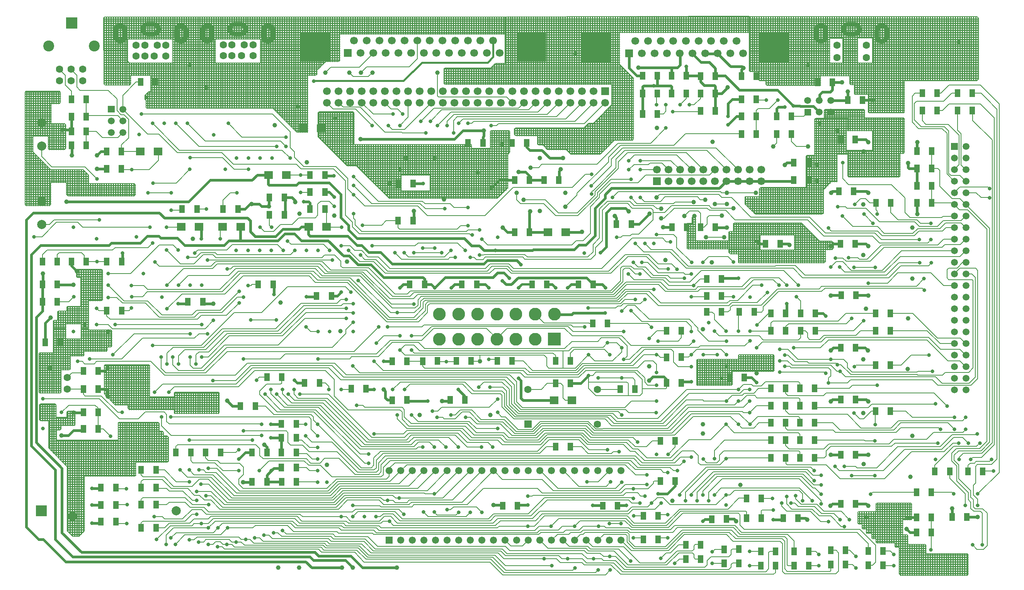
<source format=gbr>
%FSLAX34Y34*%
%MOMM*%
%LNCOPPER_BOTTOM*%
G71*
G01*
%ADD10C,1.600*%
%ADD11C,1.700*%
%ADD12C,0.800*%
%ADD13C,1.000*%
%ADD14C,1.550*%
%ADD15C,2.800*%
%ADD16C,1.500*%
%ADD17C,2.000*%
%ADD18C,1.600*%
%ADD19C,0.150*%
%ADD20C,1.000*%
%ADD21C,0.200*%
%ADD22R,1.300X1.800*%
%ADD23C,0.600*%
%ADD24R,1.900X1.800*%
%ADD25C,0.550*%
%ADD26C,0.250*%
%ADD27C,0.400*%
%ADD28R,6.500X6.500*%
%ADD29C,2.400*%
%LPD*%
G36*
X1145716Y99678D02*
X1161716Y99678D01*
X1161716Y83678D01*
X1145716Y83678D01*
X1145716Y99678D01*
G37*
X1306116Y91678D02*
G54D10*
D03*
X1306116Y167878D02*
G54D10*
D03*
X1153716Y167878D02*
G54D10*
D03*
G36*
X1427394Y632784D02*
X1444394Y632784D01*
X1444394Y615784D01*
X1427394Y615784D01*
X1427394Y632784D01*
G37*
X1435894Y649684D02*
G54D11*
D03*
X1461294Y624284D02*
G54D11*
D03*
X1461294Y649684D02*
G54D11*
D03*
X1486694Y624284D02*
G54D11*
D03*
X1486694Y649684D02*
G54D11*
D03*
X1512094Y624284D02*
G54D11*
D03*
X1512094Y649684D02*
G54D11*
D03*
X1537494Y624284D02*
G54D11*
D03*
X1537494Y649684D02*
G54D11*
D03*
X1562894Y624284D02*
G54D11*
D03*
X1562894Y649684D02*
G54D11*
D03*
X1588294Y624284D02*
G54D11*
D03*
X1588294Y649684D02*
G54D11*
D03*
X1613694Y624284D02*
G54D11*
D03*
X1613694Y649684D02*
G54D11*
D03*
X1639094Y624284D02*
G54D11*
D03*
X1639094Y649684D02*
G54D11*
D03*
X1664494Y624284D02*
G54D11*
D03*
X1664494Y649684D02*
G54D11*
D03*
X1455738Y740569D02*
G54D12*
D03*
X1470819Y776288D02*
G54D12*
D03*
X1486694Y791369D02*
G54D12*
D03*
X1507331Y791369D02*
G54D12*
D03*
X1455738Y791369D02*
G54D12*
D03*
X1435100Y791369D02*
G54D12*
D03*
X1435894Y740569D02*
G54D13*
D03*
X1558131Y710406D02*
G54D13*
D03*
X1429544Y833438D02*
G54D12*
D03*
X1403275Y904291D02*
G54D11*
D03*
X1430975Y904291D02*
G54D11*
D03*
X1458675Y904291D02*
G54D11*
D03*
X1486375Y904291D02*
G54D11*
D03*
X1514075Y904291D02*
G54D11*
D03*
X1541775Y904291D02*
G54D11*
D03*
X1569475Y904291D02*
G54D11*
D03*
X1597175Y904291D02*
G54D11*
D03*
X1624875Y904291D02*
G54D11*
D03*
G36*
X1383525Y895791D02*
X1366525Y895791D01*
X1366525Y912791D01*
X1383525Y912791D01*
X1383525Y895791D01*
G37*
X1388988Y931116D02*
G54D11*
D03*
X1416688Y931116D02*
G54D11*
D03*
X1444388Y931116D02*
G54D11*
D03*
X1472088Y931116D02*
G54D11*
D03*
X1499788Y931116D02*
G54D11*
D03*
X1527488Y931116D02*
G54D11*
D03*
X1555188Y931116D02*
G54D11*
D03*
X1582888Y931116D02*
G54D11*
D03*
X1610588Y931116D02*
G54D11*
D03*
X1500188Y875506D02*
G54D12*
D03*
X1625600Y872331D02*
G54D13*
D03*
X1395412Y873125D02*
G54D13*
D03*
X1592262Y765969D02*
G54D12*
D03*
X1592262Y747712D02*
G54D12*
D03*
X1675606Y801688D02*
G54D12*
D03*
X1701006Y801688D02*
G54D12*
D03*
X1735138Y788988D02*
G54D12*
D03*
X1716087Y786606D02*
G54D12*
D03*
X1374775Y669131D02*
G54D12*
D03*
X1374775Y649288D02*
G54D12*
D03*
X1400175Y669131D02*
G54D12*
D03*
X1400175Y649288D02*
G54D12*
D03*
X1379538Y628650D02*
G54D12*
D03*
X1379538Y588169D02*
G54D12*
D03*
X1400175Y588169D02*
G54D12*
D03*
X1374775Y558006D02*
G54D13*
D03*
X1339056Y588169D02*
G54D12*
D03*
X1293019Y638969D02*
G54D12*
D03*
X1292225Y613569D02*
G54D12*
D03*
X1293019Y596106D02*
G54D12*
D03*
X1435100Y588169D02*
G54D13*
D03*
X1445419Y563562D02*
G54D13*
D03*
X1445419Y542925D02*
G54D13*
D03*
X1516856Y578644D02*
G54D13*
D03*
X1496219Y547688D02*
G54D13*
D03*
X1542256Y583406D02*
G54D13*
D03*
X1562894Y573881D02*
G54D13*
D03*
X1589088Y598488D02*
G54D13*
D03*
X1589088Y573881D02*
G54D13*
D03*
X1578769Y548481D02*
G54D13*
D03*
X1604169Y564356D02*
G54D13*
D03*
X1518444Y547688D02*
G54D13*
D03*
X1450181Y523081D02*
G54D13*
D03*
X1543844Y501650D02*
G54D13*
D03*
X1420019Y553244D02*
G54D13*
D03*
X1343819Y547687D02*
G54D13*
D03*
X1272381Y512762D02*
G54D13*
D03*
X1235869Y568325D02*
G54D13*
D03*
X1235869Y598488D02*
G54D13*
D03*
X1230312Y674688D02*
G54D13*
D03*
X1159669Y654050D02*
G54D13*
D03*
X1133475Y644525D02*
G54D13*
D03*
X1128712Y598488D02*
G54D13*
D03*
X1143794Y583406D02*
G54D13*
D03*
X1158875Y558006D02*
G54D13*
D03*
X1096963Y704850D02*
G54D13*
D03*
X1073150Y608806D02*
G54D13*
D03*
X1098550Y522287D02*
G54D13*
D03*
X1179512Y674688D02*
G54D13*
D03*
X1225550Y650081D02*
G54D13*
D03*
X1179512Y558800D02*
G54D13*
D03*
X1652587Y598488D02*
G54D13*
D03*
X1726406Y484188D02*
G54D13*
D03*
X1716087Y659606D02*
G54D13*
D03*
X1690688Y700088D02*
G54D13*
D03*
X1766888Y700088D02*
G54D13*
D03*
X1786731Y660400D02*
G54D13*
D03*
X1786731Y624681D02*
G54D13*
D03*
X1589088Y522287D02*
G54D13*
D03*
X1583531Y501650D02*
G54D13*
D03*
X1536700Y446088D02*
G54D12*
D03*
X1512094Y446088D02*
G54D12*
D03*
X1556544Y446087D02*
G54D13*
D03*
X1511300Y420688D02*
G54D12*
D03*
X1496219Y411162D02*
G54D12*
D03*
X1480344Y431006D02*
G54D12*
D03*
X1454944Y451644D02*
G54D13*
D03*
X1466056Y491331D02*
G54D12*
D03*
X1435100Y507206D02*
G54D12*
D03*
X1429544Y487363D02*
G54D12*
D03*
X1409700Y487362D02*
G54D12*
D03*
X1389062Y487362D02*
G54D12*
D03*
X1348581Y501650D02*
G54D12*
D03*
X1403350Y446088D02*
G54D12*
D03*
X1384300Y446088D02*
G54D12*
D03*
X1373981Y420688D02*
G54D12*
D03*
X1460500Y431800D02*
G54D12*
D03*
X1654969Y492919D02*
G54D12*
D03*
X1746250Y396081D02*
G54D12*
D03*
X1720850Y396081D02*
G54D12*
D03*
X1703388Y396081D02*
G54D12*
D03*
X1665288Y396081D02*
G54D12*
D03*
X1677988Y380206D02*
G54D12*
D03*
X1614487Y411162D02*
G54D12*
D03*
X1604169Y370681D02*
G54D12*
D03*
X1516856Y395288D02*
G54D12*
D03*
X1511300Y370681D02*
G54D12*
D03*
X1409700Y365125D02*
G54D12*
D03*
X1389062Y365125D02*
G54D12*
D03*
X1429544Y386556D02*
G54D12*
D03*
X1379538Y340519D02*
G54D12*
D03*
X1358900Y339725D02*
G54D12*
D03*
X1323181Y334962D02*
G54D12*
D03*
X1323975Y390525D02*
G54D12*
D03*
X1312862Y467519D02*
G54D12*
D03*
X1240631Y390525D02*
G54D12*
D03*
X1214437Y390525D02*
G54D12*
D03*
X1133475Y390525D02*
G54D12*
D03*
X1112838Y411162D02*
G54D12*
D03*
X1138238Y441325D02*
G54D12*
D03*
X1097756Y405606D02*
G54D12*
D03*
X1067594Y390525D02*
G54D12*
D03*
X985837Y390525D02*
G54D12*
D03*
X1087438Y501650D02*
G54D12*
D03*
X1277144Y466725D02*
G54D12*
D03*
X1082675Y472281D02*
G54D12*
D03*
X1604169Y446881D02*
G54D12*
D03*
X1591469Y829469D02*
G54D13*
D03*
X1792288Y750888D02*
G54D13*
D03*
X1073150Y746125D02*
G54D12*
D03*
X1022350Y750888D02*
G54D12*
D03*
X1001712Y750888D02*
G54D12*
D03*
X990600Y730250D02*
G54D12*
D03*
X976312Y746125D02*
G54D12*
D03*
X955675Y746125D02*
G54D12*
D03*
X930275Y730250D02*
G54D12*
D03*
X919162Y755650D02*
G54D12*
D03*
X939800Y755650D02*
G54D12*
D03*
X949325Y674688D02*
G54D13*
D03*
X1057275Y735012D02*
G54D13*
D03*
X1022350Y566738D02*
G54D12*
D03*
X971550Y563562D02*
G54D12*
D03*
X969962Y584200D02*
G54D13*
D03*
X923925Y619125D02*
G54D12*
D03*
X903288Y558800D02*
G54D13*
D03*
X850900Y619125D02*
G54D13*
D03*
X885825Y674688D02*
G54D13*
D03*
X873125Y649287D02*
G54D13*
D03*
X1042988Y642937D02*
G54D13*
D03*
X1047750Y517525D02*
G54D12*
D03*
X1022350Y527050D02*
G54D12*
D03*
X1031875Y506412D02*
G54D12*
D03*
X1052512Y496888D02*
G54D12*
D03*
X1047750Y461962D02*
G54D12*
D03*
X1027112Y457200D02*
G54D12*
D03*
X1536700Y300037D02*
G54D13*
D03*
X1654969Y203200D02*
G54D13*
D03*
X1536700Y71438D02*
G54D13*
D03*
X1536700Y91281D02*
G54D13*
D03*
X1587500Y91281D02*
G54D12*
D03*
X1614488Y91281D02*
G54D12*
D03*
X1639888Y91281D02*
G54D12*
D03*
X1639094Y116681D02*
G54D12*
D03*
X1639094Y142081D02*
G54D12*
D03*
X1614488Y142081D02*
G54D12*
D03*
X1588294Y142081D02*
G54D12*
D03*
X1614488Y167481D02*
G54D12*
D03*
X1639094Y167481D02*
G54D12*
D03*
X1654969Y258762D02*
G54D12*
D03*
X1639888Y274638D02*
G54D12*
D03*
X1639888Y295275D02*
G54D12*
D03*
X1614488Y295275D02*
G54D12*
D03*
X1587500Y295275D02*
G54D12*
D03*
X1562100Y295275D02*
G54D12*
D03*
X1511300Y294481D02*
G54D12*
D03*
X1549400Y314325D02*
G54D12*
D03*
X1655762Y308769D02*
G54D12*
D03*
X1424781Y304006D02*
G54D12*
D03*
X1439069Y273844D02*
G54D12*
D03*
X1419225Y279400D02*
G54D12*
D03*
X1435100Y243681D02*
G54D12*
D03*
X1537494Y243681D02*
G54D12*
D03*
X1511300Y243681D02*
G54D12*
D03*
X1568450Y243681D02*
G54D12*
D03*
X1588294Y243681D02*
G54D12*
D03*
X1588294Y273844D02*
G54D12*
D03*
X1516856Y273844D02*
G54D12*
D03*
X1588294Y218281D02*
G54D12*
D03*
X1577975Y192088D02*
G54D12*
D03*
X1511300Y217488D02*
G54D12*
D03*
X1511300Y184944D02*
G54D12*
D03*
X1435100Y142081D02*
G54D12*
D03*
X1434306Y116681D02*
G54D12*
D03*
X1358900Y111919D02*
G54D12*
D03*
X1419225Y218281D02*
G54D13*
D03*
X1419225Y187325D02*
G54D13*
D03*
X1363662Y233362D02*
G54D12*
D03*
X1363662Y294481D02*
G54D12*
D03*
X1358900Y258762D02*
G54D12*
D03*
X1332706Y243681D02*
G54D12*
D03*
X1327944Y269875D02*
G54D12*
D03*
X1286669Y243681D02*
G54D12*
D03*
X1286669Y198438D02*
G54D12*
D03*
X1307306Y192881D02*
G54D12*
D03*
X1654969Y182563D02*
G54D12*
D03*
X1358900Y192881D02*
G54D12*
D03*
X1435100Y177006D02*
G54D12*
D03*
X1435100Y204788D02*
G54D12*
D03*
X1435100Y25400D02*
G54D12*
D03*
X1460500Y25400D02*
G54D12*
D03*
X1511300Y19844D02*
G54D12*
D03*
X1495425Y10319D02*
G54D12*
D03*
X1537494Y15081D02*
G54D12*
D03*
X1562100Y15875D02*
G54D12*
D03*
X1587500Y15875D02*
G54D12*
D03*
X1459706Y-14288D02*
G54D12*
D03*
X1705769Y205581D02*
G54D12*
D03*
X1705769Y230584D02*
G54D12*
D03*
X1705769Y255588D02*
G54D12*
D03*
X1716088Y218281D02*
G54D12*
D03*
X1716088Y242888D02*
G54D12*
D03*
X1735931Y258762D02*
G54D12*
D03*
X1639888Y369888D02*
G54D12*
D03*
X1741488Y370681D02*
G54D12*
D03*
X1720850Y355600D02*
G54D12*
D03*
X1414462Y-19844D02*
G54D12*
D03*
X1414462Y-40481D02*
G54D12*
D03*
X1481138Y-10319D02*
G54D12*
D03*
X1409700Y-65881D02*
G54D12*
D03*
X1384300Y-50006D02*
G54D12*
D03*
X1439069Y-61119D02*
G54D12*
D03*
X1445419Y-80962D02*
G54D12*
D03*
X1424781Y-80962D02*
G54D12*
D03*
X1399381Y-80962D02*
G54D12*
D03*
X1384300Y-71438D02*
G54D12*
D03*
X1353344Y30956D02*
G54D12*
D03*
X1327944Y35719D02*
G54D12*
D03*
X1358900Y-35719D02*
G54D12*
D03*
X1334691Y-34925D02*
G54D12*
D03*
X1283097Y-34925D02*
G54D12*
D03*
X1385094Y-109141D02*
G54D12*
D03*
X1384300Y-157162D02*
G54D12*
D03*
X1378744Y-207962D02*
G54D12*
D03*
X1459706Y-157162D02*
G54D12*
D03*
X1459706Y-106362D02*
G54D12*
D03*
X1444625Y-202406D02*
G54D12*
D03*
X1070769Y173038D02*
G54D12*
D03*
X1046162Y173038D02*
G54D12*
D03*
X1087438Y117475D02*
G54D12*
D03*
X1087438Y81756D02*
G54D12*
D03*
X1016794Y106362D02*
G54D12*
D03*
X985044Y111919D02*
G54D12*
D03*
X1087438Y146844D02*
G54D12*
D03*
X1067594Y233362D02*
G54D12*
D03*
X1048544Y229394D02*
G54D13*
D03*
X1133475Y192087D02*
G54D12*
D03*
X1000919Y167481D02*
G54D12*
D03*
X954088Y106362D02*
G54D12*
D03*
X965200Y142081D02*
G54D13*
D03*
X934244Y142081D02*
G54D12*
D03*
X944562Y120650D02*
G54D12*
D03*
X916781Y111919D02*
G54D13*
D03*
X898525Y111919D02*
G54D12*
D03*
X867569Y111919D02*
G54D12*
D03*
X816769Y70644D02*
G54D12*
D03*
X837406Y167481D02*
G54D13*
D03*
X857250Y167481D02*
G54D12*
D03*
X883444Y167481D02*
G54D12*
D03*
X816769Y167481D02*
G54D12*
D03*
G36*
X841959Y-170469D02*
X841959Y-154969D01*
X857459Y-154969D01*
X857459Y-170469D01*
X841959Y-170469D01*
G37*
X875109Y-162719D02*
G54D14*
D03*
X900509Y-162719D02*
G54D14*
D03*
X925909Y-162719D02*
G54D14*
D03*
X849709Y-10319D02*
G54D14*
D03*
X875109Y-10319D02*
G54D14*
D03*
X900509Y-10319D02*
G54D14*
D03*
X925909Y-10319D02*
G54D14*
D03*
X951309Y-162719D02*
G54D14*
D03*
X951309Y-10319D02*
G54D14*
D03*
X976709Y-162719D02*
G54D14*
D03*
X1002109Y-162719D02*
G54D14*
D03*
X976709Y-10319D02*
G54D14*
D03*
X1002109Y-10319D02*
G54D14*
D03*
X1027509Y-162719D02*
G54D14*
D03*
X1027509Y-10319D02*
G54D14*
D03*
X1052909Y-162719D02*
G54D14*
D03*
X1052909Y-10319D02*
G54D14*
D03*
X1078309Y-162719D02*
G54D14*
D03*
X1078309Y-10319D02*
G54D14*
D03*
X1103709Y-10319D02*
G54D14*
D03*
X1129109Y-10319D02*
G54D14*
D03*
X1103709Y-162719D02*
G54D14*
D03*
X1129109Y-162719D02*
G54D14*
D03*
X1154509Y-162719D02*
G54D14*
D03*
X1179909Y-162719D02*
G54D14*
D03*
X1154509Y-10319D02*
G54D14*
D03*
X1179909Y-10319D02*
G54D14*
D03*
X1205309Y-10319D02*
G54D14*
D03*
X1230709Y-10319D02*
G54D14*
D03*
X1256109Y-10319D02*
G54D14*
D03*
X1281509Y-10319D02*
G54D14*
D03*
X1306909Y-10319D02*
G54D14*
D03*
X1332309Y-10319D02*
G54D14*
D03*
X1205309Y-162719D02*
G54D14*
D03*
X1230709Y-162719D02*
G54D14*
D03*
X1256109Y-162719D02*
G54D14*
D03*
X1281509Y-162719D02*
G54D14*
D03*
X1306909Y-162719D02*
G54D14*
D03*
X1332309Y-162719D02*
G54D14*
D03*
X1357709Y-10319D02*
G54D14*
D03*
X1357709Y-162719D02*
G54D14*
D03*
X1077913Y-85725D02*
G54D13*
D03*
X1296988Y-203200D02*
G54D12*
D03*
X1240631Y-203200D02*
G54D12*
D03*
X1189038Y-203200D02*
G54D12*
D03*
X1332706Y-198438D02*
G54D12*
D03*
X1333500Y-227806D02*
G54D12*
D03*
X1307306Y-227806D02*
G54D12*
D03*
X1256506Y-223838D02*
G54D12*
D03*
X1205706Y-218281D02*
G54D12*
D03*
X1255712Y-131762D02*
G54D12*
D03*
X1308100Y-131762D02*
G54D12*
D03*
X1369219Y-86519D02*
G54D12*
D03*
X1295400Y-86519D02*
G54D12*
D03*
X1204119Y-131762D02*
G54D12*
D03*
X1475581Y-213519D02*
G54D12*
D03*
X1557338Y-188119D02*
G54D12*
D03*
X1557338Y-213519D02*
G54D12*
D03*
X1639094Y-187325D02*
G54D12*
D03*
X1639094Y-218281D02*
G54D12*
D03*
X1485900Y-63500D02*
G54D12*
D03*
X1511300Y-63500D02*
G54D12*
D03*
X1536700Y-63500D02*
G54D12*
D03*
X1562100Y-63500D02*
G54D12*
D03*
X1549400Y-76200D02*
G54D12*
D03*
X1524000Y-76200D02*
G54D12*
D03*
X1498600Y-76200D02*
G54D12*
D03*
X1470025Y-76200D02*
G54D13*
D03*
X1536700Y-120650D02*
G54D12*
D03*
X1609725Y-120650D02*
G54D13*
D03*
X1587500Y-63500D02*
G54D12*
D03*
X1587500Y-85725D02*
G54D12*
D03*
X1619250Y-41275D02*
G54D13*
D03*
X1765300Y-117475D02*
G54D13*
D03*
X1739900Y-65088D02*
G54D12*
D03*
X1730375Y-80962D02*
G54D12*
D03*
X1720850Y-66675D02*
G54D12*
D03*
X1709738Y-80962D02*
G54D12*
D03*
X1689100Y-71438D02*
G54D12*
D03*
X1690688Y-96838D02*
G54D12*
D03*
X1690688Y-117475D02*
G54D12*
D03*
X1755775Y-76200D02*
G54D12*
D03*
G36*
X1331681Y813031D02*
X1314681Y813031D01*
X1314681Y830031D01*
X1331681Y830031D01*
X1331681Y813031D01*
G37*
X1323181Y796131D02*
G54D11*
D03*
X1297781Y821531D02*
G54D11*
D03*
X1297781Y796131D02*
G54D11*
D03*
X1272381Y821531D02*
G54D11*
D03*
X1272381Y796131D02*
G54D11*
D03*
X1246981Y821531D02*
G54D11*
D03*
X1246981Y796131D02*
G54D11*
D03*
X1221581Y821531D02*
G54D11*
D03*
X1221581Y796131D02*
G54D11*
D03*
X1196181Y821531D02*
G54D11*
D03*
X1196181Y796131D02*
G54D11*
D03*
X1170781Y821531D02*
G54D11*
D03*
X1170781Y796131D02*
G54D11*
D03*
X1145381Y821531D02*
G54D11*
D03*
X1145381Y796131D02*
G54D11*
D03*
X1119981Y821531D02*
G54D11*
D03*
X1119981Y796131D02*
G54D11*
D03*
X1094581Y821531D02*
G54D11*
D03*
X1094581Y796131D02*
G54D11*
D03*
X1069181Y821531D02*
G54D11*
D03*
X1069181Y796131D02*
G54D11*
D03*
X1043781Y821531D02*
G54D11*
D03*
X1043781Y796131D02*
G54D11*
D03*
X1018381Y821531D02*
G54D11*
D03*
X1018381Y796131D02*
G54D11*
D03*
X992981Y821531D02*
G54D11*
D03*
X992981Y796131D02*
G54D11*
D03*
X967581Y821531D02*
G54D11*
D03*
X967581Y796131D02*
G54D11*
D03*
X942181Y821531D02*
G54D11*
D03*
X942181Y796131D02*
G54D11*
D03*
X916781Y821531D02*
G54D11*
D03*
X916781Y796131D02*
G54D11*
D03*
X891381Y821531D02*
G54D11*
D03*
X891381Y796131D02*
G54D11*
D03*
X865981Y821531D02*
G54D11*
D03*
X865981Y796131D02*
G54D11*
D03*
X840581Y821531D02*
G54D11*
D03*
X840581Y796131D02*
G54D11*
D03*
X815181Y821531D02*
G54D11*
D03*
X815181Y796131D02*
G54D11*
D03*
X789781Y821531D02*
G54D11*
D03*
X789781Y796131D02*
G54D11*
D03*
X764381Y821531D02*
G54D11*
D03*
X764381Y796131D02*
G54D11*
D03*
X738981Y821531D02*
G54D11*
D03*
X738981Y796131D02*
G54D11*
D03*
X713581Y821531D02*
G54D11*
D03*
X713581Y796131D02*
G54D11*
D03*
X873125Y746125D02*
G54D12*
D03*
X847725Y746125D02*
G54D12*
D03*
X858044Y771525D02*
G54D12*
D03*
X879475Y771525D02*
G54D12*
D03*
X812006Y746125D02*
G54D12*
D03*
X786606Y715962D02*
G54D13*
D03*
X731044Y761206D02*
G54D12*
D03*
X684212Y842962D02*
G54D12*
D03*
X669131Y665163D02*
G54D13*
D03*
X728662Y635794D02*
G54D12*
D03*
X771525Y634206D02*
G54D12*
D03*
X771525Y614362D02*
G54D12*
D03*
X771525Y594519D02*
G54D12*
D03*
X771525Y553244D02*
G54D12*
D03*
X791369Y527844D02*
G54D12*
D03*
X745331Y523081D02*
G54D12*
D03*
X729456Y569119D02*
G54D12*
D03*
X729456Y548481D02*
G54D13*
D03*
X729456Y588963D02*
G54D12*
D03*
X655638Y637381D02*
G54D12*
D03*
X655638Y599281D02*
G54D12*
D03*
X653256Y553244D02*
G54D13*
D03*
X662781Y579437D02*
G54D12*
D03*
X862012Y467519D02*
G54D12*
D03*
X882650Y467519D02*
G54D12*
D03*
X903288Y467519D02*
G54D12*
D03*
X964406Y467519D02*
G54D12*
D03*
X923131Y477838D02*
G54D12*
D03*
X949325Y477838D02*
G54D12*
D03*
X985044Y472281D02*
G54D12*
D03*
X994569Y457200D02*
G54D12*
D03*
X1016000Y472281D02*
G54D12*
D03*
X949325Y390525D02*
G54D12*
D03*
X873125Y390525D02*
G54D12*
D03*
X643587Y578488D02*
G54D13*
D03*
X585788Y569119D02*
G54D13*
D03*
X547687Y573881D02*
G54D13*
D03*
X757237Y447675D02*
G54D13*
D03*
X812006Y482600D02*
G54D12*
D03*
X744538Y482600D02*
G54D12*
D03*
X760412Y472281D02*
G54D12*
D03*
X786606Y461962D02*
G54D12*
D03*
X724694Y451644D02*
G54D12*
D03*
X719138Y472281D02*
G54D12*
D03*
X693738Y472281D02*
G54D12*
D03*
X903288Y354806D02*
G54D12*
D03*
X867569Y335756D02*
G54D12*
D03*
X826294Y304800D02*
G54D12*
D03*
X821531Y269081D02*
G54D12*
D03*
X846138Y304800D02*
G54D12*
D03*
X816769Y229394D02*
G54D12*
D03*
X837406Y229394D02*
G54D12*
D03*
X873125Y284956D02*
G54D12*
D03*
X898525Y284956D02*
G54D12*
D03*
X898525Y254000D02*
G54D12*
D03*
X873125Y254000D02*
G54D12*
D03*
X974725Y228600D02*
G54D12*
D03*
X769938Y219075D02*
G54D12*
D03*
X693738Y234950D02*
G54D12*
D03*
X959644Y332978D02*
G54D15*
D03*
X1001644Y332978D02*
G54D15*
D03*
X1043644Y332978D02*
G54D15*
D03*
X1085644Y332978D02*
G54D15*
D03*
X1127644Y332978D02*
G54D15*
D03*
X1169644Y332978D02*
G54D15*
D03*
X1211644Y332978D02*
G54D15*
D03*
X959644Y277978D02*
G54D15*
D03*
X1001644Y277978D02*
G54D15*
D03*
X1043644Y277978D02*
G54D15*
D03*
X1085644Y277978D02*
G54D15*
D03*
X1127644Y277978D02*
G54D15*
D03*
X1169644Y277978D02*
G54D15*
D03*
G36*
X1197644Y291978D02*
X1225644Y291978D01*
X1225644Y263978D01*
X1197644Y263978D01*
X1197644Y291978D01*
G37*
X1153319Y-65881D02*
G54D12*
D03*
X1153319Y-85725D02*
G54D12*
D03*
X1153319Y-131762D02*
G54D12*
D03*
X1052512Y-101600D02*
G54D12*
D03*
X1027112Y-101600D02*
G54D12*
D03*
X1001712Y-101600D02*
G54D12*
D03*
X976312Y-96044D02*
G54D12*
D03*
X948531Y-100806D02*
G54D12*
D03*
X948531Y-61119D02*
G54D12*
D03*
X924719Y-100806D02*
G54D12*
D03*
X881856Y-105569D02*
G54D12*
D03*
X871538Y-70644D02*
G54D12*
D03*
X846138Y-75406D02*
G54D12*
D03*
X850106Y-121444D02*
G54D12*
D03*
X1790700Y-193675D02*
G54D12*
D03*
X1790700Y-218281D02*
G54D12*
D03*
X1872456Y-198438D02*
G54D12*
D03*
X1872456Y-223838D02*
G54D12*
D03*
X1955006Y-193675D02*
G54D12*
D03*
X1955006Y-218281D02*
G54D12*
D03*
X1812131Y-122238D02*
G54D12*
D03*
X1776412Y-76200D02*
G54D12*
D03*
X1796256Y-61912D02*
G54D12*
D03*
X1796256Y-82550D02*
G54D12*
D03*
X1796256Y-41275D02*
G54D12*
D03*
X1781175Y-31750D02*
G54D12*
D03*
X1781175Y-10319D02*
G54D12*
D03*
X1796256Y-20638D02*
G54D12*
D03*
X1816100Y-87312D02*
G54D13*
D03*
X1837531Y-117475D02*
G54D12*
D03*
X1858169Y-117475D02*
G54D12*
D03*
X1847056Y-132556D02*
G54D12*
D03*
X1899444Y-87312D02*
G54D13*
D03*
X1893887Y-112712D02*
G54D13*
D03*
X1985963Y-112712D02*
G54D12*
D03*
X1982787Y-138112D02*
G54D13*
D03*
X1889125Y3969D02*
G54D13*
D03*
X1991519Y-23812D02*
G54D13*
D03*
X1816894Y24606D02*
G54D13*
D03*
X1847056Y-794D02*
G54D12*
D03*
X1862931Y-21431D02*
G54D12*
D03*
X1826419Y-794D02*
G54D12*
D03*
X1899444Y24606D02*
G54D13*
D03*
X1913731Y-21431D02*
G54D12*
D03*
X1904206Y-61912D02*
G54D12*
D03*
X1913731Y54769D02*
G54D12*
D03*
X1867694Y115888D02*
G54D12*
D03*
X1914525Y90488D02*
G54D12*
D03*
X1816894Y141287D02*
G54D13*
D03*
X1888331Y115887D02*
G54D13*
D03*
X1899444Y141287D02*
G54D13*
D03*
X1996281Y65881D02*
G54D13*
D03*
X1985963Y212725D02*
G54D13*
D03*
X1888331Y233363D02*
G54D13*
D03*
X1816894Y253206D02*
G54D13*
D03*
X1831975Y222250D02*
G54D12*
D03*
X1837531Y207169D02*
G54D12*
D03*
X1868488Y217488D02*
G54D12*
D03*
X1816894Y233362D02*
G54D12*
D03*
X1812131Y181769D02*
G54D12*
D03*
X1806575Y203200D02*
G54D12*
D03*
X1918494Y177006D02*
G54D12*
D03*
X1898650Y253206D02*
G54D13*
D03*
X1889125Y318294D02*
G54D12*
D03*
X1862931Y323850D02*
G54D12*
D03*
X1899444Y373063D02*
G54D13*
D03*
X1816894Y373063D02*
G54D13*
D03*
X1893887Y344487D02*
G54D13*
D03*
X1986756Y323850D02*
G54D13*
D03*
X1806575Y328613D02*
G54D12*
D03*
X1899444Y400844D02*
G54D12*
D03*
X1867694Y434975D02*
G54D12*
D03*
X1855788Y456406D02*
G54D12*
D03*
X1836738Y435769D02*
G54D12*
D03*
X1899444Y481806D02*
G54D13*
D03*
X1914525Y434975D02*
G54D12*
D03*
X1827212Y455612D02*
G54D12*
D03*
X1816894Y435769D02*
G54D12*
D03*
X1888331Y461963D02*
G54D13*
D03*
X1816894Y481806D02*
G54D13*
D03*
X1996281Y410369D02*
G54D13*
D03*
X1888331Y573088D02*
G54D13*
D03*
X1817688Y598488D02*
G54D13*
D03*
X1996281Y522287D02*
G54D13*
D03*
X1832769Y568325D02*
G54D12*
D03*
X1842294Y547688D02*
G54D12*
D03*
X1870075Y573088D02*
G54D12*
D03*
X1812131Y521494D02*
G54D12*
D03*
X1889919Y552450D02*
G54D12*
D03*
X1918494Y552450D02*
G54D12*
D03*
X1909762Y531812D02*
G54D12*
D03*
X1899444Y598488D02*
G54D13*
D03*
X1843088Y664369D02*
G54D12*
D03*
X1899444Y709613D02*
G54D13*
D03*
X1889125Y688975D02*
G54D13*
D03*
X1831975Y735013D02*
G54D13*
D03*
X1986756Y663575D02*
G54D13*
D03*
X2006600Y709613D02*
G54D13*
D03*
X2011362Y496094D02*
G54D12*
D03*
X2036762Y496094D02*
G54D12*
D03*
X2012156Y445294D02*
G54D12*
D03*
X2037556Y445294D02*
G54D12*
D03*
X2036762Y531812D02*
G54D12*
D03*
X2021681Y410369D02*
G54D12*
D03*
X2022475Y384969D02*
G54D12*
D03*
X2032000Y242888D02*
G54D12*
D03*
X2039938Y207169D02*
G54D12*
D03*
X2036762Y-183356D02*
G54D12*
D03*
X2149078Y-173038D02*
G54D12*
D03*
X2128044Y-173038D02*
G54D12*
D03*
X2086769Y-61119D02*
G54D12*
D03*
X2139156Y-61119D02*
G54D12*
D03*
X2139156Y-86519D02*
G54D12*
D03*
X2112169Y-86519D02*
G54D12*
D03*
X2139156Y-111919D02*
G54D13*
D03*
X2082800Y-92869D02*
G54D13*
D03*
X2174081Y-11112D02*
G54D12*
D03*
X2123678Y14288D02*
G54D12*
D03*
X2169319Y14288D02*
G54D12*
D03*
X2098278Y14288D02*
G54D12*
D03*
X2047081Y14288D02*
G54D12*
D03*
X2097881Y50006D02*
G54D12*
D03*
X2118519Y50006D02*
G54D12*
D03*
X2143919Y50006D02*
G54D12*
D03*
X2051844Y50006D02*
G54D12*
D03*
X2057400Y80169D02*
G54D12*
D03*
X2088356Y80169D02*
G54D12*
D03*
X2112962Y80169D02*
G54D12*
D03*
X2138362Y70644D02*
G54D12*
D03*
X2088356Y106362D02*
G54D12*
D03*
X2112962Y106362D02*
G54D12*
D03*
X2072481Y130969D02*
G54D12*
D03*
X2047081Y136525D02*
G54D12*
D03*
G36*
X2095460Y707588D02*
X2095460Y692588D01*
X2080460Y692588D01*
X2080460Y707588D01*
X2095460Y707588D01*
G37*
X2113359Y700088D02*
G54D16*
D03*
X2087960Y674688D02*
G54D16*
D03*
X2113359Y674688D02*
G54D16*
D03*
X2087959Y649288D02*
G54D16*
D03*
X2113360Y649288D02*
G54D16*
D03*
X2087959Y623888D02*
G54D16*
D03*
X2113360Y623888D02*
G54D16*
D03*
X2087959Y598488D02*
G54D16*
D03*
X2113360Y598488D02*
G54D16*
D03*
X2087959Y573088D02*
G54D16*
D03*
X2113360Y573088D02*
G54D16*
D03*
X2087959Y547688D02*
G54D16*
D03*
X2113360Y547688D02*
G54D16*
D03*
X2087959Y522288D02*
G54D16*
D03*
X2113360Y522288D02*
G54D16*
D03*
X2087959Y496888D02*
G54D16*
D03*
X2113360Y496888D02*
G54D16*
D03*
X2087959Y471488D02*
G54D16*
D03*
X2113360Y471488D02*
G54D16*
D03*
X2087959Y446088D02*
G54D16*
D03*
X2113360Y446088D02*
G54D16*
D03*
X2087959Y420688D02*
G54D16*
D03*
X2113360Y420688D02*
G54D16*
D03*
X2087959Y395288D02*
G54D16*
D03*
X2113360Y395288D02*
G54D16*
D03*
X2087959Y369888D02*
G54D16*
D03*
X2113360Y369888D02*
G54D16*
D03*
X2087959Y344488D02*
G54D16*
D03*
X2113360Y344488D02*
G54D16*
D03*
X2087959Y319088D02*
G54D16*
D03*
X2113360Y319088D02*
G54D16*
D03*
X2087959Y293688D02*
G54D16*
D03*
X2113360Y293688D02*
G54D16*
D03*
X2087959Y268288D02*
G54D16*
D03*
X2113360Y268288D02*
G54D16*
D03*
X2087959Y242888D02*
G54D16*
D03*
X2113360Y242888D02*
G54D16*
D03*
X2087959Y217488D02*
G54D16*
D03*
X2113360Y217488D02*
G54D16*
D03*
X2087960Y192087D02*
G54D16*
D03*
X2113359Y192087D02*
G54D16*
D03*
X2087960Y166688D02*
G54D16*
D03*
X2113359Y166688D02*
G54D16*
D03*
X2006600Y552450D02*
G54D13*
D03*
X2164953Y608012D02*
G54D12*
D03*
X2164953Y587772D02*
G54D12*
D03*
X923131Y41275D02*
G54D12*
D03*
X948531Y41275D02*
G54D12*
D03*
X973931Y41275D02*
G54D12*
D03*
X1000919Y41275D02*
G54D12*
D03*
X1051719Y41275D02*
G54D12*
D03*
X1076325Y41275D02*
G54D12*
D03*
X1071562Y111919D02*
G54D13*
D03*
X804862Y26194D02*
G54D12*
D03*
X804862Y6350D02*
G54D12*
D03*
X820738Y-111125D02*
G54D12*
D03*
X795338Y-111125D02*
G54D12*
D03*
X769938Y-111125D02*
G54D12*
D03*
X769938Y-86519D02*
G54D12*
D03*
X744538Y-111125D02*
G54D12*
D03*
X744538Y167481D02*
G54D12*
D03*
X717550Y167481D02*
G54D12*
D03*
X641350Y167481D02*
G54D12*
D03*
X615950Y167481D02*
G54D12*
D03*
X590550Y167481D02*
G54D12*
D03*
X778669Y132556D02*
G54D12*
D03*
X642144Y188119D02*
G54D12*
D03*
X628650Y157162D02*
G54D12*
D03*
X603250Y157162D02*
G54D12*
D03*
X654050Y157162D02*
G54D12*
D03*
X577850Y157162D02*
G54D12*
D03*
X558800Y188119D02*
G54D12*
D03*
X692944Y91281D02*
G54D12*
D03*
X692944Y65881D02*
G54D12*
D03*
X692944Y40481D02*
G54D12*
D03*
X692944Y15081D02*
G54D12*
D03*
X713581Y2381D02*
G54D13*
D03*
X692944Y-10319D02*
G54D12*
D03*
X713581Y-35719D02*
G54D12*
D03*
X692944Y-35719D02*
G54D12*
D03*
X666750Y91281D02*
G54D12*
D03*
X666750Y65881D02*
G54D12*
D03*
X590550Y91281D02*
G54D12*
D03*
X569912Y91281D02*
G54D12*
D03*
X590550Y61912D02*
G54D12*
D03*
X569912Y66675D02*
G54D12*
D03*
X576263Y46831D02*
G54D13*
D03*
X550069Y56356D02*
G54D12*
D03*
X530225Y76994D02*
G54D12*
D03*
X519906Y35719D02*
G54D12*
D03*
X519906Y15081D02*
G54D12*
D03*
X519906Y-10319D02*
G54D12*
D03*
X565150Y-10319D02*
G54D12*
D03*
X591344Y-10319D02*
G54D12*
D03*
X529431Y-35719D02*
G54D13*
D03*
X615950Y-141288D02*
G54D12*
D03*
X596106Y-146050D02*
G54D12*
D03*
X575469Y-151606D02*
G54D12*
D03*
X554831Y-157162D02*
G54D12*
D03*
X534988Y-161131D02*
G54D12*
D03*
X514350Y-166688D02*
G54D12*
D03*
X493712Y-172244D02*
G54D12*
D03*
X473869Y-177006D02*
G54D12*
D03*
X453231Y-171450D02*
G54D12*
D03*
X431800Y-166688D02*
G54D12*
D03*
X411956Y-161925D02*
G54D12*
D03*
X495300Y-135731D02*
G54D12*
D03*
X474662Y-135731D02*
G54D12*
D03*
X453231Y-135731D02*
G54D12*
D03*
X438150Y-126206D02*
G54D12*
D03*
X427831Y-105569D02*
G54D12*
D03*
X454025Y-84931D02*
G54D12*
D03*
X427831Y-75406D02*
G54D12*
D03*
X448469Y-65088D02*
G54D12*
D03*
X427831Y-55562D02*
G54D12*
D03*
X437356Y-39688D02*
G54D12*
D03*
X453231Y-4762D02*
G54D12*
D03*
X432594Y-8731D02*
G54D12*
D03*
X411956Y-8731D02*
G54D12*
D03*
X391319Y-8731D02*
G54D12*
D03*
X411956Y-34925D02*
G54D12*
D03*
X411956Y56356D02*
G54D12*
D03*
X463550Y187325D02*
G54D12*
D03*
X530225Y234156D02*
G54D12*
D03*
X781844Y406400D02*
G54D12*
D03*
X765969Y381000D02*
G54D12*
D03*
X744538Y381000D02*
G54D12*
D03*
X755650Y365125D02*
G54D12*
D03*
X755650Y345281D02*
G54D12*
D03*
X755650Y323850D02*
G54D12*
D03*
X770731Y355600D02*
G54D12*
D03*
X770731Y334962D02*
G54D12*
D03*
X770731Y315119D02*
G54D12*
D03*
X770731Y294481D02*
G54D12*
D03*
X742950Y295275D02*
G54D13*
D03*
X719138Y294481D02*
G54D12*
D03*
X693738Y294481D02*
G54D12*
D03*
X668337Y370681D02*
G54D12*
D03*
X667544Y304800D02*
G54D12*
D03*
X611188Y357981D02*
G54D13*
D03*
X596900Y376237D02*
G54D12*
D03*
X602456Y319881D02*
G54D12*
D03*
X668338Y472281D02*
G54D12*
D03*
X642938Y472281D02*
G54D12*
D03*
X617538Y472281D02*
G54D12*
D03*
X627062Y492919D02*
G54D12*
D03*
X591344Y472281D02*
G54D12*
D03*
X565944Y472281D02*
G54D12*
D03*
X540544Y472281D02*
G54D12*
D03*
X514350Y472281D02*
G54D12*
D03*
X479425Y497681D02*
G54D12*
D03*
X592138Y523081D02*
G54D12*
D03*
X566738Y523081D02*
G54D12*
D03*
X515938Y598488D02*
G54D12*
D03*
X632619Y674688D02*
G54D12*
D03*
X623094Y700088D02*
G54D12*
D03*
X623094Y720725D02*
G54D12*
D03*
X603250Y700088D02*
G54D12*
D03*
X592931Y674688D02*
G54D12*
D03*
X566738Y674688D02*
G54D12*
D03*
X541338Y674688D02*
G54D12*
D03*
X515144Y674688D02*
G54D12*
D03*
X598488Y746919D02*
G54D13*
D03*
X648494Y787400D02*
G54D13*
D03*
X496888Y750888D02*
G54D12*
D03*
X465137Y725488D02*
G54D12*
D03*
X541338Y650081D02*
G54D12*
D03*
X490538Y650081D02*
G54D12*
D03*
X438150Y497681D02*
G54D12*
D03*
X419100Y497681D02*
G54D13*
D03*
X423862Y466725D02*
G54D12*
D03*
X451644Y451644D02*
G54D12*
D03*
X407988Y457200D02*
G54D12*
D03*
X387350Y473075D02*
G54D12*
D03*
X361950Y473075D02*
G54D12*
D03*
X336550Y446881D02*
G54D12*
D03*
X438944Y396081D02*
G54D12*
D03*
X413544Y396081D02*
G54D12*
D03*
X388144Y396081D02*
G54D12*
D03*
X362744Y396081D02*
G54D12*
D03*
X351631Y369888D02*
G54D12*
D03*
X362744Y344488D02*
G54D12*
D03*
X387350Y355600D02*
G54D12*
D03*
X464344Y355600D02*
G54D13*
D03*
X464344Y319088D02*
G54D12*
D03*
X451644Y289719D02*
G54D12*
D03*
X413544Y289719D02*
G54D12*
D03*
X520700Y357584D02*
G54D12*
D03*
X530225Y369888D02*
G54D12*
D03*
X520700Y382588D02*
G54D12*
D03*
X540544Y395288D02*
G54D12*
D03*
X546100Y319881D02*
G54D12*
D03*
X494506Y142875D02*
G54D13*
D03*
X438944Y309562D02*
G54D12*
D03*
X494506Y431800D02*
G54D12*
D03*
X372269Y598488D02*
G54D12*
D03*
X372269Y560388D02*
G54D12*
D03*
X361950Y523081D02*
G54D12*
D03*
X325438Y523081D02*
G54D12*
D03*
X330994Y488156D02*
G54D12*
D03*
X449263Y562769D02*
G54D12*
D03*
X412750Y650081D02*
G54D12*
D03*
X413544Y675481D02*
G54D12*
D03*
X407194Y750888D02*
G54D12*
D03*
X381794Y750888D02*
G54D12*
D03*
X356394Y750888D02*
G54D12*
D03*
X330994Y750888D02*
G54D12*
D03*
X301625Y726281D02*
G54D12*
D03*
X331788Y619919D02*
G54D12*
D03*
X321469Y598488D02*
G54D12*
D03*
X296069Y502444D02*
G54D12*
D03*
X214312Y538956D02*
G54D12*
D03*
X208756Y497681D02*
G54D12*
D03*
X265112Y466725D02*
G54D12*
D03*
X311150Y421481D02*
G54D12*
D03*
X413544Y238919D02*
G54D12*
D03*
X438944Y238919D02*
G54D12*
D03*
X375444Y238919D02*
G54D12*
D03*
X350044Y238919D02*
G54D12*
D03*
X362744Y223838D02*
G54D12*
D03*
X388144Y223838D02*
G54D12*
D03*
X426244Y223838D02*
G54D12*
D03*
X330994Y264319D02*
G54D12*
D03*
X284956Y395288D02*
G54D12*
D03*
X285750Y371078D02*
G54D12*
D03*
X284956Y346075D02*
G54D12*
D03*
X366712Y161925D02*
G54D12*
D03*
X335756Y161925D02*
G54D12*
D03*
X371475Y107156D02*
G54D12*
D03*
X350838Y107156D02*
G54D12*
D03*
X381000Y-171450D02*
G54D12*
D03*
X361156Y-171450D02*
G54D12*
D03*
X371475Y-157162D02*
G54D12*
D03*
X339725Y-161131D02*
G54D12*
D03*
X334962Y-111125D02*
G54D12*
D03*
X274638Y-126206D02*
G54D12*
D03*
X275431Y-84931D02*
G54D12*
D03*
X273844Y-50006D02*
G54D12*
D03*
X238919Y65088D02*
G54D12*
D03*
X264319Y117475D02*
G54D12*
D03*
X131762Y117475D02*
G54D12*
D03*
X91281Y81756D02*
G54D12*
D03*
X157956Y116681D02*
G54D13*
D03*
X90488Y147638D02*
G54D12*
D03*
X131762Y66675D02*
G54D13*
D03*
X233363Y214312D02*
G54D13*
D03*
X233363Y152400D02*
G54D13*
D03*
X106362Y214312D02*
G54D13*
D03*
X144462Y193675D02*
G54D10*
D03*
X144462Y168275D02*
G54D10*
D03*
X157956Y294481D02*
G54D12*
D03*
X166688Y229394D02*
G54D12*
D03*
X193675Y234156D02*
G54D12*
D03*
X244475Y243681D02*
G54D12*
D03*
X208756Y309562D02*
G54D12*
D03*
X208756Y345281D02*
G54D12*
D03*
X234156Y369491D02*
G54D12*
D03*
X249238Y309562D02*
G54D12*
D03*
X158750Y370681D02*
G54D12*
D03*
X234156Y396081D02*
G54D12*
D03*
X234156Y421481D02*
G54D12*
D03*
X209550Y447675D02*
G54D12*
D03*
X157956Y396875D02*
G54D13*
D03*
X165100Y427038D02*
G54D13*
D03*
X91281Y421481D02*
G54D13*
D03*
X107950Y325438D02*
G54D13*
D03*
X182563Y309562D02*
G54D13*
D03*
X234156Y294481D02*
G54D13*
D03*
X142875Y579438D02*
G54D13*
D03*
X306388Y771525D02*
G54D12*
D03*
X317897Y807641D02*
G54D12*
D03*
X285353Y649684D02*
G54D12*
D03*
X209153Y629444D02*
G54D12*
D03*
G36*
X75312Y-86028D02*
X99312Y-86028D01*
X99312Y-110028D01*
X75312Y-110028D01*
X75312Y-86028D01*
G37*
X71040Y502444D02*
G54D12*
D03*
X157559Y523478D02*
G54D12*
D03*
X866775Y-222250D02*
G54D13*
D03*
X769938Y-222250D02*
G54D13*
D03*
X746125Y-222250D02*
G54D13*
D03*
X652462Y-222250D02*
G54D13*
D03*
X606425Y-222250D02*
G54D13*
D03*
G36*
X248006Y789344D02*
X248006Y774344D01*
X233006Y774344D01*
X233006Y789344D01*
X248006Y789344D01*
G37*
X265906Y781844D02*
G54D16*
D03*
X240506Y756444D02*
G54D16*
D03*
X265906Y756444D02*
G54D16*
D03*
X240506Y731044D02*
G54D16*
D03*
X265906Y731044D02*
G54D16*
D03*
X198438Y-49212D02*
G54D12*
D03*
X198438Y-85725D02*
G54D12*
D03*
X198438Y-125413D02*
G54D12*
D03*
X383381Y-98425D02*
G54D17*
D03*
X1841500Y840581D02*
G54D13*
D03*
X1854200Y820738D02*
G54D13*
D03*
X1895475Y895350D02*
G54D10*
D03*
X1895475Y922338D02*
G54D10*
D03*
X1830388Y895350D02*
G54D10*
D03*
X1830388Y922338D02*
G54D10*
D03*
X1909763Y801687D02*
G54D13*
D03*
X2097088Y928688D02*
G54D13*
D03*
G36*
X1759303Y782716D02*
X1774303Y782716D01*
X1774303Y767716D01*
X1759303Y767716D01*
X1759303Y782716D01*
G37*
X1766803Y800616D02*
G54D16*
D03*
X1792203Y775216D02*
G54D16*
D03*
X1792203Y800616D02*
G54D16*
D03*
X1817603Y775216D02*
G54D16*
D03*
X1817603Y800616D02*
G54D16*
D03*
X360362Y898525D02*
G54D18*
D03*
X334962Y898525D02*
G54D18*
D03*
X314325Y898526D02*
G54D18*
D03*
X295275Y898525D02*
G54D18*
D03*
X314325Y922338D02*
G54D18*
D03*
X295275Y922338D02*
G54D18*
D03*
X360362Y922338D02*
G54D18*
D03*
X341312Y922338D02*
G54D18*
D03*
G54D19*
G75*
G01X388700Y941387D02*
G03X398700Y941387I5000J0D01*
G01*
G54D19*
G75*
G01X398700Y954088D02*
G03X388700Y954088I-5000J0D01*
G01*
G54D19*
X388700Y941387D02*
X388701Y954088D01*
G54D19*
X398701Y954088D02*
X398700Y941387D01*
G54D20*
G75*
G01X382984Y941387D02*
G03X404416Y941387I10716J0D01*
G01*
G54D20*
G75*
G01X404416Y954088D02*
G03X382984Y954088I-10716J0D01*
G01*
G54D20*
X404416Y954088D02*
X404416Y941387D01*
G54D20*
X382984Y941387D02*
X382984Y954088D01*
G54D19*
G75*
G01X255352Y941387D02*
G03X265352Y941387I5000J0D01*
G01*
G54D19*
G75*
G01X265352Y954088D02*
G03X255352Y954088I-5000J0D01*
G01*
G54D19*
X255350Y941387D02*
X255351Y954088D01*
G54D19*
X265351Y954088D02*
X265350Y941387D01*
G54D20*
G75*
G01X249635Y941387D02*
G03X271067Y941387I10716J0D01*
G01*
G54D20*
G75*
G01X271068Y954088D02*
G03X249636Y954088I-10716J0D01*
G01*
G54D20*
X271066Y954088D02*
X271067Y941387D01*
G54D20*
X249635Y941387D02*
X249634Y954088D01*
G54D20*
G75*
G01X320676Y967978D02*
G03X320676Y946546I0J-10716D01*
G01*
G54D20*
G75*
G01X333376Y946546D02*
G03X333376Y967978I0J10716D01*
G01*
G54D20*
X333376Y946546D02*
X320676Y946546D01*
G54D20*
X320676Y967978D02*
X333376Y967978D01*
G54D19*
G75*
G01X388700Y941387D02*
G03X398700Y941387I5000J0D01*
G01*
G54D19*
G75*
G01X398700Y954088D02*
G03X388700Y954088I-5000J0D01*
G01*
G54D19*
X388700Y941387D02*
X388701Y954088D01*
G54D19*
X398701Y954088D02*
X398700Y941387D01*
G54D20*
G75*
G01X382984Y941387D02*
G03X404416Y941387I10716J0D01*
G01*
G54D20*
G75*
G01X404416Y954088D02*
G03X382984Y954088I-10716J0D01*
G01*
G54D20*
X404416Y954088D02*
X404416Y941387D01*
G54D20*
X382984Y941387D02*
X382984Y954088D01*
G54D19*
G75*
G01X255352Y941387D02*
G03X265352Y941387I5000J0D01*
G01*
G54D19*
G75*
G01X265352Y954088D02*
G03X255352Y954088I-5000J0D01*
G01*
G54D19*
X255350Y941387D02*
X255351Y954088D01*
G54D19*
X265351Y954088D02*
X265350Y941387D01*
G54D20*
G75*
G01X249635Y941387D02*
G03X271067Y941387I10716J0D01*
G01*
G54D20*
G75*
G01X271068Y954088D02*
G03X249636Y954088I-10716J0D01*
G01*
G54D20*
X271066Y954088D02*
X271067Y941387D01*
G54D20*
X249635Y941387D02*
X249634Y954088D01*
G54D20*
G75*
G01X320676Y967978D02*
G03X320676Y946546I0J-10716D01*
G01*
G54D20*
G75*
G01X333376Y946546D02*
G03X333376Y967978I0J10716D01*
G01*
G54D20*
X333376Y946546D02*
X320676Y946546D01*
G54D20*
X320676Y967978D02*
X333376Y967978D01*
X551100Y899319D02*
G54D18*
D03*
X525700Y899319D02*
G54D18*
D03*
X505062Y899319D02*
G54D18*
D03*
X486012Y899319D02*
G54D18*
D03*
X505062Y923131D02*
G54D18*
D03*
X486012Y923131D02*
G54D18*
D03*
X551100Y923131D02*
G54D18*
D03*
X532050Y923131D02*
G54D18*
D03*
G54D19*
G75*
G01X579438Y941387D02*
G03X589438Y941387I5000J0D01*
G01*
G54D19*
G75*
G01X589438Y954088D02*
G03X579438Y954088I-5000J0D01*
G01*
G54D19*
X579438Y941387D02*
X579438Y954088D01*
G54D19*
X589438Y954088D02*
X589438Y941387D01*
G54D20*
G75*
G01X573722Y941387D02*
G03X595154Y941387I10716J0D01*
G01*
G54D20*
G75*
G01X595154Y954088D02*
G03X573722Y954088I-10716J0D01*
G01*
G54D20*
X595154Y954088D02*
X595154Y941387D01*
G54D20*
X573722Y941387D02*
X573722Y954088D01*
G54D19*
G75*
G01X446089Y941387D02*
G03X456089Y941387I5000J0D01*
G01*
G54D19*
G75*
G01X456089Y954088D02*
G03X446089Y954088I-5000J0D01*
G01*
G54D19*
X446088Y941387D02*
X446088Y954088D01*
G54D19*
X456088Y954088D02*
X456088Y941387D01*
G54D20*
G75*
G01X440372Y941387D02*
G03X461804Y941387I10716J0D01*
G01*
G54D20*
G75*
G01X461805Y954088D02*
G03X440373Y954088I-10716J0D01*
G01*
G54D20*
X461804Y954088D02*
X461804Y941387D01*
G54D20*
X440372Y941387D02*
X440372Y954088D01*
G54D20*
G75*
G01X511413Y967978D02*
G03X511413Y946546I0J-10716D01*
G01*
G54D20*
G75*
G01X524114Y946546D02*
G03X524114Y967978I0J10716D01*
G01*
G54D20*
X524114Y946546D02*
X511413Y946546D01*
G54D20*
X511413Y967978D02*
X524114Y967978D01*
G54D19*
G75*
G01X579438Y941387D02*
G03X589438Y941387I5000J0D01*
G01*
G54D19*
G75*
G01X589438Y954088D02*
G03X579438Y954088I-5000J0D01*
G01*
G54D19*
X579438Y941387D02*
X579438Y954088D01*
G54D19*
X589438Y954088D02*
X589438Y941387D01*
G54D20*
G75*
G01X573722Y941387D02*
G03X595154Y941387I10716J0D01*
G01*
G54D20*
G75*
G01X595154Y954088D02*
G03X573722Y954088I-10716J0D01*
G01*
G54D20*
X595154Y954088D02*
X595154Y941387D01*
G54D20*
X573722Y941387D02*
X573722Y954088D01*
G54D19*
G75*
G01X446089Y941387D02*
G03X456089Y941387I5000J0D01*
G01*
G54D19*
G75*
G01X456089Y954088D02*
G03X446089Y954088I-5000J0D01*
G01*
G54D19*
X446088Y941387D02*
X446088Y954088D01*
G54D19*
X456088Y954088D02*
X456088Y941387D01*
G54D20*
G75*
G01X440372Y941387D02*
G03X461804Y941387I10716J0D01*
G01*
G54D20*
G75*
G01X461805Y954088D02*
G03X440373Y954088I-10716J0D01*
G01*
G54D20*
X461804Y954088D02*
X461804Y941387D01*
G54D20*
X440372Y941387D02*
X440372Y954088D01*
G54D20*
G75*
G01X511413Y967978D02*
G03X511413Y946546I0J-10716D01*
G01*
G54D20*
G75*
G01X524114Y946546D02*
G03X524114Y967978I0J10716D01*
G01*
G54D20*
X524114Y946546D02*
X511413Y946546D01*
G54D20*
X511413Y967978D02*
X524114Y967978D01*
X786862Y905259D02*
G54D11*
D03*
X814562Y905259D02*
G54D11*
D03*
X842262Y905259D02*
G54D11*
D03*
X869962Y905259D02*
G54D11*
D03*
X897662Y905259D02*
G54D11*
D03*
X925362Y905259D02*
G54D11*
D03*
X953062Y905259D02*
G54D11*
D03*
X980762Y905259D02*
G54D11*
D03*
X1008462Y905259D02*
G54D11*
D03*
X1036162Y905259D02*
G54D11*
D03*
X1063862Y905259D02*
G54D11*
D03*
X1091562Y905259D02*
G54D11*
D03*
G36*
X767662Y896759D02*
X750662Y896759D01*
X750662Y913759D01*
X767662Y913759D01*
X767662Y896759D01*
G37*
X772575Y932084D02*
G54D11*
D03*
X800275Y932084D02*
G54D11*
D03*
X827975Y932084D02*
G54D11*
D03*
X855675Y932084D02*
G54D11*
D03*
X883375Y932084D02*
G54D11*
D03*
X911075Y932084D02*
G54D11*
D03*
X938775Y932084D02*
G54D11*
D03*
X966475Y932084D02*
G54D11*
D03*
X994175Y932084D02*
G54D11*
D03*
X1021875Y932084D02*
G54D11*
D03*
X1049575Y932084D02*
G54D11*
D03*
X1077275Y932084D02*
G54D11*
D03*
X133350Y736600D02*
G54D13*
D03*
X209550Y681038D02*
G54D13*
D03*
X153988Y681038D02*
G54D13*
D03*
X209550Y650875D02*
G54D13*
D03*
G54D20*
G75*
G01X1918334Y941387D02*
G03X1939766Y941387I10716J0D01*
G01*
G54D20*
G75*
G01X1939766Y954088D02*
G03X1918334Y954088I-10716J0D01*
G01*
G54D20*
X1939766Y954088D02*
X1939766Y941387D01*
G54D20*
X1918334Y941387D02*
X1918334Y954088D01*
G54D20*
G75*
G01X1784984Y941387D02*
G03X1806416Y941387I10716J0D01*
G01*
G54D20*
G75*
G01X1806417Y954088D02*
G03X1784985Y954088I-10716J0D01*
G01*
G54D20*
X1806416Y954088D02*
X1806416Y941387D01*
G54D20*
X1784984Y941387D02*
X1784984Y954088D01*
G54D20*
G75*
G01X1856025Y967978D02*
G03X1856025Y946546I0J-10716D01*
G01*
G54D20*
G75*
G01X1868726Y946546D02*
G03X1868726Y967978I0J10716D01*
G01*
G54D20*
X1868726Y946546D02*
X1856025Y946546D01*
G54D20*
X1856025Y967978D02*
X1868726Y967978D01*
X1766888Y877887D02*
G54D13*
D03*
X1257300Y903288D02*
G54D13*
D03*
X449263Y828675D02*
G54D13*
D03*
X412750Y877887D02*
G54D13*
D03*
X709612Y862012D02*
G54D13*
D03*
X762000Y862012D02*
G54D13*
D03*
X787400Y862012D02*
G54D13*
D03*
X812800Y862012D02*
G54D13*
D03*
X955278Y862012D02*
G54D13*
D03*
X88106Y529389D02*
G54D17*
D03*
X88106Y580231D02*
G54D17*
D03*
X88106Y700881D02*
G54D17*
D03*
X88106Y751724D02*
G54D17*
D03*
G54D21*
X88106Y700881D02*
X88106Y677862D01*
X110331Y655638D01*
X182959Y655638D01*
X209153Y629444D01*
G54D21*
X88106Y529389D02*
X105526Y529389D01*
X115094Y538956D01*
X214312Y538956D01*
G54D21*
X71040Y502444D02*
X88900Y502444D01*
X120650Y534194D01*
X166688Y534194D01*
X177800Y523081D01*
X325438Y523081D01*
G54D21*
X234156Y421481D02*
X283369Y421481D01*
X346075Y484188D01*
X376238Y484188D01*
X387350Y473075D01*
G54D21*
X496888Y750888D02*
X527050Y720725D01*
X623094Y720725D01*
G54D21*
X407194Y750888D02*
X446088Y711994D01*
X611188Y711994D01*
X623094Y700088D01*
G54D21*
X381794Y750888D02*
X432594Y700088D01*
X603250Y700088D01*
G54D21*
X330994Y750888D02*
X389731Y692150D01*
X615156Y692150D01*
X632619Y674688D01*
G54D21*
X413544Y675481D02*
X484188Y675481D01*
X509588Y650081D01*
X541338Y650081D01*
G54D21*
X321469Y598488D02*
X372269Y598488D01*
G54D21*
X331788Y619919D02*
X382588Y619919D01*
X412750Y650081D01*
X153194Y765175D02*
G54D22*
D03*
X185694Y765275D02*
G54D22*
D03*
X153194Y803275D02*
G54D22*
D03*
X185694Y803375D02*
G54D22*
D03*
X153194Y733425D02*
G54D22*
D03*
X185694Y733525D02*
G54D22*
D03*
X153194Y702469D02*
G54D22*
D03*
X185694Y702569D02*
G54D22*
D03*
X230188Y688975D02*
G54D22*
D03*
X262688Y689075D02*
G54D22*
D03*
X230188Y650875D02*
G54D22*
D03*
X262688Y650975D02*
G54D22*
D03*
G54D21*
X265906Y756444D02*
X254794Y767556D01*
X187975Y767556D01*
X185694Y765275D01*
G54D21*
X185694Y765275D02*
X185694Y803375D01*
G54D21*
X265906Y731044D02*
X254794Y719931D01*
X221456Y719931D01*
X207962Y733425D01*
X185794Y733425D01*
X185694Y733525D01*
G54D21*
X152400Y868362D02*
X165100Y855662D01*
X165100Y830262D01*
X172244Y823119D01*
X234156Y823119D01*
X253206Y804069D01*
X253206Y778669D01*
X261938Y769938D01*
X268288Y769938D01*
X278606Y759619D01*
X278606Y719138D01*
X262731Y703262D01*
X262731Y689119D01*
X262688Y689075D01*
G54D21*
X185694Y733525D02*
X185694Y702569D01*
G54D23*
X153988Y681038D02*
X153988Y701675D01*
X153194Y702469D01*
G54D23*
X153194Y765175D02*
X153194Y733425D01*
G54D23*
X133350Y736600D02*
X150019Y736600D01*
X153194Y733425D01*
X304800Y841375D02*
G54D22*
D03*
X337300Y841475D02*
G54D22*
D03*
G54D21*
X265906Y781844D02*
X265906Y812006D01*
X295275Y841375D01*
X304800Y841375D01*
X396081Y562769D02*
G54D22*
D03*
X428581Y562869D02*
G54D22*
D03*
G54D21*
X372269Y560388D02*
X393700Y560388D01*
X396081Y562769D01*
G54D21*
X428581Y562869D02*
X447775Y562869D01*
X449262Y564356D01*
X230981Y447675D02*
G54D22*
D03*
X263481Y447775D02*
G54D22*
D03*
X89694Y447675D02*
G54D22*
D03*
X122194Y447775D02*
G54D22*
D03*
X153194Y447675D02*
G54D22*
D03*
X185694Y447775D02*
G54D22*
D03*
G54D21*
X209550Y447675D02*
X230981Y447675D01*
G54D21*
X209550Y447675D02*
X185794Y447675D01*
X185694Y447775D01*
G54D21*
X122194Y447775D02*
X122194Y463506D01*
X126206Y467519D01*
X175419Y467519D01*
X181769Y461169D01*
X181769Y451700D01*
X185694Y447775D01*
G54D21*
X89694Y447675D02*
X89694Y462756D01*
X100012Y473075D01*
X243681Y473075D01*
X249238Y478631D01*
X321469Y478631D01*
X330994Y488156D01*
G54D23*
X265112Y466725D02*
X265112Y449406D01*
X263481Y447775D01*
X485775Y562769D02*
G54D22*
D03*
X518275Y562869D02*
G54D22*
D03*
G54D21*
X485775Y562769D02*
X485775Y582612D01*
X501650Y598488D01*
X515938Y598488D01*
X432700Y523875D02*
G54D24*
D03*
X393700Y523875D02*
G54D24*
D03*
X523981Y523875D02*
G54D24*
D03*
X484981Y523875D02*
G54D24*
D03*
G54D21*
X361950Y523081D02*
X392906Y523081D01*
X393700Y523875D01*
G54D21*
X479425Y497681D02*
X479425Y518319D01*
X484981Y523875D01*
G54D23*
X438150Y497681D02*
X438150Y518425D01*
X432700Y523875D01*
X587375Y588169D02*
G54D22*
D03*
X619875Y588269D02*
G54D22*
D03*
X587375Y550069D02*
G54D22*
D03*
X619875Y550169D02*
G54D22*
D03*
G54D23*
X585788Y569119D02*
X585788Y586581D01*
X587375Y588169D01*
G54D23*
X585788Y569119D02*
X569912Y569119D01*
X565150Y573881D01*
X547688Y573881D01*
X544512Y573881D01*
X533400Y562769D01*
X518375Y562769D01*
X518275Y562869D01*
G54D23*
X621506Y570706D02*
X621506Y586638D01*
X619875Y588269D01*
G54D23*
X621506Y570706D02*
X621506Y551800D01*
X619875Y550169D01*
G54D23*
X643588Y578488D02*
X643588Y581169D01*
X636588Y588169D01*
X619975Y588169D01*
X619875Y588269D01*
X623994Y637381D02*
G54D24*
D03*
X584994Y637381D02*
G54D24*
D03*
X676275Y637381D02*
G54D22*
D03*
X708775Y637481D02*
G54D22*
D03*
G54D23*
X728662Y635794D02*
X710462Y635794D01*
X708775Y637481D01*
G54D21*
X655638Y637381D02*
X676275Y637381D01*
G54D21*
X655638Y637381D02*
X623994Y637381D01*
X676275Y600075D02*
G54D22*
D03*
X708775Y600175D02*
G54D22*
D03*
X676275Y562769D02*
G54D22*
D03*
X708775Y562869D02*
G54D22*
D03*
G54D21*
X655638Y599281D02*
X675481Y599281D01*
X676275Y600075D01*
G54D21*
X729456Y569119D02*
X718344Y580231D01*
X699294Y580231D01*
X692944Y573881D01*
X692944Y549275D01*
X687388Y543719D01*
X651669Y543719D01*
X637381Y529431D01*
X611981Y529431D01*
X596106Y513556D01*
X576262Y513556D01*
X566738Y523081D01*
G54D21*
X592138Y523081D02*
X587375Y527844D01*
X587375Y550069D01*
G54D23*
X676275Y562769D02*
X676275Y576262D01*
X673100Y579438D01*
X662781Y579438D01*
X712206Y523875D02*
G54D24*
D03*
X673206Y523875D02*
G54D24*
D03*
G54D21*
X712206Y523875D02*
X712206Y559438D01*
X708775Y562869D01*
G54D21*
X745331Y523081D02*
X713000Y523081D01*
X712206Y523875D01*
X700194Y739775D02*
G54D24*
D03*
X661194Y739775D02*
G54D24*
D03*
X869156Y619125D02*
G54D22*
D03*
X901656Y619225D02*
G54D22*
D03*
G54D23*
X923925Y619125D02*
X901756Y619125D01*
X901656Y619225D01*
X869156Y537369D02*
G54D22*
D03*
X901656Y537469D02*
G54D22*
D03*
G54D23*
X903288Y558800D02*
X903288Y539100D01*
X901656Y537469D01*
G54D21*
X869156Y537369D02*
X842962Y537369D01*
X833438Y527844D01*
X791369Y527844D01*
X562769Y397669D02*
G54D22*
D03*
X595269Y397769D02*
G54D22*
D03*
X690562Y372269D02*
G54D22*
D03*
X723062Y372369D02*
G54D22*
D03*
X894556Y397669D02*
G54D22*
D03*
X927056Y397769D02*
G54D22*
D03*
G54D21*
X540544Y395288D02*
X546894Y395288D01*
X549275Y397669D01*
X562769Y397669D01*
G54D23*
X668338Y370681D02*
X688975Y370681D01*
X690562Y372269D01*
G54D23*
X723062Y372369D02*
X735906Y372369D01*
X744538Y381000D01*
G54D23*
X894556Y397669D02*
X880269Y397669D01*
X873125Y390525D01*
G54D23*
X927056Y397769D02*
X942081Y397769D01*
X949325Y390525D01*
X408781Y359569D02*
G54D22*
D03*
X441281Y359669D02*
G54D22*
D03*
X89694Y397669D02*
G54D22*
D03*
X122194Y397769D02*
G54D22*
D03*
X89694Y359569D02*
G54D22*
D03*
X122194Y359669D02*
G54D22*
D03*
G54D23*
X91281Y421481D02*
X91281Y399256D01*
X89694Y397669D01*
G54D23*
X157956Y396875D02*
X123088Y396875D01*
X122194Y397769D01*
G54D23*
X153194Y447675D02*
X153194Y438944D01*
X165100Y427038D01*
X96044Y270669D02*
G54D22*
D03*
X128544Y270769D02*
G54D22*
D03*
X230981Y340519D02*
G54D22*
D03*
X263481Y340619D02*
G54D22*
D03*
G54D21*
X122194Y359669D02*
X147738Y359669D01*
X158750Y370681D01*
G54D21*
X230981Y340519D02*
X213519Y340519D01*
X208756Y345281D01*
G54D21*
X263481Y340619D02*
X279500Y340619D01*
X284956Y346075D01*
G54D21*
X230981Y340519D02*
X230981Y328612D01*
X238125Y321469D01*
X429419Y321469D01*
X438150Y330200D01*
X493316Y330200D01*
X520700Y357584D01*
G54D23*
X387350Y355600D02*
X404812Y355600D01*
X408781Y359569D01*
G54D23*
X464344Y355600D02*
X445350Y355600D01*
X441281Y359669D01*
G54D21*
X234156Y369491D02*
X252809Y369491D01*
X265112Y357188D01*
X315119Y357188D01*
X346075Y326231D01*
X423069Y326231D01*
X432594Y335756D01*
X482600Y335756D01*
X516731Y369888D01*
X530225Y369888D01*
G54D21*
G75*
G01X235744Y396081D02*
G03X235744Y396081I-1588J0D01*
G01*
G54D21*
X234156Y396081D02*
X268288Y361950D01*
X320675Y361950D01*
X351631Y330994D01*
X417512Y330994D01*
X427831Y341312D01*
X479425Y341312D01*
X520700Y382588D01*
X179388Y207962D02*
G54D22*
D03*
X211888Y208062D02*
G54D22*
D03*
X179388Y168275D02*
G54D22*
D03*
X211888Y168375D02*
G54D22*
D03*
G54D21*
X144462Y193675D02*
X154781Y203994D01*
X175419Y203994D01*
X179388Y207962D01*
G54D21*
X144462Y168275D02*
X179388Y168275D01*
X179388Y117475D02*
G54D22*
D03*
X211888Y117575D02*
G54D22*
D03*
X179388Y80962D02*
G54D22*
D03*
X211888Y81062D02*
G54D22*
D03*
G54D21*
X211888Y117575D02*
X211888Y127044D01*
X205581Y133350D01*
X147638Y133350D01*
X131762Y117475D01*
G54D21*
X211888Y117575D02*
X211888Y81062D01*
G54D21*
X211888Y81062D02*
X222944Y81062D01*
X238919Y65088D01*
G54D23*
X131762Y66675D02*
X146844Y66675D01*
X157956Y77788D01*
X176212Y77788D01*
X179388Y80962D01*
G54D21*
X179388Y168275D02*
X179388Y157162D01*
X183356Y153194D01*
X219075Y153194D01*
X254794Y117475D01*
X264319Y117475D01*
G54D21*
X249238Y309562D02*
X438944Y309562D01*
G54D21*
X464344Y319088D02*
X446088Y300831D01*
X242888Y300831D01*
X234156Y309562D01*
X208756Y309562D01*
G54D21*
X244475Y243681D02*
X290512Y289719D01*
X413544Y289719D01*
G54D21*
X193675Y234156D02*
X263525Y234156D01*
X309562Y280194D01*
X423069Y280194D01*
X432594Y289719D01*
X451644Y289719D01*
X1008856Y397669D02*
G54D22*
D03*
X1041356Y397769D02*
G54D22*
D03*
X1162800Y397769D02*
G54D22*
D03*
X1195300Y397869D02*
G54D22*
D03*
X1264356Y397869D02*
G54D22*
D03*
X1296856Y397969D02*
G54D22*
D03*
G54D23*
X949325Y390525D02*
X972344Y413544D01*
X1077119Y413544D01*
X1086644Y423069D01*
X1100931Y423069D01*
X1112838Y411162D01*
G54D23*
X1041356Y397769D02*
X1060350Y397769D01*
X1067594Y390525D01*
G54D23*
X1008856Y397669D02*
X992981Y397669D01*
X985838Y390525D01*
G54D23*
X1195300Y397869D02*
X1207094Y397869D01*
X1214438Y390525D01*
G54D25*
X1162800Y397769D02*
X1140719Y397769D01*
X1133475Y390525D01*
G54D23*
X1097756Y405606D02*
X1105694Y397669D01*
X1116806Y397669D01*
X1131888Y412750D01*
X1282075Y412750D01*
X1296856Y397969D01*
X1316531Y397969D01*
X1323975Y390525D01*
G54D23*
X1264356Y397869D02*
X1247975Y397869D01*
X1240631Y390525D01*
G54D23*
X596900Y376238D02*
X596900Y396138D01*
X595269Y397769D01*
G54D21*
X602456Y319881D02*
X546100Y319881D01*
G54D23*
X927056Y397769D02*
X927056Y409619D01*
X923131Y413544D01*
X837406Y413544D01*
X809625Y441325D01*
X781050Y441325D01*
X762000Y460375D01*
X749300Y460375D01*
X715962Y493712D01*
X657225Y493712D01*
X642144Y508794D01*
X620712Y508794D01*
X605631Y493712D01*
X523875Y493712D01*
X523875Y523769D01*
X523981Y523875D01*
G54D21*
X923131Y477838D02*
X949325Y477838D01*
G54D21*
X903288Y467519D02*
X964406Y467519D01*
G54D21*
X882650Y467519D02*
X892175Y457994D01*
X970756Y457994D01*
X985044Y472281D01*
G54D21*
X812006Y482600D02*
X906462Y482600D01*
X912812Y488950D01*
X999331Y488950D01*
X1016000Y472281D01*
G54D21*
X771525Y553244D02*
X771525Y542925D01*
X774700Y539750D01*
X774700Y528638D01*
X788988Y514350D01*
X1019175Y514350D01*
X1022350Y517525D01*
X1047750Y517525D01*
G54D21*
X1031875Y506412D02*
X1027906Y506412D01*
X1025525Y508794D01*
X784225Y508794D01*
X769144Y523875D01*
X769144Y534194D01*
X754062Y549275D01*
X754062Y624681D01*
X727869Y650875D01*
X656431Y650875D01*
X646112Y661194D01*
X508000Y661194D01*
X482600Y686594D01*
X385762Y686594D01*
X345281Y727075D01*
X320675Y727075D01*
X265906Y781844D01*
X218281Y-47625D02*
G54D22*
D03*
X250781Y-47525D02*
G54D22*
D03*
X218281Y-85725D02*
G54D22*
D03*
X250781Y-85625D02*
G54D22*
D03*
X218281Y-122238D02*
G54D22*
D03*
X250781Y-122138D02*
G54D22*
D03*
X306344Y-47525D02*
G54D22*
D03*
X338844Y-47425D02*
G54D22*
D03*
X306344Y-8631D02*
G54D22*
D03*
X338844Y-8531D02*
G54D22*
D03*
X306344Y-84831D02*
G54D22*
D03*
X338844Y-84731D02*
G54D22*
D03*
X306344Y-135631D02*
G54D22*
D03*
X338844Y-135531D02*
G54D22*
D03*
G54D23*
X198438Y-49212D02*
X216694Y-49212D01*
X218281Y-47625D01*
G54D23*
X198438Y-85725D02*
X218281Y-85725D01*
G54D23*
X198438Y-125412D02*
X215106Y-125412D01*
X218281Y-122238D01*
G54D21*
X273844Y-50006D02*
X253262Y-50006D01*
X250781Y-47525D01*
G54D21*
X275431Y-84931D02*
X251475Y-84931D01*
X250781Y-85625D01*
G54D21*
X274638Y-126206D02*
X254850Y-126206D01*
X250781Y-122138D01*
G54D21*
X427831Y-75406D02*
X418306Y-75406D01*
X397669Y-54769D01*
X367506Y-54769D01*
X361950Y-49212D01*
X340631Y-49212D01*
X338844Y-47425D01*
G54D21*
X411956Y-34925D02*
X383381Y-34925D01*
X357188Y-8731D01*
X339044Y-8731D01*
X338844Y-8531D01*
X382544Y29469D02*
G54D22*
D03*
X415044Y29569D02*
G54D22*
D03*
X447631Y29469D02*
G54D22*
D03*
X480131Y29569D02*
G54D22*
D03*
X549188Y29569D02*
G54D22*
D03*
X581688Y29669D02*
G54D22*
D03*
G54D21*
X480131Y29569D02*
X513756Y29569D01*
X519906Y35719D01*
G54D23*
X549188Y29569D02*
X534394Y29569D01*
X519906Y15081D01*
G54D23*
X581688Y29669D02*
X581688Y41406D01*
X576262Y46831D01*
X549188Y-34725D02*
G54D22*
D03*
X581688Y-34625D02*
G54D22*
D03*
X613438Y29669D02*
G54D22*
D03*
X645938Y29769D02*
G54D22*
D03*
X613438Y-3669D02*
G54D22*
D03*
X645938Y-3569D02*
G54D22*
D03*
X614231Y-34625D02*
G54D22*
D03*
X646731Y-34525D02*
G54D22*
D03*
X613438Y61419D02*
G54D22*
D03*
X645938Y61519D02*
G54D22*
D03*
X613438Y92375D02*
G54D22*
D03*
X645938Y92475D02*
G54D22*
D03*
G54D23*
X614231Y-34625D02*
X581688Y-34625D01*
X581688Y-19975D01*
X591344Y-10319D01*
X596900Y-4762D01*
X612344Y-4762D01*
X613438Y-3669D01*
G54D23*
X590550Y61912D02*
X612944Y61912D01*
X613438Y61419D01*
X613438Y29669D01*
G54D23*
X590550Y91281D02*
X612344Y91281D01*
X613438Y92375D01*
G54D21*
X646731Y-34525D02*
X691750Y-34525D01*
X692944Y-35719D01*
G54D21*
X645938Y-3569D02*
X668731Y-3569D01*
X675481Y-10319D01*
X692944Y-10319D01*
G54D21*
X692944Y15081D02*
X681038Y15081D01*
X669131Y26988D01*
X648719Y26988D01*
X645938Y29769D01*
G54D21*
X692944Y40481D02*
X674688Y40481D01*
X658019Y57150D01*
X650306Y57150D01*
X645938Y61519D01*
G54D21*
X666750Y91281D02*
X647131Y91281D01*
X645938Y92475D01*
G54D21*
X550069Y56356D02*
X411956Y56356D01*
G54D21*
X382544Y29469D02*
X382544Y42819D01*
X386556Y46831D01*
X557212Y46831D01*
X565944Y38100D01*
X565944Y23019D01*
X573088Y15875D01*
X668338Y15875D01*
X677862Y6350D01*
X697706Y6350D01*
X708025Y16669D01*
X739775Y16669D01*
X774700Y-18256D01*
X826294Y-18256D01*
X831850Y-12700D01*
X831850Y2381D01*
X846138Y16669D01*
X1385094Y16669D01*
X1400175Y1588D01*
X1486694Y1588D01*
X1495425Y10319D01*
X523744Y131269D02*
G54D22*
D03*
X556244Y131369D02*
G54D22*
D03*
G54D23*
X523744Y131269D02*
X506112Y131269D01*
X494506Y142875D01*
X581688Y194769D02*
G54D22*
D03*
X614188Y194869D02*
G54D22*
D03*
X664238Y182069D02*
G54D22*
D03*
X696738Y182169D02*
G54D22*
D03*
X766631Y169369D02*
G54D22*
D03*
X799131Y169469D02*
G54D22*
D03*
G54D23*
X664238Y182069D02*
X648194Y182069D01*
X642144Y188119D01*
G54D21*
X558800Y188119D02*
X565150Y194469D01*
X581388Y194469D01*
X581688Y194769D01*
G54D21*
X696738Y182169D02*
X710006Y182169D01*
X717550Y174625D01*
X717550Y167481D01*
G54D21*
X744538Y167481D02*
X764744Y167481D01*
X766631Y169369D01*
G54D23*
X816769Y167481D02*
X801119Y167481D01*
X799131Y169469D01*
X856325Y144366D02*
G54D22*
D03*
X888825Y144466D02*
G54D22*
D03*
X983281Y144862D02*
G54D22*
D03*
X1015781Y144962D02*
G54D22*
D03*
G54D23*
X934244Y142081D02*
X891606Y142081D01*
X888825Y144862D01*
G54D23*
X856325Y144762D02*
X845838Y144762D01*
X841375Y149225D01*
X841375Y163512D01*
X837406Y167481D01*
G54D23*
X965200Y142081D02*
X980500Y142081D01*
X983281Y144862D01*
G54D23*
X1015781Y144962D02*
X1015781Y152619D01*
X1000919Y167481D01*
X856325Y229694D02*
G54D22*
D03*
X888825Y229794D02*
G54D22*
D03*
X922956Y229794D02*
G54D22*
D03*
X955456Y229894D02*
G54D22*
D03*
X996731Y229894D02*
G54D22*
D03*
X1029231Y229994D02*
G54D22*
D03*
X1086381Y229994D02*
G54D22*
D03*
X1118881Y230094D02*
G54D22*
D03*
X1214131Y230094D02*
G54D22*
D03*
X1246631Y230194D02*
G54D22*
D03*
X1214131Y180881D02*
G54D22*
D03*
X1246631Y180981D02*
G54D22*
D03*
X1250262Y143669D02*
G54D24*
D03*
X1211262Y143669D02*
G54D24*
D03*
X1214131Y41975D02*
G54D22*
D03*
X1246631Y42075D02*
G54D22*
D03*
G54D23*
X1211262Y143669D02*
X1143000Y143669D01*
X1138238Y148431D01*
X1138238Y187325D01*
X1133475Y192088D01*
G54D21*
X693738Y294481D02*
X677862Y294481D01*
X667544Y304800D01*
G54D21*
X826294Y304800D02*
X772319Y250825D01*
X494506Y250825D01*
X447675Y203994D01*
X360362Y203994D01*
X350044Y214312D01*
X350044Y238919D01*
G54D21*
X330994Y264319D02*
X438150Y264319D01*
X509588Y335756D01*
X569912Y335756D01*
X627062Y392906D01*
X754062Y392906D01*
X765969Y381000D01*
G54D21*
X755650Y365125D02*
X743744Y365125D01*
X735012Y356394D01*
X656431Y356394D01*
X600869Y300831D01*
X483394Y300831D01*
X442912Y260350D01*
X376238Y260350D01*
X362744Y246856D01*
X362744Y223838D01*
G54D21*
X388144Y223838D02*
X388144Y241300D01*
X401638Y254794D01*
X447675Y254794D01*
X488156Y295275D01*
X605631Y295275D01*
X661988Y351631D01*
X744538Y351631D01*
X748506Y355600D01*
X770731Y355600D01*
G54D21*
X755650Y345281D02*
X666750Y345281D01*
X611981Y290512D01*
X494506Y290512D01*
X454025Y250031D01*
X432594Y250031D01*
X426244Y243681D01*
X426244Y223838D01*
G54D21*
X438944Y238919D02*
X453231Y238919D01*
X499269Y284956D01*
X615950Y284956D01*
X667544Y336550D01*
X769144Y336550D01*
X770731Y334962D01*
G54D21*
X755650Y323850D02*
X665162Y323850D01*
X606425Y265112D01*
X488950Y265112D01*
X438150Y214312D01*
X419894Y214312D01*
X413544Y220662D01*
X413544Y238919D01*
G54D21*
X375444Y238919D02*
X375444Y222250D01*
X388144Y209550D01*
X442912Y209550D01*
X493712Y260350D01*
X724694Y260350D01*
X754856Y290512D01*
X754856Y299244D01*
X770731Y315119D01*
G54D21*
X90488Y147638D02*
X214312Y147638D01*
X258762Y103188D01*
X300038Y103188D01*
X315119Y118269D01*
X356394Y118269D01*
X361950Y112712D01*
X361950Y97631D01*
X367506Y92075D01*
X569119Y92075D01*
X569912Y91281D01*
G54D21*
X371475Y107156D02*
X673894Y107156D01*
X678656Y102394D01*
X678656Y80169D01*
X692944Y65881D01*
G54D21*
X569912Y66675D02*
X372269Y66675D01*
X350838Y88106D01*
X350838Y107156D01*
X1295709Y312541D02*
G54D22*
D03*
X1328209Y312641D02*
G54D22*
D03*
X1355638Y168475D02*
G54D22*
D03*
X1388138Y168575D02*
G54D22*
D03*
X1457238Y238325D02*
G54D22*
D03*
X1489738Y238425D02*
G54D22*
D03*
X1457238Y296269D02*
G54D22*
D03*
X1489738Y296369D02*
G54D22*
D03*
X1457238Y181969D02*
G54D22*
D03*
X1489738Y182069D02*
G54D22*
D03*
G54D21*
X1457238Y296269D02*
X1436094Y296269D01*
X1419225Y279400D01*
G54D21*
X1439069Y273844D02*
X1482725Y273844D01*
X1489869Y280988D01*
X1489869Y296238D01*
X1489738Y296369D01*
X1443744Y54969D02*
G54D22*
D03*
X1476244Y55069D02*
G54D22*
D03*
X1443744Y-33138D02*
G54D22*
D03*
X1476244Y-33038D02*
G54D22*
D03*
X1317538Y-87112D02*
G54D22*
D03*
X1350038Y-87012D02*
G54D22*
D03*
X1098462Y-87112D02*
G54D22*
D03*
X1130962Y-87012D02*
G54D22*
D03*
X1406438Y-109338D02*
G54D22*
D03*
X1438938Y-109238D02*
G54D22*
D03*
X1406438Y-160931D02*
G54D22*
D03*
X1438938Y-160831D02*
G54D22*
D03*
G54D21*
X976312Y-96044D02*
X984250Y-96044D01*
X990600Y-89694D01*
X1040606Y-89694D01*
X1052512Y-101600D01*
G54D23*
X1077913Y-85725D02*
X1097075Y-85725D01*
X1098462Y-87112D01*
G54D23*
X1153319Y-85725D02*
X1132250Y-85725D01*
X1130962Y-87012D01*
G54D23*
X1295400Y-86519D02*
X1316944Y-86519D01*
X1317538Y-87112D01*
G54D23*
X1369219Y-86519D02*
X1350531Y-86519D01*
X1350038Y-87012D01*
G54D23*
X1476244Y-33038D02*
X1476244Y-43788D01*
X1458912Y-61119D01*
X1439069Y-61119D01*
X1022350Y708025D02*
G54D22*
D03*
X1054850Y708125D02*
G54D22*
D03*
X1118350Y708125D02*
G54D22*
D03*
X1150850Y708225D02*
G54D22*
D03*
X1124700Y626369D02*
G54D22*
D03*
X1157200Y626469D02*
G54D22*
D03*
X1188950Y626469D02*
G54D22*
D03*
X1221450Y626569D02*
G54D22*
D03*
G54D23*
X1150850Y708225D02*
X1150850Y698588D01*
X1157288Y692150D01*
X1184275Y692150D01*
X1201738Y674688D01*
X1230312Y674688D01*
G54D23*
X1188950Y626469D02*
X1157200Y626469D01*
X1157200Y635881D01*
X1148556Y644525D01*
X1133475Y644525D01*
G54D23*
X1225550Y650081D02*
X1225550Y649288D01*
X1222375Y646112D01*
X1222375Y627494D01*
X1221450Y626569D01*
X1124700Y512069D02*
G54D22*
D03*
X1157200Y512169D02*
G54D22*
D03*
G54D23*
X1124700Y512069D02*
X1108769Y512069D01*
X1098550Y522288D01*
X1236769Y511969D02*
G54D24*
D03*
X1197769Y511969D02*
G54D24*
D03*
G54D23*
X1197769Y511969D02*
X1157400Y511969D01*
X1157200Y512169D01*
X1157200Y556331D01*
X1158875Y558006D01*
G54D23*
X1236769Y511969D02*
X1271588Y511969D01*
X1272381Y512762D01*
G54D21*
X771525Y634206D02*
X825500Y580231D01*
X922338Y580231D01*
X927894Y574675D01*
X983456Y574675D01*
X991394Y566738D01*
X1022350Y566738D01*
G54D21*
X771525Y614362D02*
X811212Y574675D01*
X917575Y574675D01*
X928688Y563562D01*
X971550Y563562D01*
G54D21*
X306388Y771525D02*
X593725Y771525D01*
X632619Y732631D01*
X632619Y697706D01*
X642144Y688181D01*
X642144Y676275D01*
X661988Y656431D01*
X732631Y656431D01*
X758825Y630238D01*
X758825Y607219D01*
X771525Y594519D01*
X796131Y569912D01*
X912019Y569912D01*
X933450Y548481D01*
X1059656Y548481D01*
X1121569Y610394D01*
X1250950Y610394D01*
X1279525Y638969D01*
X1293019Y638969D01*
G54D23*
X96044Y270669D02*
X96044Y313531D01*
X107950Y325438D01*
X1347744Y530325D02*
G54D22*
D03*
X1380244Y530425D02*
G54D22*
D03*
X1469188Y523181D02*
G54D22*
D03*
X1501688Y523281D02*
G54D22*
D03*
X1531850Y523281D02*
G54D22*
D03*
X1564350Y523381D02*
G54D22*
D03*
X1673975Y486669D02*
G54D22*
D03*
X1706475Y486769D02*
G54D22*
D03*
X1838238Y486769D02*
G54D22*
D03*
X1870738Y486869D02*
G54D22*
D03*
X1545388Y409675D02*
G54D22*
D03*
X1577888Y409775D02*
G54D22*
D03*
X1545388Y372369D02*
G54D22*
D03*
X1577888Y372469D02*
G54D22*
D03*
X1545388Y337444D02*
G54D22*
D03*
X1577888Y337544D02*
G54D22*
D03*
X1616781Y337544D02*
G54D22*
D03*
X1649281Y337644D02*
G54D22*
D03*
G54D23*
X1589088Y522288D02*
X1565444Y522288D01*
X1564350Y523381D01*
G54D23*
X1380244Y530425D02*
X1397200Y530425D01*
X1420019Y553244D01*
G54D23*
X1347744Y530325D02*
X1347744Y543762D01*
X1343819Y547688D01*
G54D23*
X1312862Y467519D02*
X1325562Y480219D01*
X1325562Y554831D01*
X1335881Y565150D01*
X1367631Y565150D01*
X1374775Y558006D01*
G54D23*
X1450181Y523081D02*
X1469088Y523081D01*
X1469188Y523181D01*
G54D23*
X1614488Y411162D02*
X1579275Y411162D01*
X1577888Y409775D01*
G54D23*
X1138238Y441325D02*
X1129506Y450056D01*
X1064419Y450056D01*
X1057275Y442912D01*
X856456Y442912D01*
X831056Y468312D01*
X804862Y468312D01*
X789781Y483394D01*
X779462Y483394D01*
X758825Y504031D01*
X676275Y504031D01*
X672306Y508000D01*
X672306Y522975D01*
X673206Y523875D01*
X657225Y523875D01*
X652462Y519112D01*
X616744Y519112D01*
X600869Y503238D01*
X555625Y503238D01*
X545306Y513556D01*
X545306Y537369D01*
X538956Y543719D01*
X357188Y543719D01*
X346075Y554831D01*
X69850Y554831D01*
X54769Y539750D01*
X54769Y-134144D01*
X81756Y-161131D01*
X1735888Y626369D02*
G54D22*
D03*
X1768388Y626469D02*
G54D22*
D03*
X1735888Y664469D02*
G54D22*
D03*
X1768388Y664569D02*
G54D22*
D03*
G54D23*
X1664494Y623888D02*
X1733406Y623888D01*
X1735888Y626369D01*
X1685881Y334269D02*
G54D22*
D03*
X1718381Y334369D02*
G54D22*
D03*
X1685881Y296169D02*
G54D22*
D03*
X1718381Y296269D02*
G54D22*
D03*
X1750925Y334369D02*
G54D22*
D03*
X1783425Y334469D02*
G54D22*
D03*
X1750925Y296269D02*
G54D22*
D03*
X1783425Y296369D02*
G54D22*
D03*
X1915188Y334469D02*
G54D22*
D03*
X1947688Y334569D02*
G54D22*
D03*
X1915188Y296369D02*
G54D22*
D03*
X1947688Y296469D02*
G54D22*
D03*
X1915188Y220962D02*
G54D22*
D03*
X1947688Y221062D02*
G54D22*
D03*
X1839825Y374056D02*
G54D22*
D03*
X1872325Y374156D02*
G54D22*
D03*
X1839031Y258962D02*
G54D22*
D03*
X1871531Y259062D02*
G54D22*
D03*
X1839031Y145456D02*
G54D22*
D03*
X1871531Y145556D02*
G54D22*
D03*
X1915188Y120156D02*
G54D22*
D03*
X1947688Y120256D02*
G54D22*
D03*
X1839031Y24806D02*
G54D22*
D03*
X1871531Y24906D02*
G54D22*
D03*
X1595350Y193875D02*
G54D22*
D03*
X1627850Y193975D02*
G54D22*
D03*
X1632656Y-71238D02*
G54D22*
D03*
X1665156Y-71138D02*
G54D22*
D03*
X1839031Y-83144D02*
G54D22*
D03*
X1871531Y-83044D02*
G54D22*
D03*
G54D21*
X1862931Y-21431D02*
X1913731Y-21431D01*
G54D21*
X1914525Y90488D02*
X1914525Y119494D01*
X1915188Y120156D01*
X1906094Y120156D01*
X1889125Y103188D01*
X1880394Y103188D01*
X1867694Y115888D01*
X1685881Y169962D02*
G54D22*
D03*
X1718381Y170062D02*
G54D22*
D03*
X1749338Y170062D02*
G54D22*
D03*
X1781838Y170162D02*
G54D22*
D03*
X1685881Y131862D02*
G54D22*
D03*
X1718381Y131962D02*
G54D22*
D03*
X1749338Y131962D02*
G54D22*
D03*
X1781838Y132062D02*
G54D22*
D03*
X1685881Y94556D02*
G54D22*
D03*
X1718381Y94656D02*
G54D22*
D03*
X1749338Y94656D02*
G54D22*
D03*
X1781838Y94756D02*
G54D22*
D03*
X1685881Y56456D02*
G54D22*
D03*
X1718381Y56556D02*
G54D22*
D03*
X1749338Y56556D02*
G54D22*
D03*
X1781838Y56656D02*
G54D22*
D03*
X1685881Y17562D02*
G54D22*
D03*
X1718381Y17662D02*
G54D22*
D03*
X1749338Y17662D02*
G54D22*
D03*
X1781838Y17762D02*
G54D22*
D03*
G54D23*
X523875Y493712D02*
X498475Y493712D01*
X488156Y483394D01*
X401638Y483394D01*
X385762Y499269D01*
X349250Y499269D01*
X344488Y504031D01*
X319881Y504031D01*
X304006Y488156D01*
X240506Y488156D01*
X235744Y483394D01*
X85725Y483394D01*
X65088Y462756D01*
X65088Y44450D01*
X118269Y-8731D01*
X118269Y-161131D01*
G54D23*
X866775Y-222250D02*
X791369Y-222250D01*
X765969Y-196850D01*
X694531Y-196850D01*
X686594Y-188912D01*
X175419Y-188912D01*
X132556Y-146050D01*
X132556Y-4762D01*
X76200Y51594D01*
X76200Y326231D01*
X89694Y339725D01*
X89694Y359569D01*
X89694Y397669D01*
G54D21*
X423862Y466725D02*
X430212Y473075D01*
X493712Y473075D01*
X505619Y484981D01*
X604838Y484981D01*
X617538Y472281D01*
G54D21*
X407988Y457200D02*
X427038Y457200D01*
X437356Y467519D01*
X468312Y467519D01*
X473075Y462756D01*
X633412Y462756D01*
X642938Y472281D01*
G54D21*
X627062Y492919D02*
X634206Y485775D01*
X705644Y485775D01*
X719138Y472281D01*
G54D21*
X724694Y451644D02*
X451644Y451644D01*
X1663656Y-187225D02*
G54D22*
D03*
X1696156Y-187125D02*
G54D22*
D03*
X1663656Y-218181D02*
G54D22*
D03*
X1696156Y-218081D02*
G54D22*
D03*
X1736681Y-187225D02*
G54D22*
D03*
X1769181Y-187125D02*
G54D22*
D03*
X1736681Y-218181D02*
G54D22*
D03*
X1769181Y-218081D02*
G54D22*
D03*
X1816850Y-184844D02*
G54D22*
D03*
X1849350Y-184744D02*
G54D22*
D03*
X1816850Y-215800D02*
G54D22*
D03*
X1849350Y-215700D02*
G54D22*
D03*
X1899400Y-186431D02*
G54D22*
D03*
X1931900Y-186331D02*
G54D22*
D03*
X1899400Y-217388D02*
G54D22*
D03*
X1931900Y-217288D02*
G54D22*
D03*
X1583488Y-182462D02*
G54D22*
D03*
X1615988Y-182362D02*
G54D22*
D03*
X1583488Y-213419D02*
G54D22*
D03*
X1615988Y-213319D02*
G54D22*
D03*
X1499350Y-172938D02*
G54D22*
D03*
X1531850Y-172838D02*
G54D22*
D03*
X1499350Y-203894D02*
G54D22*
D03*
X1531850Y-203794D02*
G54D22*
D03*
X1632656Y-114100D02*
G54D22*
D03*
X1665156Y-114000D02*
G54D22*
D03*
X1712825Y-114100D02*
G54D22*
D03*
X1745325Y-114000D02*
G54D22*
D03*
X1556456Y-116481D02*
G54D22*
D03*
X1588956Y-116381D02*
G54D22*
D03*
X2004925Y-57744D02*
G54D22*
D03*
X2037425Y-57644D02*
G54D22*
D03*
X2004925Y-112512D02*
G54D22*
D03*
X2037425Y-112412D02*
G54D22*
D03*
X2004925Y-145850D02*
G54D22*
D03*
X2037425Y-145750D02*
G54D22*
D03*
X2082712Y-111719D02*
G54D22*
D03*
X2115213Y-111619D02*
G54D22*
D03*
G54D26*
X1880000Y-127000D02*
X1880000Y-100012D01*
X1885000Y-127000D02*
X1885000Y-100012D01*
X1890000Y-138112D02*
X1890000Y-100012D01*
X1895000Y-138112D02*
X1895000Y-100012D01*
X1900000Y-147638D02*
X1900000Y-100012D01*
X1905000Y-147638D02*
X1905000Y-100012D01*
X1910000Y-158750D02*
X1910000Y-100012D01*
X1915000Y-158750D02*
X1915000Y-100012D01*
X1920000Y-168275D02*
X1920000Y-80962D01*
X1925000Y-168275D02*
X1925000Y-80962D01*
X1930000Y-168275D02*
X1930000Y-80962D01*
X1935000Y-168275D02*
X1935000Y-80962D01*
X1940000Y-168275D02*
X1940000Y-80962D01*
X1945000Y-168275D02*
X1945000Y-80962D01*
X1950000Y-168275D02*
X1950000Y-80962D01*
X1955000Y-168275D02*
X1955000Y-80962D01*
X1960000Y-177800D02*
X1960000Y-80962D01*
X1965000Y-177800D02*
X1965000Y-80962D01*
X1970000Y-239624D02*
X1970000Y-80962D01*
X1975000Y-239712D02*
X1975000Y-150812D01*
X1975000Y-117475D02*
X1975000Y-80962D01*
X1980000Y-239712D02*
X1980000Y-150812D01*
X1980000Y-117475D02*
X1980000Y-80962D01*
X1985000Y-239712D02*
X1985000Y-151437D01*
X1985000Y-117475D02*
X1985000Y-80962D01*
X1990000Y-239712D02*
X1990000Y-171450D01*
X1990000Y-117475D02*
X1990000Y-80962D01*
X1995000Y-239712D02*
X1995000Y-171450D01*
X2000000Y-239712D02*
X2000000Y-171450D01*
X2005000Y-239712D02*
X2005000Y-171450D01*
X2010000Y-239712D02*
X2010000Y-171450D01*
X2015000Y-239712D02*
X2015000Y-171450D01*
X2020000Y-239712D02*
X2020000Y-171450D01*
X2025000Y-239712D02*
X2025000Y-172388D01*
X2030000Y-239712D02*
X2030000Y-192088D01*
X2035000Y-239712D02*
X2035000Y-192088D01*
X2040000Y-239712D02*
X2040000Y-192088D01*
X2045000Y-239712D02*
X2045000Y-192088D01*
X2050000Y-239712D02*
X2050000Y-192088D01*
X2055000Y-239712D02*
X2055000Y-192088D01*
X2060000Y-239712D02*
X2060000Y-192088D01*
X2065000Y-239712D02*
X2065000Y-192088D01*
X2070000Y-239712D02*
X2070000Y-192088D01*
X2075000Y-239712D02*
X2075000Y-192088D01*
X2080000Y-239712D02*
X2080000Y-192088D01*
X2085000Y-239712D02*
X2085000Y-192088D01*
X2090000Y-239712D02*
X2090000Y-192088D01*
X2095000Y-239712D02*
X2095000Y-192088D01*
X2100000Y-239712D02*
X2100000Y-192088D01*
X2105000Y-239712D02*
X2105000Y-192088D01*
X2110000Y-239712D02*
X2110000Y-192088D01*
X2115000Y-239712D02*
X2115000Y-192088D01*
X1966912Y-235000D02*
X2117725Y-235000D01*
X1966912Y-230000D02*
X2117725Y-230000D01*
X1966912Y-225000D02*
X2117725Y-225000D01*
X1966912Y-220000D02*
X2117725Y-220000D01*
X1966912Y-215000D02*
X2117725Y-215000D01*
X1966912Y-210000D02*
X2117725Y-210000D01*
X1966912Y-205000D02*
X2117725Y-205000D01*
X1966912Y-200000D02*
X2117725Y-200000D01*
X1966912Y-195000D02*
X2117725Y-195000D01*
X1966912Y-190000D02*
X2025650Y-190000D01*
X1966912Y-185000D02*
X2025650Y-185000D01*
X1966912Y-180000D02*
X2025650Y-180000D01*
X1957388Y-175000D02*
X2025650Y-175000D01*
X1957388Y-170000D02*
X1985962Y-170000D01*
X1916112Y-165000D02*
X1985962Y-165000D01*
X1916112Y-160000D02*
X1985962Y-160000D01*
X1906588Y-155000D02*
X1985962Y-155000D01*
X1906588Y-150000D02*
X1974850Y-150000D01*
X1895475Y-145000D02*
X1974850Y-145000D01*
X1895475Y-140000D02*
X1974850Y-140000D01*
X1885950Y-135000D02*
X1974850Y-135000D01*
X1885950Y-130000D02*
X1974850Y-130000D01*
X1876425Y-125000D02*
X1974850Y-125000D01*
X1876425Y-120000D02*
X1974850Y-120000D01*
X1876425Y-115000D02*
X1993900Y-115000D01*
X1876425Y-110000D02*
X1993900Y-110000D01*
X1876425Y-105000D02*
X1993900Y-105000D01*
X1916112Y-100000D02*
X1993900Y-100000D01*
X1916112Y-95000D02*
X1993900Y-95000D01*
X1916112Y-90000D02*
X1993900Y-90000D01*
X1916112Y-85000D02*
X1993900Y-85000D01*
G54D21*
X1974850Y-150812D02*
X1974850Y-117475D01*
X1993900Y-117475D01*
X1993900Y-82550D01*
X1992312Y-80962D01*
X1917700Y-80962D01*
X1916112Y-82550D01*
X1916112Y-100012D01*
X1878012Y-100012D01*
X1876425Y-101600D01*
X1876425Y-125412D01*
X1878012Y-127000D01*
X1885950Y-127000D01*
X1885950Y-136525D01*
X1887538Y-138112D01*
X1895475Y-138112D01*
X1895475Y-147638D01*
X1906588Y-147638D01*
X1906588Y-157162D01*
X1908175Y-158750D01*
X1916112Y-158750D01*
X1916112Y-166688D01*
X1917700Y-168275D01*
X1957388Y-168275D01*
X1957388Y-176212D01*
X1958975Y-177800D01*
X1966912Y-177800D01*
X1966912Y-236538D01*
X1970088Y-239712D01*
X2116138Y-239712D01*
X2117725Y-238125D01*
X2117725Y-193675D01*
X2116138Y-192088D01*
X2025650Y-192088D01*
X2025650Y-173038D01*
X2024062Y-171450D01*
X1985962Y-171450D01*
X1985962Y-152400D01*
X1984375Y-150812D01*
X1974850Y-150812D01*
G54D23*
X2004925Y-112512D02*
X1986162Y-112512D01*
X1985962Y-112712D01*
G54D23*
X2004925Y-145850D02*
X1990525Y-145850D01*
X1982788Y-138112D01*
G54D23*
X2139156Y-111919D02*
X2115513Y-111919D01*
X2115213Y-111619D01*
G54D23*
X2082712Y-111719D02*
X2082712Y-92956D01*
X2082800Y-92869D01*
G54D21*
X2037425Y-112412D02*
X2037425Y-145750D01*
X2037425Y-182694D01*
X2036762Y-183356D01*
G54D21*
X1955006Y-193675D02*
X1947862Y-186531D01*
X1932100Y-186531D01*
X1931900Y-186331D01*
G54D21*
X1955006Y-218281D02*
X1932894Y-218281D01*
X1931900Y-217288D01*
G54D21*
X1899400Y-217388D02*
X1909069Y-217388D01*
X1915319Y-211138D01*
X1915319Y-173831D01*
X1880394Y-138906D01*
X1627981Y-138906D01*
X1618456Y-129381D01*
X1618456Y-107156D01*
X1614488Y-103188D01*
X1493044Y-103188D01*
X1461294Y-134938D01*
X1381125Y-134938D01*
X1366044Y-119856D01*
X1267619Y-119856D01*
X1255712Y-131762D01*
X1228725Y-131762D01*
X1219994Y-140494D01*
X1179512Y-140494D01*
X1173956Y-146050D01*
X821531Y-146050D01*
X815975Y-140494D01*
X744538Y-140494D01*
X739775Y-135731D01*
X643731Y-135731D01*
X633412Y-125412D01*
X484981Y-125412D01*
X474662Y-135731D01*
X464344Y-146050D01*
X382588Y-146050D01*
X371475Y-157162D01*
G54D23*
X1899444Y-87312D02*
X1894681Y-82550D01*
X1872025Y-82550D01*
X1871531Y-83044D01*
G54D23*
X1839031Y-83144D02*
X1820269Y-83144D01*
X1816100Y-87312D01*
G54D21*
X2004925Y-57744D02*
X1908375Y-57744D01*
X1904206Y-61912D01*
G54D21*
X2037425Y-57644D02*
X2083294Y-57644D01*
X2086769Y-61119D01*
X2045406Y-11706D02*
G54D22*
D03*
X2077906Y-11606D02*
G54D22*
D03*
X2117638Y-11706D02*
G54D22*
D03*
X2150138Y-11606D02*
G54D22*
D03*
G54D21*
X306344Y-135631D02*
X306344Y-124662D01*
X310356Y-120650D01*
X402431Y-120650D01*
X417512Y-105569D01*
X427831Y-105569D01*
G54D23*
X118269Y-161131D02*
X156369Y-199231D01*
X676275Y-199231D01*
X683419Y-206375D01*
X754062Y-206375D01*
X769938Y-222250D01*
G54D23*
X81756Y-161131D02*
X92075Y-161131D01*
X140494Y-209550D01*
X666750Y-209550D01*
X680244Y-223044D01*
X745331Y-223044D01*
X746125Y-222250D01*
G54D21*
X1709738Y-80962D02*
X1709738Y-88106D01*
X1720850Y-99219D01*
X1772444Y-99219D01*
X1795462Y-122238D01*
X1812131Y-122238D01*
G54D21*
X1720850Y-66675D02*
X1720850Y-83344D01*
X1731962Y-94456D01*
X1776412Y-94456D01*
X1791494Y-109538D01*
X1816894Y-109538D01*
X1839912Y-132556D01*
X1847056Y-132556D01*
G54D21*
X1730375Y-80962D02*
X1738312Y-80962D01*
X1746250Y-88900D01*
X1781969Y-88900D01*
X1797050Y-103981D01*
X1824038Y-103981D01*
X1837531Y-117475D01*
G54D21*
X1739900Y-65088D02*
X1739900Y-72231D01*
X1751806Y-84138D01*
X1786731Y-84138D01*
X1801812Y-99219D01*
X1839912Y-99219D01*
X1858169Y-117475D01*
G54D23*
X1690688Y-117475D02*
X1709450Y-117475D01*
X1712825Y-114100D01*
G54D21*
X1665156Y-114000D02*
X1665156Y-98556D01*
X1666875Y-96838D01*
X1690688Y-96838D01*
G54D21*
X1689100Y-71438D02*
X1665456Y-71438D01*
X1665156Y-71138D01*
G54D21*
X2077906Y-11606D02*
X2077906Y-26856D01*
X2112169Y-61119D01*
X2112169Y-86519D01*
G54D21*
X2149078Y-173038D02*
X2149078Y-103584D01*
X2144712Y-99219D01*
X2130425Y-99219D01*
X2124075Y-92869D01*
X2124075Y-79375D01*
X2118519Y-73819D01*
X2118519Y-58738D01*
X2093119Y-33338D01*
X2093119Y0D01*
X2082006Y11112D01*
X2082006Y27781D01*
X2092325Y38100D01*
X2143125Y38100D01*
X2159000Y53975D01*
X2159000Y519112D01*
X2116931Y561181D01*
X2099469Y561181D01*
X2087562Y573088D01*
G54D26*
X230000Y153381D02*
X230000Y222250D01*
X235000Y148381D02*
X235000Y222250D01*
X240000Y143382D02*
X240000Y222250D01*
X245000Y138382D02*
X245000Y222250D01*
X250000Y134144D02*
X250000Y222250D01*
X255000Y134144D02*
X255000Y222250D01*
X260000Y134144D02*
X260000Y222250D01*
X265000Y134144D02*
X265000Y222250D01*
X270000Y134144D02*
X270000Y222250D01*
X275000Y134144D02*
X275000Y222250D01*
X280000Y124019D02*
X280000Y222250D01*
X285000Y123825D02*
X285000Y222250D01*
X290000Y123825D02*
X290000Y222250D01*
X295000Y123825D02*
X295000Y222250D01*
X300000Y123825D02*
X300000Y222250D01*
X305000Y123825D02*
X305000Y222250D01*
X310000Y123825D02*
X310000Y222250D01*
X315000Y123825D02*
X315000Y222250D01*
X320000Y123825D02*
X320000Y222250D01*
X325000Y123825D02*
X325000Y151606D01*
X330000Y123825D02*
X330000Y151606D01*
X335000Y123825D02*
X335000Y151606D01*
X340000Y123825D02*
X340000Y151606D01*
X345000Y123825D02*
X345000Y151606D01*
X350000Y123825D02*
X350000Y151606D01*
X355000Y123825D02*
X355000Y151606D01*
X360000Y123825D02*
X360000Y151606D01*
X365000Y123825D02*
X365000Y151606D01*
X370000Y123825D02*
X370000Y151606D01*
X375000Y123825D02*
X375000Y151606D01*
X380000Y115094D02*
X380000Y161719D01*
X385000Y115094D02*
X385000Y161925D01*
X390000Y115094D02*
X390000Y161925D01*
X395000Y115094D02*
X395000Y161925D01*
X400000Y115094D02*
X400000Y161925D01*
X405000Y115094D02*
X405000Y161925D01*
X410000Y115094D02*
X410000Y161925D01*
X415000Y115094D02*
X415000Y161925D01*
X420000Y115094D02*
X420000Y161925D01*
X425000Y115094D02*
X425000Y161925D01*
X430000Y115094D02*
X430000Y161925D01*
X435000Y115094D02*
X435000Y161925D01*
X440000Y115094D02*
X440000Y161925D01*
X445000Y115094D02*
X445000Y161925D01*
X450000Y115094D02*
X450000Y161925D01*
X455000Y115094D02*
X455000Y161925D01*
X460000Y115094D02*
X460000Y161925D01*
X465000Y115094D02*
X465000Y161925D01*
X470000Y115094D02*
X470000Y161925D01*
X475000Y115094D02*
X475000Y161925D01*
X378619Y120000D02*
X477044Y120000D01*
X279019Y125000D02*
X477044Y125000D01*
X277019Y130000D02*
X477044Y130000D01*
X248382Y135000D02*
X477044Y135000D01*
X243382Y140000D02*
X477044Y140000D01*
X238382Y145000D02*
X477044Y145000D01*
X233381Y150000D02*
X477044Y150000D01*
X228381Y155000D02*
X324644Y155000D01*
X378619Y155000D02*
X477044Y155000D01*
X225425Y160000D02*
X324644Y160000D01*
X378619Y160000D02*
X477044Y160000D01*
X225425Y165000D02*
X324644Y165000D01*
X225425Y170000D02*
X324644Y170000D01*
X225425Y175000D02*
X324644Y175000D01*
X225425Y180000D02*
X324644Y180000D01*
X225425Y185000D02*
X324644Y185000D01*
X225425Y190000D02*
X324644Y190000D01*
X225425Y195000D02*
X324644Y195000D01*
X225425Y200000D02*
X324644Y200000D01*
X225425Y205000D02*
X324644Y205000D01*
X225425Y210000D02*
X324644Y210000D01*
X225425Y215000D02*
X324644Y215000D01*
X225425Y220000D02*
X324644Y220000D01*
G54D21*
X225425Y157956D02*
X225425Y220662D01*
X227012Y222250D01*
X323056Y222250D01*
X324644Y220662D01*
X324644Y151606D01*
X378619Y151606D01*
X378619Y160338D01*
X380206Y161925D01*
X475456Y161925D01*
X477044Y160338D01*
X477044Y116681D01*
X475456Y115094D01*
X379412Y115094D01*
X378619Y115888D01*
X378619Y123825D01*
X280194Y123825D01*
X277019Y127000D01*
X277019Y134144D01*
X249238Y134144D01*
X225425Y157956D01*
G54D23*
X211888Y208062D02*
X227112Y208062D01*
X233362Y214312D01*
G54D23*
X211888Y168375D02*
X233262Y168375D01*
X233362Y168275D01*
X233362Y152400D01*
G54D26*
X1525000Y177006D02*
X1525000Y233362D01*
X1530000Y177006D02*
X1530000Y233362D01*
X1535000Y177006D02*
X1535000Y233362D01*
X1540000Y177006D02*
X1540000Y233362D01*
X1545000Y177006D02*
X1545000Y233362D01*
X1550000Y177006D02*
X1550000Y233362D01*
X1555000Y177006D02*
X1555000Y233362D01*
X1560000Y177006D02*
X1560000Y233362D01*
X1565000Y177006D02*
X1565000Y233362D01*
X1570000Y177006D02*
X1570000Y233362D01*
X1575000Y177006D02*
X1575000Y233362D01*
X1580000Y177006D02*
X1580000Y233362D01*
X1585000Y177006D02*
X1585000Y233362D01*
X1590000Y177006D02*
X1590000Y233362D01*
X1595000Y177006D02*
X1595000Y233362D01*
X1600000Y177600D02*
X1600000Y233362D01*
X1605000Y207169D02*
X1605000Y233362D01*
X1610000Y207169D02*
X1610000Y233362D01*
X1615000Y207169D02*
X1615000Y242606D01*
X1620000Y207169D02*
X1620000Y243681D01*
X1625000Y207169D02*
X1625000Y243681D01*
X1630000Y207169D02*
X1630000Y243681D01*
X1635000Y207169D02*
X1635000Y243681D01*
X1640000Y207169D02*
X1640000Y243681D01*
X1645000Y207169D02*
X1645000Y243681D01*
X1650000Y207169D02*
X1650000Y243681D01*
X1655000Y207169D02*
X1655000Y243681D01*
X1660000Y207169D02*
X1660000Y243681D01*
X1665000Y207169D02*
X1665000Y243681D01*
X1670000Y207169D02*
X1670000Y243681D01*
X1675000Y207169D02*
X1675000Y243681D01*
X1680000Y207169D02*
X1680000Y243681D01*
X1685000Y207169D02*
X1685000Y243681D01*
X1690000Y207169D02*
X1690000Y243681D01*
X1523206Y180000D02*
X1600994Y180000D01*
X1523206Y185000D02*
X1600994Y185000D01*
X1523206Y190000D02*
X1600994Y190000D01*
X1523206Y195000D02*
X1600994Y195000D01*
X1523206Y200000D02*
X1600994Y200000D01*
X1523206Y205000D02*
X1600994Y205000D01*
X1523206Y210000D02*
X1693069Y210000D01*
X1523206Y215000D02*
X1693069Y215000D01*
X1523206Y220000D02*
X1693069Y220000D01*
X1523206Y225000D02*
X1693069Y225000D01*
X1523206Y230000D02*
X1693069Y230000D01*
X1614488Y235000D02*
X1693069Y235000D01*
X1614488Y240000D02*
X1693069Y240000D01*
G54D21*
X1614488Y233362D02*
X1614488Y242094D01*
X1616075Y243681D01*
X1691481Y243681D01*
X1693069Y242094D01*
X1693069Y208756D01*
X1691481Y207169D01*
X1600994Y207169D01*
X1600994Y178594D01*
X1599406Y177006D01*
X1524000Y177006D01*
X1523206Y177800D01*
X1523206Y231775D01*
X1524794Y233362D01*
X1614488Y233362D01*
G54D23*
X1627850Y193975D02*
X1643556Y193975D01*
X1654969Y182562D01*
X1835106Y601762D02*
G54D22*
D03*
X1867606Y601862D02*
G54D22*
D03*
X1838281Y715269D02*
G54D22*
D03*
X1870781Y715369D02*
G54D22*
D03*
X1916025Y576462D02*
G54D22*
D03*
X1948525Y576562D02*
G54D22*
D03*
X2005719Y576462D02*
G54D22*
D03*
X2038219Y576562D02*
G54D22*
D03*
X2005719Y613769D02*
G54D22*
D03*
X2038219Y613869D02*
G54D22*
D03*
X2005719Y651869D02*
G54D22*
D03*
X2038219Y651969D02*
G54D22*
D03*
X2005719Y689969D02*
G54D22*
D03*
X2038219Y690069D02*
G54D22*
D03*
G54D23*
X2005719Y651869D02*
X1988144Y651869D01*
X1986756Y653256D01*
X1986756Y663575D01*
G54D23*
X2005719Y689969D02*
X2005719Y708731D01*
X2006600Y709612D01*
G54D23*
X1899444Y709612D02*
X1893888Y715169D01*
X1870981Y715169D01*
X1870781Y715369D01*
G54D21*
X2038219Y576562D02*
X2084088Y576562D01*
X2087562Y573088D01*
G54D23*
X2005719Y576462D02*
X2005719Y553331D01*
X2006600Y552450D01*
G54D23*
X2005719Y613769D02*
X2005719Y651869D01*
G54D21*
X2112962Y598488D02*
X2135981Y598488D01*
X2146300Y588169D01*
X2164556Y588169D01*
X2164953Y587772D01*
G54D21*
X1947688Y120256D02*
X1981594Y120256D01*
X1995488Y106362D01*
X2088356Y106362D01*
G54D21*
X2043112Y135731D02*
X1907381Y135731D01*
X1899444Y127794D01*
X1786106Y127794D01*
X1781838Y132062D01*
G54D21*
X1781838Y170162D02*
X1857675Y170162D01*
X1864519Y177006D01*
X1918494Y177006D01*
G54D21*
X1705769Y205581D02*
X1804194Y205581D01*
X1806575Y203200D01*
G54D21*
X1847056Y-794D02*
X1871662Y-794D01*
X1874838Y-3969D01*
X1917700Y-3969D01*
X1963738Y42069D01*
X2056606Y42069D01*
X2082800Y68262D01*
X2135981Y68262D01*
X2138362Y70644D01*
G54D21*
X1826419Y-794D02*
X1835944Y-10319D01*
X1931988Y-10319D01*
X1978819Y36512D01*
X2060575Y36512D01*
X2086769Y62706D01*
X2105819Y62706D01*
X2118519Y50006D01*
G54D21*
X2097881Y50006D02*
X2084388Y50006D01*
X2065338Y30956D01*
X1993900Y30956D01*
X1935162Y-27781D01*
X1837531Y-27781D01*
X1807369Y2381D01*
X1721644Y2381D01*
X1719262Y4762D01*
X1719262Y16781D01*
X1718381Y17662D01*
G54D21*
X2045406Y-11706D02*
X2045406Y1500D01*
X2086769Y42862D01*
X2136775Y42862D01*
X2143919Y50006D01*
G54D21*
X2174081Y-11112D02*
X2150631Y-11112D01*
X2150138Y-11606D01*
G54D21*
X2117638Y-11706D02*
X2117638Y1500D01*
X2122488Y6350D01*
X2132012Y6350D01*
X2135981Y10319D01*
X2165350Y10319D01*
X2169319Y14288D01*
G54D21*
X2139156Y-86519D02*
X2139156Y-73025D01*
X2129631Y-63500D01*
X2129631Y-42069D01*
X2134394Y-37306D01*
X2134394Y-794D01*
X2138362Y3175D01*
X2169319Y3175D01*
X2181225Y15081D01*
X2181225Y781844D01*
X2157412Y805656D01*
X2017625Y816969D02*
G54D22*
D03*
X2050125Y817069D02*
G54D22*
D03*
X2017625Y778869D02*
G54D22*
D03*
X2050125Y778969D02*
G54D22*
D03*
X2094575Y817069D02*
G54D22*
D03*
X2127075Y817169D02*
G54D22*
D03*
X2094575Y778969D02*
G54D22*
D03*
X2127075Y779069D02*
G54D22*
D03*
G54D21*
X2094575Y778969D02*
X2094575Y735938D01*
X2102644Y727869D01*
X2102644Y659606D01*
X2112962Y649288D01*
G54D21*
X2017625Y778869D02*
X2017625Y756531D01*
X2025650Y748506D01*
X2074862Y748506D01*
X2098675Y724694D01*
X2098675Y660400D01*
X2087562Y649288D01*
G54D21*
X2050125Y778969D02*
X2061669Y778969D01*
X2076450Y793750D01*
X2144712Y793750D01*
X2175669Y762794D01*
X2175669Y46831D01*
X2147094Y18256D01*
X2127647Y18256D01*
X2123678Y14288D01*
G54D21*
X2098278Y14288D02*
X2098278Y18653D01*
X2107406Y27781D01*
X2147888Y27781D01*
X2170906Y50800D01*
X2170906Y714375D01*
X2128044Y757238D01*
X2128044Y778100D01*
X2127075Y779069D01*
G54D21*
X2157412Y805656D02*
X2146300Y816769D01*
X2127475Y816769D01*
X2127075Y817169D01*
G54D21*
X2050125Y817069D02*
X2058494Y817069D01*
X2076450Y835025D01*
X2144712Y835025D01*
X2185988Y793750D01*
X2185988Y-14288D01*
X2139156Y-61119D01*
G54D21*
X2128044Y-173038D02*
X2137569Y-182562D01*
X2151856Y-182562D01*
X2159794Y-174625D01*
X2159794Y-103188D01*
X2150269Y-93662D01*
X2133600Y-93662D01*
X2129631Y-89694D01*
X2129631Y-73819D01*
X2124075Y-68262D01*
X2124075Y-53975D01*
X2097881Y-27781D01*
X2097881Y2381D01*
X2087562Y12700D01*
X2087562Y23812D01*
X2097088Y33338D01*
X2146300Y33338D01*
X2165350Y52388D01*
X2165350Y520700D01*
X2112962Y573088D01*
G54D21*
X2017625Y816969D02*
X2002038Y816969D01*
X1995488Y810419D01*
X1995488Y753269D01*
X2009775Y738981D01*
X2061369Y738981D01*
X2071688Y728662D01*
X2071688Y639762D01*
X2087562Y623888D01*
G54D21*
X1843088Y664369D02*
X1843088Y630238D01*
X1856581Y616744D01*
X1950244Y616744D01*
X1979612Y587375D01*
X1979612Y555625D01*
X1990725Y544512D01*
X2060575Y544512D01*
X2062956Y546894D01*
X2086769Y546894D01*
X2087562Y547688D01*
G54D21*
X1948525Y576562D02*
X1948525Y555756D01*
X1964531Y539750D01*
X2005806Y539750D01*
X2013744Y531812D01*
X2036762Y531812D01*
G54D21*
X1916025Y576462D02*
X1902419Y576462D01*
X1893094Y585788D01*
X1882775Y585788D01*
X1870075Y573088D01*
G54D23*
X1867606Y601862D02*
X1896069Y601862D01*
X1899444Y598488D01*
G54D23*
X1835106Y601762D02*
X1820962Y601762D01*
X1817688Y598488D01*
G54D21*
X1889919Y552450D02*
X1889919Y551656D01*
X1909762Y531812D01*
G54D21*
X1842294Y547688D02*
X1865312Y524669D01*
X1919288Y524669D01*
X1934369Y509588D01*
X1997075Y509588D01*
X2007394Y519906D01*
X2055812Y519906D01*
X2068512Y532606D01*
X2102644Y532606D01*
X2112962Y522288D01*
G54D26*
X1595000Y467162D02*
X1595000Y475456D01*
X1600000Y465138D02*
X1600000Y475456D01*
X1605000Y465138D02*
X1605000Y475456D01*
X1610000Y465138D02*
X1610000Y475456D01*
X1615000Y446369D02*
X1615000Y475456D01*
X1620000Y445294D02*
X1620000Y475456D01*
X1625000Y445294D02*
X1625000Y475456D01*
X1630000Y445294D02*
X1630000Y475456D01*
X1635000Y445294D02*
X1635000Y475456D01*
X1640000Y445294D02*
X1640000Y475456D01*
X1645000Y445294D02*
X1645000Y475456D01*
X1650000Y445294D02*
X1650000Y475456D01*
X1655000Y445294D02*
X1655000Y475456D01*
X1660000Y445294D02*
X1660000Y475456D01*
X1665000Y445294D02*
X1665000Y473075D01*
X1670000Y445294D02*
X1670000Y473075D01*
X1675000Y445294D02*
X1675000Y473075D01*
X1680000Y445294D02*
X1680000Y473075D01*
X1685000Y445294D02*
X1685000Y473075D01*
X1690000Y445294D02*
X1690000Y473075D01*
X1690000Y506412D02*
X1690000Y532606D01*
X1695000Y445294D02*
X1695000Y473075D01*
X1695000Y506412D02*
X1695000Y532606D01*
X1700000Y445294D02*
X1700000Y473075D01*
X1700000Y506412D02*
X1700000Y532606D01*
X1705000Y445294D02*
X1705000Y473075D01*
X1705000Y506412D02*
X1705000Y532606D01*
X1710000Y445294D02*
X1710000Y473075D01*
X1710000Y506412D02*
X1710000Y532606D01*
X1715000Y445294D02*
X1715000Y473075D01*
X1715000Y506412D02*
X1715000Y532606D01*
X1720000Y445294D02*
X1720000Y473075D01*
X1720000Y506412D02*
X1720000Y532606D01*
X1725000Y445294D02*
X1725000Y473075D01*
X1725000Y506412D02*
X1725000Y532606D01*
X1730000Y445294D02*
X1730000Y473075D01*
X1730000Y506412D02*
X1730000Y532606D01*
X1735000Y445294D02*
X1735000Y473075D01*
X1735000Y506412D02*
X1735000Y532606D01*
X1740000Y445294D02*
X1740000Y532606D01*
X1745000Y445294D02*
X1745000Y532606D01*
X1750000Y445294D02*
X1750000Y532606D01*
X1755000Y445294D02*
X1755000Y530206D01*
X1760000Y445294D02*
X1760000Y525206D01*
X1765000Y445294D02*
X1765000Y520206D01*
X1770000Y445294D02*
X1770000Y515206D01*
X1775000Y445294D02*
X1775000Y510207D01*
X1780000Y445294D02*
X1780000Y505207D01*
X1785000Y445294D02*
X1785000Y500207D01*
X1790000Y445294D02*
X1790000Y495207D01*
X1795000Y445294D02*
X1795000Y492919D01*
X1800000Y445294D02*
X1800000Y492919D01*
X1805000Y473869D02*
X1805000Y492919D01*
X1810000Y473869D02*
X1810000Y492919D01*
X1815000Y473869D02*
X1815000Y492919D01*
X1820000Y474594D02*
X1820000Y492194D01*
X1614488Y450000D02*
X1804988Y450000D01*
X1614488Y455000D02*
X1804988Y455000D01*
X1614488Y460000D02*
X1804988Y460000D01*
X1614488Y465000D02*
X1804988Y465000D01*
X1593850Y470000D02*
X1804988Y470000D01*
X1593512Y475000D02*
X1662112Y475000D01*
X1737519Y475000D02*
X1820406Y475000D01*
X1737519Y480000D02*
X1823244Y480000D01*
X1737519Y485000D02*
X1823244Y485000D01*
X1737519Y490000D02*
X1822194Y490000D01*
X1737519Y495000D02*
X1790207Y495000D01*
X1737519Y500000D02*
X1785207Y500000D01*
X1737519Y505000D02*
X1780207Y505000D01*
X1689894Y510000D02*
X1775207Y510000D01*
X1689894Y515000D02*
X1770206Y515000D01*
X1689894Y520000D02*
X1765206Y520000D01*
X1689894Y525000D02*
X1760206Y525000D01*
X1689894Y530000D02*
X1755206Y530000D01*
G54D21*
X1689894Y532606D02*
X1752600Y532606D01*
X1792288Y492919D01*
X1819275Y492919D01*
X1823244Y488950D01*
X1823244Y477838D01*
X1819275Y473869D01*
X1804988Y473869D01*
X1804988Y447675D01*
X1802606Y445294D01*
X1616075Y445294D01*
X1614488Y446881D01*
X1614488Y465138D01*
X1597025Y465138D01*
X1593850Y468312D01*
X1593850Y474662D01*
X1593056Y475456D01*
X1662112Y475456D01*
X1662112Y473075D01*
X1737519Y473075D01*
X1737519Y506412D01*
X1689894Y506412D01*
X1689894Y532606D01*
G54D26*
X1505000Y475456D02*
X1505000Y531812D01*
X1510000Y475456D02*
X1510000Y531812D01*
X1515000Y475456D02*
X1515000Y545306D01*
X1520000Y475456D02*
X1520000Y544544D01*
X1525000Y475456D02*
X1525000Y493712D01*
X1530000Y475456D02*
X1530000Y493712D01*
X1535000Y475456D02*
X1535000Y493712D01*
X1540000Y475456D02*
X1540000Y493712D01*
X1545000Y475456D02*
X1545000Y493712D01*
X1550000Y475456D02*
X1550000Y493712D01*
X1555000Y475456D02*
X1555000Y493712D01*
X1560000Y475456D02*
X1560000Y493712D01*
X1565000Y475456D02*
X1565000Y493712D01*
X1570000Y475456D02*
X1570000Y493712D01*
X1575000Y475456D02*
X1575000Y493712D01*
X1580000Y475456D02*
X1580000Y493712D01*
X1585000Y475456D02*
X1585000Y493712D01*
X1590000Y475456D02*
X1590000Y493712D01*
X1595000Y475456D02*
X1595000Y513118D01*
X1600000Y475456D02*
X1600000Y513556D01*
X1605000Y475456D02*
X1605000Y531850D01*
X1610000Y475456D02*
X1610000Y532606D01*
X1615000Y475456D02*
X1615000Y532606D01*
X1620000Y475456D02*
X1620000Y532606D01*
X1625000Y475456D02*
X1625000Y532606D01*
X1630000Y475456D02*
X1630000Y532606D01*
X1635000Y475456D02*
X1635000Y532606D01*
X1640000Y475456D02*
X1640000Y532606D01*
X1645000Y475456D02*
X1645000Y532606D01*
X1650000Y475456D02*
X1650000Y532606D01*
X1655000Y475456D02*
X1655000Y532606D01*
X1660000Y475456D02*
X1660000Y532606D01*
X1665000Y506412D02*
X1665000Y532606D01*
X1670000Y506412D02*
X1670000Y532606D01*
X1675000Y506412D02*
X1675000Y532606D01*
X1680000Y506412D02*
X1680000Y532606D01*
X1685000Y506412D02*
X1685000Y532606D01*
X1502569Y480000D02*
X1662112Y480000D01*
X1502569Y485000D02*
X1662112Y485000D01*
X1502569Y490000D02*
X1662112Y490000D01*
X1502569Y495000D02*
X1520825Y495000D01*
X1593850Y495000D02*
X1662112Y495000D01*
X1502569Y500000D02*
X1520825Y500000D01*
X1593850Y500000D02*
X1662112Y500000D01*
X1502569Y505000D02*
X1520825Y505000D01*
X1593850Y505000D02*
X1662112Y505000D01*
X1502569Y510000D02*
X1520825Y510000D01*
X1593850Y510000D02*
X1689894Y510000D01*
X1502569Y515000D02*
X1520825Y515000D01*
X1604169Y515000D02*
X1689894Y515000D01*
X1502569Y520000D02*
X1520825Y520000D01*
X1604169Y520000D02*
X1689894Y520000D01*
X1502569Y525000D02*
X1520825Y525000D01*
X1604169Y525000D02*
X1689894Y525000D01*
X1502569Y530000D02*
X1520825Y530000D01*
X1604169Y530000D02*
X1689894Y530000D01*
X1513681Y535000D02*
X1520825Y535000D01*
X1513681Y540000D02*
X1520825Y540000D01*
X1513681Y545000D02*
X1519544Y545000D01*
G54D21*
X1689894Y506412D02*
X1662112Y506412D01*
X1662112Y475456D01*
X1504156Y475456D01*
X1502569Y477044D01*
X1502569Y531812D01*
X1513681Y531812D01*
X1513681Y545306D01*
X1519238Y545306D01*
X1520825Y543719D01*
X1520825Y493712D01*
X1593850Y493712D01*
X1593850Y511969D01*
X1595438Y513556D01*
X1604169Y513556D01*
X1604169Y531019D01*
X1605756Y532606D01*
X1689894Y532606D01*
X1689894Y506412D01*
G54D23*
X1706475Y486769D02*
X1723825Y486769D01*
X1726406Y484188D01*
G54D23*
X1673975Y486669D02*
X1661219Y486669D01*
X1654969Y492919D01*
G54D23*
X1870738Y486869D02*
X1894381Y486869D01*
X1899444Y481806D01*
G54D21*
X1855788Y456406D02*
X1876425Y456406D01*
X1879600Y453231D01*
X1897062Y453231D01*
X1928019Y484188D01*
X2051844Y484188D01*
X2064544Y496888D01*
X2087562Y496888D01*
G54D21*
X1827212Y455612D02*
X1843881Y455612D01*
X1851025Y448469D01*
X1903412Y448469D01*
X1934369Y479425D01*
X2061369Y479425D01*
X2066925Y484981D01*
X2101056Y484981D01*
X2112962Y496888D01*
G54D21*
X2087562Y471488D02*
X1972469Y471488D01*
X1929606Y428625D01*
X1862138Y428625D01*
X1843088Y447675D01*
X1828800Y447675D01*
X1816894Y435769D01*
G54D21*
X1867694Y434975D02*
X1914525Y434975D01*
G54D21*
X1899444Y400844D02*
X1941512Y400844D01*
X1963738Y423069D01*
X2036762Y423069D01*
X2064544Y395288D01*
X2087562Y395288D01*
G54D21*
X2012156Y445294D02*
X1966119Y445294D01*
X1939131Y418306D01*
X1760538Y418306D01*
X1739106Y439738D01*
X1697038Y439738D01*
X1695450Y438150D01*
X1504950Y438150D01*
X1469231Y473869D01*
X1423194Y473869D01*
X1409700Y487362D01*
G54D21*
X1435100Y507206D02*
X1472406Y507206D01*
X1479550Y500062D01*
X1479550Y478631D01*
X1512094Y446088D01*
G54D21*
X1536700Y446088D02*
X1549400Y458788D01*
X1592262Y458788D01*
X1604169Y446881D01*
G54D21*
X1543844Y501650D02*
X1583531Y501650D01*
G54D21*
X1531850Y523281D02*
X1539281Y523281D01*
X1546225Y530225D01*
X1546225Y544512D01*
X1550194Y548481D01*
X1578769Y548481D01*
G54D21*
X1531850Y523281D02*
X1531850Y554125D01*
X1527175Y558800D01*
X1507331Y558800D01*
X1496219Y547688D01*
G54D21*
X1562894Y573881D02*
X1589088Y573881D01*
G54D23*
X1872325Y374156D02*
X1898350Y374156D01*
X1899444Y373062D01*
G54D23*
X1839825Y374056D02*
X1817888Y374056D01*
X1816894Y373062D01*
G54D21*
X1947688Y296469D02*
X2028425Y296469D01*
X2056606Y268288D01*
X2087562Y268288D01*
G54D21*
X1947688Y221062D02*
X1971281Y221062D01*
X1993106Y242888D01*
X2032000Y242888D01*
G54D21*
X1749338Y170062D02*
X1749338Y181856D01*
X1746250Y184944D01*
X1674019Y184944D01*
X1664494Y175419D01*
X1647031Y175419D01*
X1643856Y178594D01*
X1625600Y178594D01*
X1614488Y167481D01*
X1501775Y167481D01*
X1438275Y103981D01*
X1350962Y103981D01*
X1339850Y115094D01*
X1131888Y115094D01*
X1112838Y134144D01*
X1112838Y168275D01*
X1096962Y184150D01*
X1057275Y184150D01*
X1046162Y173038D01*
G54D23*
X1246631Y180981D02*
X1269212Y180981D01*
X1286669Y198438D01*
G54D21*
X1307306Y192881D02*
X1358900Y192881D01*
X1383506Y192881D01*
X1388269Y188119D01*
X1388269Y168706D01*
X1388138Y168575D01*
G54D21*
X1286669Y198438D02*
X1286669Y169862D01*
X1302544Y153988D01*
X1398588Y153988D01*
X1404144Y159544D01*
X1404144Y189706D01*
X1388269Y205581D01*
X1302544Y205581D01*
X1295400Y198438D01*
X1286669Y198438D01*
G54D21*
X1286669Y184150D02*
X1370012Y184150D01*
X1373188Y180975D01*
X1373188Y153988D01*
G54D21*
X1404144Y169069D02*
X1455738Y169069D01*
X1457325Y170656D01*
X1457325Y181881D01*
X1457238Y181969D01*
G54D23*
X1457238Y181969D02*
X1457238Y189794D01*
X1451769Y195262D01*
X1427162Y195262D01*
X1419225Y187325D01*
G54D21*
X1435100Y177006D02*
X1416050Y177006D01*
X1409700Y183356D01*
X1409700Y192881D01*
X1393031Y209550D01*
X1280319Y209550D01*
X1265238Y194469D01*
X1146969Y194469D01*
X1137444Y203994D01*
X785019Y203994D01*
X769938Y219075D01*
G54D21*
X888825Y229794D02*
X922956Y229794D01*
G54D21*
X974725Y228600D02*
X956750Y228600D01*
X955456Y229894D01*
G54D21*
X974725Y228600D02*
X995438Y228600D01*
X996731Y229894D01*
G54D21*
X1067594Y233362D02*
X1083012Y233362D01*
X1086381Y229994D01*
G54D21*
X1118881Y230094D02*
X1143094Y230094D01*
X1163638Y209550D01*
X1258094Y209550D01*
X1273175Y224631D01*
X1377950Y224631D01*
X1408906Y255588D01*
X1467644Y255588D01*
X1472406Y250825D01*
X1472406Y227806D01*
X1482725Y217488D01*
X1511300Y217488D01*
G54D23*
X230188Y688975D02*
X217488Y688975D01*
X209550Y681038D01*
G54D23*
X230188Y650875D02*
X209550Y650875D01*
G54D26*
X85000Y160338D02*
X85000Y248444D01*
X90000Y160338D02*
X90000Y248444D01*
X95000Y160338D02*
X95000Y248444D01*
X100000Y160338D02*
X100000Y248444D01*
X105000Y160338D02*
X105000Y248444D01*
X110000Y160338D02*
X110000Y248444D01*
X115000Y160338D02*
X115000Y301625D01*
X120000Y160338D02*
X120000Y301625D01*
X125000Y160338D02*
X125000Y301625D01*
X130000Y161750D02*
X130000Y301625D01*
X135000Y211138D02*
X135000Y301625D01*
X140000Y211138D02*
X140000Y301625D01*
X145000Y211138D02*
X145000Y278606D01*
X150000Y212706D02*
X150000Y278606D01*
X155000Y241300D02*
X155000Y278606D01*
X160000Y241300D02*
X160000Y278606D01*
X165000Y241300D02*
X165000Y278606D01*
X170000Y241300D02*
X170000Y278606D01*
X175000Y241300D02*
X175000Y301625D01*
X180000Y241912D02*
X180000Y301625D01*
X185000Y251619D02*
X185000Y301625D01*
X190000Y251619D02*
X190000Y301625D01*
X195000Y251619D02*
X195000Y298450D01*
X200000Y251619D02*
X200000Y298450D01*
X205000Y251619D02*
X205000Y298450D01*
X210000Y251619D02*
X210000Y298450D01*
X215000Y251619D02*
X215000Y298450D01*
X220000Y251619D02*
X220000Y298450D01*
X225000Y251619D02*
X225000Y298450D01*
X230000Y251619D02*
X230000Y298450D01*
X235000Y261144D02*
X235000Y298450D01*
X240000Y261432D02*
X240000Y298162D01*
X82550Y165000D02*
X130175Y165000D01*
X82550Y170000D02*
X130175Y170000D01*
X82550Y175000D02*
X130175Y175000D01*
X82550Y180000D02*
X130175Y180000D01*
X82550Y185000D02*
X130175Y185000D01*
X82550Y190000D02*
X130175Y190000D01*
X82550Y195000D02*
X130175Y195000D01*
X82550Y200000D02*
X130175Y200000D01*
X82550Y205000D02*
X130175Y205000D01*
X82550Y210000D02*
X130175Y210000D01*
X82550Y215000D02*
X150019Y215000D01*
X82550Y220000D02*
X150019Y220000D01*
X82550Y225000D02*
X150019Y225000D01*
X82550Y230000D02*
X150019Y230000D01*
X82550Y235000D02*
X150019Y235000D01*
X82550Y240000D02*
X150019Y240000D01*
X82550Y245000D02*
X180975Y245000D01*
X113506Y250000D02*
X180975Y250000D01*
X113506Y255000D02*
X231775Y255000D01*
X113506Y260000D02*
X231775Y260000D01*
X113506Y265000D02*
X241300Y265000D01*
X113506Y270000D02*
X241300Y270000D01*
X113506Y275000D02*
X241300Y275000D01*
X113506Y280000D02*
X140494Y280000D01*
X174625Y280000D02*
X241300Y280000D01*
X113506Y285000D02*
X140494Y285000D01*
X174625Y285000D02*
X241300Y285000D01*
X113506Y290000D02*
X140494Y290000D01*
X174625Y290000D02*
X241300Y290000D01*
X113506Y295000D02*
X140494Y295000D01*
X174625Y295000D02*
X241300Y295000D01*
X113506Y300000D02*
X140494Y300000D01*
X174625Y300000D02*
X190500Y300000D01*
G54D19*
X174625Y301625D02*
X190500Y301625D01*
X190500Y298450D01*
X239712Y298450D01*
X241300Y296862D01*
X241300Y262731D01*
X239712Y261144D01*
X231775Y261144D01*
X231775Y253206D01*
X230188Y251619D01*
X180975Y251619D01*
X180975Y242888D01*
X179388Y241300D01*
X150019Y241300D01*
X150019Y212725D01*
X148431Y211138D01*
X130175Y211138D01*
X130175Y161925D01*
X128588Y160338D01*
X84138Y160338D01*
X82550Y161925D01*
X82550Y246856D01*
X84138Y248444D01*
X113506Y248444D01*
X113506Y301625D01*
X140494Y301625D01*
X140494Y278606D01*
X174625Y278606D01*
X174625Y301625D01*
G54D26*
X115000Y301625D02*
X115000Y318994D01*
X120000Y301625D02*
X120000Y319088D01*
X125000Y301625D02*
X125000Y339725D01*
X130000Y301625D02*
X130000Y339725D01*
X135000Y301625D02*
X135000Y339725D01*
X140000Y301625D02*
X140000Y339725D01*
X145000Y311944D02*
X145000Y349788D01*
X150000Y311944D02*
X150000Y350044D01*
X155000Y311944D02*
X155000Y350044D01*
X160000Y311944D02*
X160000Y350044D01*
X165000Y311944D02*
X165000Y350044D01*
X165000Y414437D02*
X165000Y431006D01*
X170000Y311944D02*
X170000Y350044D01*
X170000Y413544D02*
X170000Y431006D01*
X175000Y301625D02*
X175000Y431006D01*
X180000Y301625D02*
X180000Y431006D01*
X185000Y301625D02*
X185000Y431006D01*
X190000Y301625D02*
X190000Y431006D01*
X195000Y362744D02*
X195000Y431006D01*
X200000Y362744D02*
X200000Y431006D01*
X205000Y362744D02*
X205000Y431006D01*
X210000Y362744D02*
X210000Y431006D01*
X215000Y362744D02*
X215000Y431006D01*
X220000Y362875D02*
X220000Y430081D01*
X113506Y305000D02*
X140494Y305000D01*
X174625Y305000D02*
X190500Y305000D01*
X113506Y310000D02*
X140494Y310000D01*
X174625Y310000D02*
X190500Y310000D01*
X113506Y315000D02*
X190500Y315000D01*
X123031Y320000D02*
X190500Y320000D01*
X123031Y325000D02*
X190500Y325000D01*
X123031Y330000D02*
X190500Y330000D01*
X123031Y335000D02*
X190500Y335000D01*
X143669Y340000D02*
X190500Y340000D01*
X143669Y345000D02*
X190500Y345000D01*
X145212Y350000D02*
X190500Y350000D01*
X173831Y355000D02*
X190500Y355000D01*
X173831Y360000D02*
X190500Y360000D01*
X173831Y365000D02*
X221456Y365000D01*
X173831Y370000D02*
X221456Y370000D01*
X173831Y375000D02*
X221456Y375000D01*
X173831Y380000D02*
X221456Y380000D01*
X173831Y385000D02*
X221456Y385000D01*
X173831Y390000D02*
X221456Y390000D01*
X173831Y395000D02*
X221456Y395000D01*
X173831Y400000D02*
X221456Y400000D01*
X173831Y405000D02*
X221456Y405000D01*
X173831Y410000D02*
X221456Y410000D01*
X164437Y415000D02*
X221456Y415000D01*
X164306Y420000D02*
X221456Y420000D01*
X164306Y425000D02*
X221456Y425000D01*
X164306Y430000D02*
X220081Y430000D01*
G54D19*
X174625Y301625D02*
X174625Y311944D01*
X140494Y311944D01*
X140494Y301625D01*
X113506Y301625D01*
X113506Y317500D01*
X115094Y319088D01*
X123031Y319088D01*
X123031Y338138D01*
X124619Y339725D01*
X143669Y339725D01*
X143669Y348456D01*
X145256Y350044D01*
X173831Y350044D01*
X173831Y413544D01*
X165894Y413544D01*
X164306Y415131D01*
X164306Y431006D01*
X219075Y431006D01*
X221456Y428625D01*
X221456Y364331D01*
X219869Y362744D01*
X190500Y362744D01*
X190500Y301625D01*
X174625Y301625D01*
G54D21*
X166688Y229394D02*
X177006Y229394D01*
X182562Y223838D01*
X203200Y223838D01*
X208756Y229394D01*
X327025Y229394D01*
X357188Y199231D01*
X512762Y199231D01*
X538956Y225425D01*
X730250Y225425D01*
X755650Y200025D01*
X1113631Y200025D01*
X1128712Y184944D01*
X1128712Y140494D01*
X1141412Y127794D01*
X1366044Y127794D01*
X1380331Y142081D01*
X1435100Y142081D01*
G54D21*
X1434306Y116681D02*
X1374775Y116681D01*
X1367631Y123825D01*
X1138238Y123825D01*
X1123950Y138112D01*
X1123950Y177800D01*
X1107281Y194469D01*
X749300Y194469D01*
X723900Y219869D01*
X546100Y219869D01*
X513556Y187325D01*
X463550Y187325D01*
G54D21*
X335756Y161925D02*
X353219Y179388D01*
X514350Y179388D01*
X550069Y215106D01*
X717550Y215106D01*
X743744Y188912D01*
X1102519Y188912D01*
X1117600Y173831D01*
X1117600Y136525D01*
X1135062Y119062D01*
X1351756Y119062D01*
X1358900Y111919D01*
G54D21*
X366712Y161925D02*
X378619Y173831D01*
X519112Y173831D01*
X554831Y209550D01*
X709612Y209550D01*
X729456Y189706D01*
X729456Y153194D01*
X759619Y123031D01*
X873125Y123031D01*
X877888Y118269D01*
X877888Y102394D01*
X892969Y87312D01*
X1016000Y87312D01*
X1035844Y67469D01*
X1097756Y67469D01*
X1108075Y57150D01*
X1176338Y57150D01*
X1191419Y72231D01*
X1273969Y72231D01*
X1289050Y57150D01*
X1373981Y57150D01*
X1389062Y42069D01*
X1413669Y42069D01*
X1426369Y54769D01*
X1443544Y54769D01*
X1443744Y54969D01*
X1393825Y52388D02*
G54D12*
D03*
G54D21*
X1246631Y42075D02*
X1270788Y42075D01*
X1285875Y26988D01*
X1336675Y26988D01*
X1340644Y30956D01*
X1353344Y30956D01*
G54D21*
X1214131Y41975D02*
X1193706Y41975D01*
X1179512Y27781D01*
X836612Y27781D01*
X821531Y12700D01*
X821531Y-3969D01*
X816769Y-8731D01*
X785019Y-8731D01*
X723900Y52388D01*
X680244Y52388D01*
X666750Y65881D01*
G54D21*
X530225Y76994D02*
X623888Y76994D01*
X627856Y73025D01*
X627856Y51594D01*
X633412Y46038D01*
X659606Y46038D01*
X673894Y31750D01*
X735012Y31750D01*
X780256Y-13494D01*
X821531Y-13494D01*
X826294Y-8731D01*
X826294Y7144D01*
X841375Y22225D01*
X1389062Y22225D01*
X1404144Y7144D01*
X1475581Y7144D01*
X1488281Y19844D01*
X1511300Y19844D01*
G54D21*
X1639094Y-218281D02*
X1663556Y-218281D01*
X1663656Y-218181D01*
G54D21*
X1639094Y-187325D02*
X1663556Y-187325D01*
X1663656Y-187225D01*
G54D21*
X1557338Y-188119D02*
X1562894Y-182562D01*
X1583388Y-182562D01*
X1583488Y-182462D01*
G54D21*
X1557338Y-213519D02*
X1583388Y-213519D01*
X1583488Y-213419D01*
G54D21*
X361156Y-171450D02*
X361156Y-151606D01*
X377031Y-135731D01*
X453231Y-135731D01*
X468312Y-120650D01*
X638175Y-120650D01*
X648494Y-130969D01*
X745331Y-130969D01*
X750094Y-135731D01*
X821531Y-135731D01*
X827088Y-141288D01*
X1168400Y-141288D01*
X1177925Y-131762D01*
X1204119Y-131762D01*
X1220788Y-115094D01*
X1368425Y-115094D01*
X1383506Y-130175D01*
X1457325Y-130175D01*
X1488281Y-99219D01*
X1631156Y-99219D01*
X1632744Y-100806D01*
X1632744Y-114012D01*
X1632656Y-114100D01*
G54D23*
X1556456Y-116481D02*
X1540869Y-116481D01*
X1536700Y-120650D01*
G54D23*
X1588956Y-116381D02*
X1605456Y-116381D01*
X1609725Y-120650D01*
G54D21*
X339725Y-161131D02*
X369888Y-130969D01*
X417512Y-130969D01*
X422275Y-126206D01*
X438150Y-126206D01*
X453231Y-126206D01*
X464344Y-115094D01*
X642938Y-115094D01*
X653256Y-125412D01*
X749300Y-125412D01*
X754856Y-130969D01*
X827088Y-130969D01*
X831850Y-135731D01*
X1086644Y-135731D01*
X1090612Y-131762D01*
X1153319Y-131762D01*
G54D21*
X1153319Y-131762D02*
X1167606Y-131762D01*
X1189831Y-109538D01*
X1370806Y-109538D01*
X1386681Y-125412D01*
X1454944Y-125412D01*
X1485900Y-94456D01*
X1592262Y-94456D01*
X1616075Y-70644D01*
X1632062Y-70644D01*
X1632656Y-71238D01*
G54D21*
X1499350Y-172938D02*
X1483619Y-172938D01*
X1466056Y-190500D01*
X1456531Y-190500D01*
X1444625Y-202406D01*
G54D21*
X1849350Y-215700D02*
X1864319Y-215700D01*
X1872456Y-223838D01*
G54D21*
X1849350Y-184744D02*
X1858762Y-184744D01*
X1872456Y-198438D01*
G54D21*
X1769181Y-187125D02*
X1784150Y-187125D01*
X1790700Y-193675D01*
G54D21*
X1769181Y-218081D02*
X1790500Y-218081D01*
X1790700Y-218281D01*
G54D23*
X1745325Y-114000D02*
X1761825Y-114000D01*
X1765300Y-117475D01*
X156369Y-110331D02*
G54D17*
D03*
G54D21*
X338844Y-135531D02*
X357388Y-135531D01*
X367506Y-125412D01*
X412750Y-125412D01*
X422275Y-115888D01*
X453231Y-115888D01*
X458788Y-110331D01*
X647700Y-110331D01*
X658019Y-120650D01*
X755650Y-120650D01*
X760412Y-125412D01*
X831850Y-125412D01*
X835819Y-121444D01*
X850106Y-121444D01*
X858838Y-130175D01*
X1082675Y-130175D01*
X1092994Y-119856D01*
X1169988Y-119856D01*
X1185069Y-104775D01*
X1373188Y-104775D01*
X1383506Y-94456D01*
X1431925Y-94456D01*
X1445419Y-80962D01*
G54D21*
X334962Y-111125D02*
X352425Y-111125D01*
X357188Y-115888D01*
X396875Y-115888D01*
X417512Y-95250D01*
X438944Y-95250D01*
X449262Y-105569D01*
X654050Y-105569D01*
X659606Y-111125D01*
X744538Y-111125D01*
X755650Y-111125D01*
X765175Y-120650D01*
X828675Y-120650D01*
X838994Y-110331D01*
X852488Y-110331D01*
X867569Y-125412D01*
X1077119Y-125412D01*
X1087438Y-115094D01*
X1163638Y-115094D01*
X1179512Y-99219D01*
X1371600Y-99219D01*
X1381125Y-89694D01*
X1416050Y-89694D01*
X1424781Y-80962D01*
X1436688Y-69056D01*
X1449388Y-69056D01*
X1465262Y-84931D01*
X1566069Y-84931D01*
X1587500Y-63500D01*
X1596231Y-63500D01*
X1606550Y-53181D01*
X1747838Y-53181D01*
X1755775Y-61119D01*
X1755775Y-76200D01*
G54D21*
X338844Y-84731D02*
X362150Y-84731D01*
X367506Y-79375D01*
X402431Y-79375D01*
X413544Y-90488D01*
X443706Y-90488D01*
X454025Y-100806D01*
X769144Y-100806D01*
X775494Y-94456D01*
X870744Y-94456D01*
X881856Y-105569D01*
G54D21*
X306344Y-84831D02*
X306344Y-73069D01*
X310356Y-69056D01*
X402431Y-69056D01*
X418306Y-84931D01*
X454025Y-84931D01*
G54D21*
X306344Y-47525D02*
X306344Y-34175D01*
X311150Y-29369D01*
X352425Y-29369D01*
X372269Y-49212D01*
X407988Y-49212D01*
X423069Y-64294D01*
X434181Y-64294D01*
X444500Y-74612D01*
X458788Y-74612D01*
X478631Y-94456D01*
X738188Y-94456D01*
X758031Y-74612D01*
X827088Y-74612D01*
X837406Y-84931D01*
X892969Y-84931D01*
X898525Y-79375D01*
X1009253Y-79375D01*
X1078309Y-10319D01*
X1078706Y-10319D01*
X1097756Y-29369D01*
X1185069Y-29369D01*
X1209675Y-53975D01*
X1353344Y-53975D01*
X1366838Y-40481D01*
X1414462Y-40481D01*
G54D21*
X820738Y-111125D02*
X830262Y-111125D01*
X836612Y-104775D01*
X858044Y-104775D01*
X873125Y-119856D01*
X1071562Y-119856D01*
X1081881Y-109538D01*
X1160462Y-109538D01*
X1195388Y-74612D01*
X1374775Y-74612D01*
X1381125Y-80962D01*
X1399381Y-80962D01*
G54D21*
X769938Y-111125D02*
X781050Y-100012D01*
X862012Y-100012D01*
X877888Y-115888D01*
X1066800Y-115888D01*
X1077912Y-104775D01*
X1154112Y-104775D01*
X1189831Y-69056D01*
X1381919Y-69056D01*
X1384300Y-71438D01*
G54D21*
X1153319Y-65881D02*
X1162844Y-65881D01*
X1164431Y-64294D01*
X1362869Y-64294D01*
X1368425Y-58738D01*
X1393825Y-58738D01*
X1400969Y-65881D01*
X1409700Y-65881D01*
G54D21*
X769938Y-87312D02*
X829469Y-87312D01*
X831850Y-89694D01*
X899319Y-89694D01*
X904081Y-84931D01*
X1020762Y-84931D01*
X1056481Y-49212D01*
X1174750Y-49212D01*
X1185069Y-59531D01*
X1357312Y-59531D01*
X1366838Y-50006D01*
X1384300Y-50006D01*
X1416844Y-50006D01*
X1428750Y-38100D01*
X1428750Y-34925D01*
X1430338Y-33338D01*
X1443544Y-33338D01*
X1443744Y-33138D01*
G54D21*
X448469Y-65088D02*
X458788Y-65088D01*
X484188Y-90488D01*
X733425Y-90488D01*
X754856Y-69056D01*
X831056Y-69056D01*
X837406Y-75406D01*
X846138Y-75406D01*
X858044Y-75406D01*
X862806Y-80169D01*
X888206Y-80169D01*
X893762Y-74612D01*
X988616Y-74612D01*
X1052909Y-10319D01*
G54D21*
X427831Y-55562D02*
X459581Y-55562D01*
X488950Y-84931D01*
X731838Y-84931D01*
X752475Y-64294D01*
X857250Y-64294D01*
X863600Y-70644D01*
X871538Y-70644D01*
X967184Y-70644D01*
X1027509Y-10319D01*
G54D21*
X437356Y-39688D02*
X454025Y-39688D01*
X494506Y-80169D01*
X728662Y-80169D01*
X749300Y-59531D01*
X926306Y-59531D01*
X927894Y-61119D01*
X948531Y-61119D01*
X951309Y-61119D01*
X1002109Y-10319D01*
G54D21*
X306344Y-8631D02*
X306344Y-19800D01*
X310356Y-23812D01*
X356394Y-23812D01*
X377031Y-44450D01*
X417512Y-44450D01*
X433388Y-28575D01*
X453231Y-28575D01*
X499269Y-74612D01*
X727075Y-74612D01*
X747712Y-53975D01*
X933053Y-53975D01*
X976709Y-10319D01*
G54D21*
X391319Y-8731D02*
X407194Y-24606D01*
X459581Y-24606D01*
X504825Y-69850D01*
X723900Y-69850D01*
X744538Y-49212D01*
X912416Y-49212D01*
X951309Y-10319D01*
G54D21*
X411956Y-8731D02*
X422275Y-19050D01*
X463550Y-19050D01*
X509588Y-65088D01*
X720725Y-65088D01*
X742156Y-43656D01*
X892572Y-43656D01*
X925909Y-10319D01*
G54D21*
X432594Y-8731D02*
X442912Y-8731D01*
X448469Y-14288D01*
X469900Y-14288D01*
X515144Y-59531D01*
X719138Y-59531D01*
X739775Y-38894D01*
X871934Y-38894D01*
X900509Y-10319D01*
G54D21*
X1230709Y-10319D02*
X1231106Y-10319D01*
X1265238Y-44450D01*
X1325166Y-44450D01*
X1334691Y-34925D01*
G54D21*
X1179909Y-10319D02*
X1180306Y-10319D01*
X1219200Y-49212D01*
X1345406Y-49212D01*
X1358900Y-35719D01*
G54D21*
X1283097Y-34925D02*
X1307703Y-34925D01*
X1332309Y-10319D01*
G54D21*
X447631Y29469D02*
X447631Y17506D01*
X453231Y11906D01*
X473869Y11906D01*
X479425Y6350D01*
X521494Y6350D01*
X530225Y-2381D01*
X530225Y-18256D01*
X519906Y-28575D01*
X519906Y-39688D01*
X529431Y-49212D01*
X713581Y-49212D01*
X734219Y-28575D01*
X843756Y-28575D01*
X849312Y-23019D01*
X849312Y-10716D01*
X849709Y-10319D01*
X849709Y-5159D01*
X862012Y7144D01*
X1373981Y7144D01*
X1389062Y-7938D01*
X1444625Y-7938D01*
X1450975Y-14288D01*
X1459706Y-14288D01*
G54D21*
X565150Y-10319D02*
X586581Y11112D01*
X663575Y11112D01*
X673100Y1588D01*
X698500Y1588D01*
X723900Y-23812D01*
X831850Y-23812D01*
X836612Y-19050D01*
X836612Y-3175D01*
X851694Y11906D01*
X1378744Y11906D01*
X1393825Y-3175D01*
X1465262Y-3175D01*
X1472406Y-10319D01*
X1481138Y-10319D01*
G54D21*
X556244Y131369D02*
X578244Y131369D01*
X596900Y112712D01*
X678656Y112712D01*
X683419Y107950D01*
X683419Y100806D01*
X692944Y91281D01*
X788194Y-3969D01*
X810419Y-3969D01*
X815975Y1588D01*
X815975Y17462D01*
X831056Y32544D01*
X1174750Y32544D01*
X1200150Y57944D01*
X1265238Y57944D01*
X1287462Y35719D01*
X1327944Y35719D01*
G54D21*
X614188Y194869D02*
X614188Y181594D01*
X611981Y179388D01*
X581025Y179388D01*
X565944Y164306D01*
X565944Y156369D01*
X604044Y118269D01*
X684212Y118269D01*
X796131Y6350D01*
X804862Y6350D01*
G54D21*
X577850Y157162D02*
X611981Y123031D01*
X688975Y123031D01*
X785812Y26194D01*
X804862Y26194D01*
G54D21*
X590550Y167481D02*
X590550Y157956D01*
X619919Y128588D01*
X694531Y128588D01*
X785812Y37306D01*
X908844Y37306D01*
X912812Y41275D01*
X923131Y41275D01*
G54D21*
X603250Y157162D02*
X627062Y133350D01*
X698500Y133350D01*
X789781Y42069D01*
X903288Y42069D01*
X913606Y52388D01*
X937419Y52388D01*
X948531Y41275D01*
G54D21*
X615950Y167481D02*
X615950Y157956D01*
X635794Y138112D01*
X704850Y138112D01*
X796131Y46831D01*
X897731Y46831D01*
X908050Y57150D01*
X958056Y57150D01*
X973931Y41275D01*
G54D21*
X628650Y157162D02*
X642144Y143669D01*
X708819Y143669D01*
X800100Y52388D01*
X892969Y52388D01*
X903288Y62706D01*
X979488Y62706D01*
X1000919Y41275D01*
G54D21*
X641350Y167481D02*
X641350Y157162D01*
X650081Y148431D01*
X714375Y148431D01*
X805656Y57150D01*
X887412Y57150D01*
X897731Y67469D01*
X994569Y67469D01*
X1020762Y41275D01*
X1051719Y41275D01*
G54D21*
X654050Y157162D02*
X716756Y157162D01*
X811212Y62706D01*
X883444Y62706D01*
X892969Y72231D01*
X1000125Y72231D01*
X1020762Y51594D01*
X1066006Y51594D01*
X1076325Y41275D01*
G54D21*
X873125Y284956D02*
X837406Y284956D01*
X821531Y269081D01*
G54D21*
X816769Y70644D02*
X881062Y70644D01*
X888206Y77788D01*
X1005681Y77788D01*
X1026319Y57150D01*
X1087438Y57150D01*
X1097756Y46831D01*
X1181100Y46831D01*
X1196975Y62706D01*
X1268412Y62706D01*
X1283494Y47625D01*
X1362869Y47625D01*
X1377950Y32544D01*
X1388269Y32544D01*
X1408906Y11906D01*
X1470025Y11906D01*
X1491456Y33338D01*
X1516856Y33338D01*
X1527175Y23019D01*
X1527175Y7144D01*
X1531938Y2381D01*
X1574006Y2381D01*
X1587500Y15875D01*
G54D21*
X867569Y111919D02*
X867569Y103188D01*
X888206Y82550D01*
X1010444Y82550D01*
X1031081Y61912D01*
X1092994Y61912D01*
X1102519Y52388D01*
X1179512Y52388D01*
X1195388Y68262D01*
X1270000Y68262D01*
X1286669Y51594D01*
X1369219Y51594D01*
X1383506Y37306D01*
X1394619Y37306D01*
X1414462Y17462D01*
X1466056Y17462D01*
X1506538Y57944D01*
X1554162Y57944D01*
X1587500Y91281D01*
X1605756Y73025D01*
X1746250Y73025D01*
X1749425Y69850D01*
X1749425Y56644D01*
X1749338Y56556D01*
G54D21*
X778669Y132556D02*
X792162Y132556D01*
X796131Y128588D01*
X877888Y128588D01*
X882650Y123825D01*
X882650Y107950D01*
X897731Y92869D01*
X1020762Y92869D01*
X1040606Y73025D01*
X1100931Y73025D01*
X1112044Y61912D01*
X1173162Y61912D01*
X1189038Y77788D01*
X1276350Y77788D01*
X1291431Y62706D01*
X1383506Y62706D01*
X1393825Y52388D01*
G54D21*
X898525Y111919D02*
X912812Y97631D01*
X1024731Y97631D01*
X1040606Y81756D01*
X1087438Y81756D01*
G54D21*
X944562Y120650D02*
X956469Y120650D01*
X964406Y128588D01*
X1069181Y128588D01*
X1087438Y146844D01*
G54D21*
X1016794Y106362D02*
X1027112Y106362D01*
X1041400Y92075D01*
X1092994Y92075D01*
X1118394Y66675D01*
X1170781Y66675D01*
X1186656Y82550D01*
X1279525Y82550D01*
X1294606Y67469D01*
X1474788Y67469D01*
X1516062Y108744D01*
X1597025Y108744D01*
X1614488Y91281D01*
X1622425Y83344D01*
X1648619Y83344D01*
X1659731Y94456D01*
X1685781Y94456D01*
X1685881Y94556D01*
G54D21*
X857250Y167481D02*
X873919Y184150D01*
X1015206Y184150D01*
X1035050Y164306D01*
X1096962Y164306D01*
X1102519Y158750D01*
X1102519Y130175D01*
X1125538Y107156D01*
X1327944Y107156D01*
X1342231Y92869D01*
X1449388Y92869D01*
X1500981Y144462D01*
X1536700Y144462D01*
X1539081Y142081D01*
X1588294Y142081D01*
G54D21*
X1070769Y173038D02*
X1098550Y173038D01*
X1107281Y164306D01*
X1107281Y132556D01*
X1128712Y111125D01*
X1334294Y111125D01*
X1347788Y97631D01*
X1444625Y97631D01*
X1506538Y159544D01*
X1618456Y159544D01*
X1626394Y167481D01*
X1639094Y167481D01*
G54D21*
X883444Y167481D02*
X895350Y179388D01*
X1010444Y179388D01*
X1031081Y158750D01*
X1092994Y158750D01*
X1096962Y154781D01*
X1096962Y129381D01*
X1123156Y103188D01*
X1322388Y103188D01*
X1337469Y88106D01*
X1455738Y88106D01*
X1501775Y134144D01*
X1606550Y134144D01*
X1614488Y142081D01*
G54D21*
X1588294Y142081D02*
X1600994Y154781D01*
X1623219Y154781D01*
X1627981Y159544D01*
X1648619Y159544D01*
X1658938Y169862D01*
X1685781Y169862D01*
X1685881Y169962D01*
G54D21*
X1614488Y142081D02*
X1620838Y142081D01*
X1633538Y154781D01*
X1650206Y154781D01*
X1655762Y149225D01*
X1747044Y149225D01*
X1749425Y146844D01*
X1749425Y132050D01*
X1749338Y131962D01*
G54D21*
X1685881Y131862D02*
X1654275Y131862D01*
X1639094Y116681D01*
G54D21*
X1749338Y94656D02*
X1749338Y105656D01*
X1746250Y108744D01*
X1657350Y108744D01*
X1639888Y91281D01*
G54D21*
X1718381Y131962D02*
X1718381Y120738D01*
X1725612Y113506D01*
X1853406Y113506D01*
X1883569Y83344D01*
X1949450Y83344D01*
X1965325Y99219D01*
X2105819Y99219D01*
X2112962Y106362D01*
G54D21*
X1718381Y94656D02*
X1718381Y82638D01*
X1722438Y78581D01*
X1822450Y78581D01*
X1827212Y73819D01*
X1960562Y73819D01*
X1970881Y84138D01*
X2053431Y84138D01*
X2057400Y80169D01*
G54D21*
X1781838Y94756D02*
X1821356Y94756D01*
X1837531Y78581D01*
X1955006Y78581D01*
X1970881Y94456D01*
X2074069Y94456D01*
X2088356Y80169D01*
G54D21*
X1718381Y56556D02*
X1718381Y44538D01*
X1725612Y37306D01*
X1801812Y37306D01*
X1812925Y48419D01*
X1944688Y48419D01*
X1955006Y58738D01*
X2027238Y58738D01*
X2042319Y73819D01*
X2106612Y73819D01*
X2112962Y80169D01*
G54D21*
X1781838Y17762D02*
X1802906Y17762D01*
X1807369Y22225D01*
X1807369Y33338D01*
X1816894Y42862D01*
X1950244Y42862D01*
X1957388Y50006D01*
X2051844Y50006D01*
G54D23*
X1871531Y24906D02*
X1899144Y24906D01*
X1899444Y24606D01*
G54D23*
X1816894Y24606D02*
X1838831Y24606D01*
X1839031Y24806D01*
G54D21*
X1562100Y-63500D02*
X1577181Y-48419D01*
X1748631Y-48419D01*
X1776412Y-76200D01*
G54D21*
X1549400Y-76200D02*
X1549400Y-57944D01*
X1579562Y-27781D01*
X1747838Y-27781D01*
X1796256Y-76200D01*
X1796256Y-82550D01*
G54D21*
X1511300Y-63500D02*
X1511300Y-61119D01*
X1559719Y-12700D01*
X1762125Y-12700D01*
X1781175Y-31750D01*
G54D21*
X1498600Y-76200D02*
X1498600Y-57944D01*
X1548606Y-7938D01*
X1765300Y-7938D01*
X1778000Y-20638D01*
X1796256Y-20638D01*
G54D21*
X1485900Y-63500D02*
X1485900Y-61119D01*
X1544638Y-2381D01*
X1773238Y-2381D01*
X1781175Y-10319D01*
G54D21*
X1685881Y17562D02*
X1589188Y17562D01*
X1587500Y15875D01*
G54D21*
X1685881Y56456D02*
X1584425Y56456D01*
X1562100Y34131D01*
X1562100Y15875D01*
G54D21*
X1537494Y15081D02*
X1545431Y7144D01*
X1567656Y7144D01*
X1573212Y12700D01*
X1573212Y23812D01*
X1582738Y33338D01*
X1747044Y33338D01*
X1749425Y30956D01*
X1749425Y17750D01*
X1749338Y17662D01*
G54D21*
X816769Y229394D02*
X836612Y209550D01*
X1143000Y209550D01*
X1152525Y200025D01*
X1263650Y200025D01*
X1278731Y215106D01*
X1393825Y215106D01*
X1408906Y230188D01*
X1427956Y230188D01*
X1435100Y223044D01*
X1435100Y204788D01*
G54D21*
X922956Y229794D02*
X922956Y218456D01*
X927100Y214312D01*
X1147762Y214312D01*
X1157288Y204788D01*
X1261269Y204788D01*
X1276350Y219869D01*
X1383506Y219869D01*
X1407319Y243681D01*
X1435100Y243681D01*
X1438275Y243681D01*
X1443831Y238125D01*
X1457038Y238125D01*
X1457238Y238325D01*
G54D21*
X1489738Y238425D02*
X1506044Y238425D01*
X1511300Y243681D01*
X1523206Y255588D01*
X1576388Y255588D01*
X1588294Y243681D01*
G54D21*
X1537494Y243681D02*
X1568450Y243681D01*
G54D21*
X1048544Y229394D02*
X1029831Y229394D01*
X1029231Y229994D01*
G54D21*
X1246631Y230194D02*
X1246631Y247300D01*
X1254919Y255588D01*
X1320800Y255588D01*
X1332706Y243681D01*
G54D26*
X85000Y99944D02*
X85000Y135800D01*
X90000Y99219D02*
X90000Y136525D01*
X95000Y99219D02*
X95000Y136525D01*
X100000Y99219D02*
X100000Y136525D01*
X105000Y37876D02*
X105000Y136525D01*
X110000Y32876D02*
X110000Y136525D01*
X115000Y27875D02*
X115000Y136525D01*
X120000Y22875D02*
X120000Y106362D01*
X125000Y17875D02*
X125000Y56356D01*
X125000Y79375D02*
X125000Y106362D01*
X130000Y12875D02*
X130000Y56356D01*
X130000Y81581D02*
X130000Y106362D01*
X135000Y7874D02*
X135000Y56356D01*
X135000Y88900D02*
X135000Y106362D01*
X140000Y2874D02*
X140000Y56356D01*
X140000Y88900D02*
X140000Y106362D01*
X145000Y-142619D02*
X145000Y56356D01*
X145000Y88900D02*
X145000Y119600D01*
X150000Y-147619D02*
X150000Y56356D01*
X150000Y88900D02*
X150000Y120650D01*
X155000Y-152619D02*
X155000Y56356D01*
X155000Y88900D02*
X155000Y120650D01*
X160000Y-153988D02*
X160000Y56356D01*
X160000Y90150D02*
X160000Y120650D01*
X165000Y-153988D02*
X165000Y56356D01*
X170000Y-153850D02*
X170000Y56356D01*
X175000Y-148850D02*
X175000Y56356D01*
X180000Y-143850D02*
X180000Y56356D01*
X185000Y-22225D02*
X185000Y56356D01*
X190000Y-22225D02*
X190000Y56356D01*
X195000Y-22225D02*
X195000Y56356D01*
X200000Y-22225D02*
X200000Y56356D01*
X205000Y-22225D02*
X205000Y56356D01*
X210000Y-22225D02*
X210000Y56356D01*
X215000Y-22225D02*
X215000Y56356D01*
X220000Y-22225D02*
X220000Y56356D01*
X225000Y-22225D02*
X225000Y56356D01*
X230000Y-22225D02*
X230000Y56356D01*
X235000Y-22225D02*
X235000Y56356D01*
X240000Y-22225D02*
X240000Y56356D01*
X245000Y-22225D02*
X245000Y56356D01*
X250000Y-22225D02*
X250000Y56356D01*
X255000Y-22225D02*
X255000Y56356D01*
X260000Y-22225D02*
X260000Y96044D01*
X265000Y-22225D02*
X265000Y96044D01*
X270000Y-22225D02*
X270000Y96044D01*
X275000Y-22225D02*
X275000Y96044D01*
X280000Y-22225D02*
X280000Y96044D01*
X285000Y-22225D02*
X285000Y96044D01*
X290000Y-22225D02*
X290000Y96044D01*
X295000Y8731D02*
X295000Y96044D01*
X300000Y8731D02*
X300000Y96044D01*
X305000Y8731D02*
X305000Y96044D01*
X310000Y8731D02*
X310000Y96044D01*
X315000Y8731D02*
X315000Y96044D01*
X320000Y8731D02*
X320000Y96044D01*
X325000Y8731D02*
X325000Y96044D01*
X330000Y8731D02*
X330000Y96044D01*
X335000Y8731D02*
X335000Y96044D01*
X340000Y8731D02*
X340000Y96044D01*
X345000Y8731D02*
X345000Y93943D01*
X350000Y8731D02*
X350000Y76200D01*
X355000Y8731D02*
X355000Y65881D01*
X360000Y8731D02*
X360000Y65881D01*
X365000Y10194D02*
X365000Y63625D01*
X152381Y-150000D02*
X173850Y-150000D01*
X147381Y-145000D02*
X178850Y-145000D01*
X144462Y-140000D02*
X181769Y-140000D01*
X144462Y-135000D02*
X181769Y-135000D01*
X144462Y-130000D02*
X181769Y-130000D01*
X144462Y-125000D02*
X181769Y-125000D01*
X144462Y-120000D02*
X181769Y-120000D01*
X144462Y-115000D02*
X181769Y-115000D01*
X144462Y-110000D02*
X181769Y-110000D01*
X144462Y-105000D02*
X181769Y-105000D01*
X144462Y-100000D02*
X181769Y-100000D01*
X144462Y-95000D02*
X181769Y-95000D01*
X144462Y-90000D02*
X181769Y-90000D01*
X144462Y-85000D02*
X181769Y-85000D01*
X144462Y-80000D02*
X181769Y-80000D01*
X144462Y-75000D02*
X181769Y-75000D01*
X144462Y-70000D02*
X181769Y-70000D01*
X144462Y-65000D02*
X181769Y-65000D01*
X144462Y-60000D02*
X181769Y-60000D01*
X144462Y-55000D02*
X181769Y-55000D01*
X144462Y-50000D02*
X181769Y-50000D01*
X144462Y-45000D02*
X181769Y-45000D01*
X144462Y-40000D02*
X181769Y-40000D01*
X144462Y-35000D02*
X181769Y-35000D01*
X144462Y-30000D02*
X181769Y-30000D01*
X144462Y-25000D02*
X181769Y-25000D01*
X144462Y-20000D02*
X294325Y-20000D01*
X144462Y-15000D02*
X294481Y-15000D01*
X144462Y-10000D02*
X294481Y-10000D01*
X144462Y-5000D02*
X294481Y-5000D01*
X142874Y0D02*
X294481Y0D01*
X137874Y5000D02*
X294481Y5000D01*
X132875Y10000D02*
X364806Y10000D01*
X127875Y15000D02*
X365125Y15000D01*
X122875Y20000D02*
X365125Y20000D01*
X117875Y25000D02*
X365125Y25000D01*
X112876Y30000D02*
X365125Y30000D01*
X107876Y35000D02*
X365125Y35000D01*
X103188Y40000D02*
X365125Y40000D01*
X103188Y45000D02*
X365125Y45000D01*
X103188Y50000D02*
X365125Y50000D01*
X103188Y55000D02*
X365125Y55000D01*
X103188Y60000D02*
X120650Y60000D01*
X255588Y60000D02*
X365125Y60000D01*
X103188Y65000D02*
X120650Y65000D01*
X255588Y65000D02*
X363625Y65000D01*
X103188Y70000D02*
X120650Y70000D01*
X255588Y70000D02*
X354806Y70000D01*
X103188Y75000D02*
X120650Y75000D01*
X255588Y75000D02*
X353625Y75000D01*
X103188Y80000D02*
X128419Y80000D01*
X255588Y80000D02*
X345281Y80000D01*
X103188Y85000D02*
X130175Y85000D01*
X255588Y85000D02*
X345281Y85000D01*
X103188Y90000D02*
X159850Y90000D01*
X255588Y90000D02*
X345281Y90000D01*
X103188Y95000D02*
X161131Y95000D01*
X256132Y95000D02*
X343944Y95000D01*
X84944Y100000D02*
X161131Y100000D01*
X83344Y105000D02*
X161131Y105000D01*
X83344Y110000D02*
X119856Y110000D01*
X143669Y110000D02*
X161131Y110000D01*
X83344Y115000D02*
X119856Y115000D01*
X143669Y115000D02*
X161131Y115000D01*
X83344Y120000D02*
X119856Y120000D01*
X145400Y120000D02*
X161131Y120000D01*
X83344Y125000D02*
X119856Y125000D01*
X83344Y130000D02*
X119856Y130000D01*
X84200Y135000D02*
X119000Y135000D01*
G54D21*
X85725Y136525D02*
X117475Y136525D01*
X119856Y134144D01*
X119856Y106362D01*
X143669Y106362D01*
X143669Y118269D01*
X146050Y120650D01*
X161131Y120650D01*
X161131Y91281D01*
X158750Y88900D01*
X130175Y88900D01*
X130175Y81756D01*
X127794Y79375D01*
X120650Y79375D01*
X120650Y56356D01*
X255588Y56356D01*
X255588Y94456D01*
X257175Y96044D01*
X342900Y96044D01*
X345281Y93662D01*
X345281Y76200D01*
X352425Y76200D01*
X354806Y73819D01*
X354806Y65881D01*
X362744Y65881D01*
X365125Y63500D01*
X365125Y10319D01*
X363538Y8731D01*
X294481Y8731D01*
X294481Y-19844D01*
X292100Y-22225D01*
X181769Y-22225D01*
X181769Y-142081D01*
X169862Y-153988D01*
X156369Y-153988D01*
X144462Y-142081D01*
X144462Y-1588D01*
X103188Y39688D01*
X103188Y99219D01*
X85725Y99219D01*
X83344Y101600D01*
X83344Y134144D01*
X85725Y136525D01*
G54D23*
X1871531Y145556D02*
X1895175Y145556D01*
X1899444Y141288D01*
G54D23*
X1839031Y145456D02*
X1821062Y145456D01*
X1816894Y141288D01*
G54D21*
X1718381Y170062D02*
X1718381Y158838D01*
X1723231Y153988D01*
X1801019Y153988D01*
X1807369Y160338D01*
X2043112Y160338D01*
X2072481Y130969D01*
G54D21*
X1379538Y340519D02*
X1403350Y316706D01*
X1500188Y316706D01*
X1511300Y305594D01*
X1511300Y294481D01*
G54D21*
X1358900Y339725D02*
X1371600Y352425D01*
X1388269Y352425D01*
X1419225Y321469D01*
X1507331Y321469D01*
X1526381Y302419D01*
X1526381Y296862D01*
X1549400Y273844D01*
X1588294Y273844D01*
G54D21*
X1716088Y218281D02*
X1727200Y218281D01*
X1730375Y215106D01*
X1812131Y215106D01*
X1816894Y210344D01*
X1816894Y197644D01*
X1812131Y192881D01*
X1812131Y181769D01*
G54D21*
X1915188Y220962D02*
X1871962Y220962D01*
X1868488Y217488D01*
G54D23*
X1871531Y259062D02*
X1892794Y259062D01*
X1898650Y253206D01*
G54D23*
X1839031Y258962D02*
X1822650Y258962D01*
X1816894Y253206D01*
G54D23*
X1783425Y334469D02*
X1800719Y334469D01*
X1806575Y328612D01*
G54D21*
X2039938Y207169D02*
X2007394Y207169D01*
X2005806Y205581D01*
X1863725Y205581D01*
X1853406Y215900D01*
X1853406Y225425D01*
X1845469Y233362D01*
X1816894Y233362D01*
X1745456Y233362D01*
X1723231Y255588D01*
X1705769Y255588D01*
G54D21*
X2112962Y242888D02*
X2100262Y255588D01*
X2057400Y255588D01*
X2031206Y281781D01*
X1806575Y281781D01*
X1796256Y271462D01*
X1667669Y271462D01*
X1654969Y258762D01*
G54D21*
X1915188Y296369D02*
X1882281Y296369D01*
X1872456Y286544D01*
X1801812Y286544D01*
X1792288Y277019D01*
X1770856Y277019D01*
X1766094Y281781D01*
X1766094Y291306D01*
X1761331Y296069D01*
X1751125Y296069D01*
X1750925Y296269D01*
X1750925Y280900D01*
X1746250Y276225D01*
X1669256Y276225D01*
X1660525Y284956D01*
X1572419Y284956D01*
X1562100Y295275D01*
G54D21*
X1614488Y295275D02*
X1614488Y335250D01*
X1616781Y337544D01*
G54D21*
X1587500Y295275D02*
X1562100Y320675D01*
X1562100Y332581D01*
X1557338Y337344D01*
X1545488Y337344D01*
X1545388Y337444D01*
G54D21*
X1511300Y370681D02*
X1543700Y370681D01*
X1545388Y372369D01*
G54D21*
X1604169Y370681D02*
X1579675Y370681D01*
X1577888Y372469D01*
G54D21*
X1545388Y409675D02*
X1531244Y409675D01*
X1516856Y395288D01*
X1462088Y395288D01*
X1449388Y407988D01*
X1386681Y407988D01*
X1373981Y420688D01*
G54D21*
X362744Y344488D02*
X395288Y377031D01*
X489744Y377031D01*
X529431Y416719D01*
X673894Y416719D01*
X688181Y402431D01*
X758031Y402431D01*
X844550Y315912D01*
X913606Y315912D01*
X933450Y335756D01*
X933450Y350838D01*
X938212Y355600D01*
X1356519Y355600D01*
X1366044Y365125D01*
X1389062Y365125D01*
G54D21*
X285750Y371078D02*
X309166Y371078D01*
X319881Y381794D01*
X483394Y381794D01*
X523875Y422275D01*
X677862Y422275D01*
X692944Y407194D01*
X760412Y407194D01*
X846931Y320675D01*
X908844Y320675D01*
X928688Y340519D01*
X928688Y354012D01*
X934244Y359569D01*
X1353344Y359569D01*
X1371600Y377825D01*
X1413669Y377825D01*
X1439862Y351631D01*
X1593850Y351631D01*
X1600200Y357981D01*
X1655762Y357981D01*
X1677988Y380206D01*
G54D21*
X1577888Y337544D02*
X1592462Y337544D01*
X1597025Y342106D01*
X1597025Y347662D01*
X1601788Y352425D01*
X1664494Y352425D01*
X1700212Y388144D01*
X1791494Y388144D01*
X1797050Y393700D01*
X2005012Y393700D01*
X2021681Y410369D01*
G54D21*
X2022475Y384969D02*
X2017712Y389731D01*
X1804194Y389731D01*
X1797050Y382588D01*
X1702594Y382588D01*
X1669256Y349250D01*
X1669256Y341312D01*
X1665288Y337344D01*
X1649581Y337344D01*
X1649281Y337644D01*
G54D21*
X1685881Y334269D02*
X1681262Y334269D01*
X1655762Y308769D01*
G54D21*
X1741488Y370681D02*
X1751012Y361156D01*
X1751012Y334456D01*
X1750925Y334369D01*
G54D21*
X1915188Y334469D02*
X1850531Y334469D01*
X1833562Y317500D01*
X1689894Y317500D01*
X1685925Y313531D01*
X1685925Y296212D01*
X1685881Y296169D01*
G54D21*
X1718381Y296269D02*
X1718381Y305506D01*
X1724819Y311944D01*
X1851025Y311944D01*
X1862931Y323850D01*
G54D21*
X1783425Y296369D02*
X1867200Y296369D01*
X1889125Y318294D01*
G54D21*
X1639888Y295275D02*
X1684988Y295275D01*
X1685881Y296169D01*
G54D21*
X284956Y395288D02*
X311944Y395288D01*
X320675Y386556D01*
X478631Y386556D01*
X519112Y427038D01*
X683419Y427038D01*
X698500Y411956D01*
X763588Y411956D01*
X850106Y325438D01*
X903288Y325438D01*
X923925Y346075D01*
X923925Y358775D01*
X928688Y363538D01*
X1350169Y363538D01*
X1369219Y382588D01*
X1419225Y382588D01*
X1444625Y357188D01*
X1590675Y357188D01*
X1596231Y362744D01*
X1612900Y362744D01*
X1646238Y396081D01*
X1665288Y396081D01*
G54D21*
X388144Y396081D02*
X409575Y417512D01*
X498475Y417512D01*
X513556Y432594D01*
X687388Y432594D01*
X703262Y416719D01*
X785812Y416719D01*
X856456Y346075D01*
X906462Y346075D01*
X912812Y352425D01*
X912812Y364331D01*
X919956Y371475D01*
X1343819Y371475D01*
X1370012Y397669D01*
X1439862Y397669D01*
X1454944Y382588D01*
X1525588Y382588D01*
X1531144Y388144D01*
X1627981Y388144D01*
X1647825Y407988D01*
X1691481Y407988D01*
X1703388Y396081D01*
G54D21*
X781844Y406400D02*
X852488Y335756D01*
X867569Y335756D01*
X904875Y335756D01*
X918369Y349250D01*
X918369Y360362D01*
X925512Y367506D01*
X1347788Y367506D01*
X1366838Y386556D01*
X1429544Y386556D01*
G54D21*
X903288Y354806D02*
X854869Y354806D01*
X788194Y421481D01*
X708819Y421481D01*
X692944Y437356D01*
X508000Y437356D01*
X502444Y431800D01*
X494506Y431800D01*
G54D21*
X362744Y396081D02*
X399256Y432594D01*
X462756Y432594D01*
X473075Y442912D01*
X697706Y442912D01*
X715169Y425450D01*
X792162Y425450D01*
X850900Y366712D01*
X902494Y366712D01*
X912019Y376238D01*
X1341438Y376238D01*
X1368425Y403225D01*
X1443831Y403225D01*
X1459706Y387350D01*
X1520825Y387350D01*
X1526381Y392906D01*
X1622425Y392906D01*
X1642269Y412750D01*
X1704181Y412750D01*
X1720850Y396081D01*
G54D21*
X336550Y446881D02*
X346075Y437356D01*
X458788Y437356D01*
X469106Y447675D01*
X703262Y447675D01*
X721519Y429419D01*
X799306Y429419D01*
X857250Y371475D01*
X895350Y371475D01*
X904081Y380206D01*
X1338262Y380206D01*
X1362075Y404019D01*
X1362075Y429419D01*
X1366044Y433388D01*
X1376362Y433388D01*
X1389062Y420688D01*
X1398588Y420688D01*
G54D21*
X760412Y472281D02*
X785019Y447675D01*
X815975Y447675D01*
X841375Y422275D01*
X1069975Y422275D01*
X1080294Y432594D01*
X1106488Y432594D01*
X1116806Y422275D01*
X1335881Y422275D01*
X1372394Y458788D01*
X1413669Y458788D01*
X1440656Y431800D01*
X1460500Y431800D01*
G54D21*
X786606Y461962D02*
X796131Y452438D01*
X820738Y452438D01*
X846138Y427038D01*
X1064419Y427038D01*
X1074738Y437356D01*
X1109662Y437356D01*
X1119981Y427038D01*
X1330325Y427038D01*
X1366838Y463550D01*
X1418431Y463550D01*
X1439069Y442912D01*
X1468438Y442912D01*
X1480344Y431006D01*
G54D21*
X1403350Y446088D02*
X1416050Y446088D01*
X1439069Y423069D01*
X1494631Y423069D01*
X1497806Y419894D01*
X1510506Y419894D01*
X1511300Y420688D01*
G54D21*
X1389062Y487362D02*
X1407319Y469106D01*
X1465262Y469106D01*
X1500981Y433388D01*
X1735138Y433388D01*
X1755775Y412750D01*
X1943894Y412750D01*
X1970088Y438944D01*
X2031206Y438944D01*
X2037556Y445294D01*
G54D21*
X744538Y482600D02*
X763588Y482600D01*
X773906Y472281D01*
X788988Y472281D01*
X803275Y457994D01*
X825500Y457994D01*
X850900Y432594D01*
X1060450Y432594D01*
X1070769Y442912D01*
X1112044Y442912D01*
X1122362Y432594D01*
X1315244Y432594D01*
X1381919Y499269D01*
X1448594Y499269D01*
X1456531Y491331D01*
X1466056Y491331D01*
G54D21*
X862012Y467519D02*
X876300Y453231D01*
X978694Y453231D01*
X982662Y457200D01*
X994569Y457200D01*
G54D21*
X1027112Y457200D02*
X1035844Y457200D01*
X1040606Y452438D01*
X1054894Y452438D01*
X1060450Y457994D01*
X1142206Y457994D01*
X1146969Y453231D01*
X1291431Y453231D01*
X1301750Y463550D01*
X1301750Y478631D01*
X1316831Y493712D01*
X1316831Y560388D01*
X1331912Y575469D01*
X1371600Y575469D01*
X1381919Y565150D01*
X1423194Y565150D01*
X1427956Y560388D01*
X1427956Y555625D01*
X1453356Y555625D01*
X1468438Y570706D01*
X1550194Y570706D01*
X1555750Y565150D01*
X1590675Y565150D01*
X1591469Y564356D01*
X1604169Y564356D01*
G54D21*
X1348581Y501650D02*
X1357312Y501650D01*
X1360488Y504825D01*
X1377950Y504825D01*
X1381125Y508000D01*
X1396206Y508000D01*
X1427956Y539750D01*
X1427956Y555625D01*
G54D21*
X1445419Y542925D02*
X1451769Y542925D01*
X1473994Y565150D01*
X1546225Y565150D01*
X1550988Y560388D01*
X1586706Y560388D01*
X1607344Y539750D01*
X1766094Y539750D01*
X1801812Y504031D01*
X1908969Y504031D01*
X1924050Y488950D01*
X2029619Y488950D01*
X2036762Y496094D01*
G54D21*
X1812131Y521494D02*
X1818481Y515144D01*
X1919288Y515144D01*
X1929606Y504825D01*
X2000250Y504825D01*
X2010569Y515144D01*
X2062162Y515144D01*
X2069306Y522288D01*
X2087562Y522288D01*
G54D21*
X2011362Y496094D02*
X1928019Y496094D01*
X1913731Y510381D01*
X1805781Y510381D01*
X1770856Y545306D01*
X1642269Y545306D01*
X1599406Y588169D01*
X1578769Y588169D01*
X1571625Y595312D01*
X1442244Y595312D01*
X1435100Y588169D01*
G54D21*
X1047750Y461962D02*
X1056481Y461962D01*
X1058069Y463550D01*
X1146969Y463550D01*
X1152525Y457994D01*
X1285081Y457994D01*
X1296194Y469106D01*
X1296194Y484981D01*
X1310481Y499269D01*
X1310481Y562769D01*
X1327944Y580231D01*
X1377156Y580231D01*
X1386681Y570706D01*
X1428750Y570706D01*
X1435894Y563562D01*
X1445419Y563562D01*
G54D21*
X869156Y537369D02*
X869156Y522288D01*
X872331Y519112D01*
X998538Y519112D01*
X1006475Y527050D01*
X1022350Y527050D01*
G54D21*
X1052512Y496888D02*
X1065212Y484188D01*
X1250156Y484188D01*
X1259681Y493712D01*
X1274762Y493712D01*
X1290638Y509588D01*
X1290638Y568325D01*
X1310481Y588169D01*
X1310481Y595312D01*
X1335881Y620712D01*
X1394619Y620712D01*
X1411288Y637381D01*
X1550988Y637381D01*
X1562894Y649288D01*
G54D21*
X1128712Y598488D02*
X1128712Y583406D01*
X1137444Y574675D01*
X1188244Y574675D01*
X1214438Y548481D01*
X1262856Y548481D01*
X1305719Y591344D01*
X1305719Y598488D01*
X1335881Y628650D01*
X1379538Y628650D01*
G54D21*
X1143794Y583406D02*
X1191419Y583406D01*
X1219994Y554831D01*
X1262062Y554831D01*
X1300956Y593725D01*
X1300956Y600869D01*
X1351756Y651669D01*
X1351756Y666750D01*
X1371600Y686594D01*
X1500188Y686594D01*
X1537494Y649288D01*
G54D21*
X1374775Y669131D02*
X1387475Y681831D01*
X1479550Y681831D01*
X1512094Y649288D01*
G54D21*
X1400175Y669131D02*
X1466850Y669131D01*
X1486694Y649288D01*
G54D21*
X1374775Y649288D02*
X1385888Y660400D01*
X1417638Y660400D01*
X1420812Y663575D01*
X1447006Y663575D01*
X1461294Y649288D01*
G54D21*
X1400175Y649288D02*
X1435894Y649288D01*
G54D21*
X1293019Y596106D02*
X1293019Y600869D01*
X1295400Y603250D01*
X1296194Y603250D01*
X1346200Y653256D01*
X1346200Y672306D01*
X1366044Y692150D01*
X1545431Y692150D01*
X1588294Y649288D01*
G54D21*
X1292225Y613569D02*
X1336675Y658019D01*
X1336675Y672306D01*
X1361281Y696912D01*
X1566069Y696912D01*
X1613694Y649288D01*
G54D21*
X1235869Y568325D02*
X1261269Y593725D01*
X1261269Y597694D01*
X1330325Y666750D01*
X1330325Y676275D01*
X1356519Y702469D01*
X1473200Y702469D01*
X1498600Y727869D01*
X1551781Y727869D01*
G54D21*
X1652587Y598488D02*
X1589088Y598488D01*
X1577975Y598488D01*
X1575594Y600869D01*
X1351756Y600869D01*
X1339056Y588169D01*
G54D21*
X1159669Y654050D02*
X1177131Y654050D01*
X1184275Y661194D01*
X1304925Y661194D01*
X1350962Y707231D01*
X1422400Y707231D01*
X1455738Y740569D01*
X1698581Y727175D02*
G54D22*
D03*
X1731081Y727275D02*
G54D22*
D03*
X1698581Y766069D02*
G54D22*
D03*
X1731081Y766169D02*
G54D22*
D03*
X1621588Y727175D02*
G54D22*
D03*
X1654088Y727275D02*
G54D22*
D03*
X1621588Y766069D02*
G54D22*
D03*
X1654088Y766169D02*
G54D22*
D03*
X1621588Y803375D02*
G54D22*
D03*
X1654088Y803475D02*
G54D22*
D03*
X1621588Y854175D02*
G54D22*
D03*
X1654088Y854275D02*
G54D22*
D03*
X1531894Y854175D02*
G54D22*
D03*
X1564394Y854275D02*
G54D22*
D03*
X1531894Y816075D02*
G54D22*
D03*
X1564394Y816175D02*
G54D22*
D03*
X1531894Y777975D02*
G54D22*
D03*
X1564394Y778075D02*
G54D22*
D03*
X1468394Y816075D02*
G54D22*
D03*
X1500894Y816175D02*
G54D22*
D03*
X1468394Y854969D02*
G54D22*
D03*
X1500894Y855069D02*
G54D22*
D03*
X1404894Y816075D02*
G54D22*
D03*
X1437394Y816175D02*
G54D22*
D03*
X1404894Y854969D02*
G54D22*
D03*
X1437394Y855069D02*
G54D22*
D03*
X1404894Y771625D02*
G54D22*
D03*
X1437394Y771725D02*
G54D22*
D03*
G54D21*
X1470819Y776288D02*
X1530206Y776288D01*
X1531894Y777975D01*
G54D21*
X1531894Y816075D02*
X1531894Y805612D01*
X1517650Y791369D01*
X1507331Y791369D01*
G54D21*
X1500894Y816175D02*
X1500894Y805569D01*
X1486694Y791369D01*
G54D21*
X1437394Y771725D02*
X1450381Y771725D01*
X1455738Y777081D01*
X1455738Y791369D01*
G54D21*
X1435100Y791369D02*
X1435100Y813881D01*
X1437394Y816175D01*
G54D23*
X1404894Y816075D02*
X1404894Y771625D01*
G54D23*
X1564394Y778075D02*
X1564394Y816175D01*
G54D23*
X1531894Y854175D02*
X1531894Y842212D01*
X1539875Y834231D01*
X1562100Y834231D01*
X1564481Y831850D01*
X1564481Y816262D01*
X1564394Y816175D01*
G54D23*
X1500894Y855069D02*
X1531000Y855069D01*
X1531894Y854175D01*
G54D23*
X1429544Y833438D02*
X1407319Y833438D01*
X1404938Y831056D01*
X1404938Y816119D01*
X1404894Y816075D01*
G54D23*
X1429544Y833438D02*
X1466850Y833438D01*
X1468438Y831850D01*
X1468438Y816119D01*
X1468394Y816075D01*
G54D23*
X1437394Y855069D02*
X1437394Y833525D01*
X1437481Y833438D01*
G54D23*
X1375112Y903694D02*
X1375112Y871994D01*
X1392238Y854869D01*
X1404794Y854869D01*
X1404894Y854969D01*
G54D23*
X1395412Y873125D02*
X1481138Y873125D01*
X1486694Y878681D01*
X1486694Y903462D01*
X1486462Y903694D01*
G54D23*
X1468394Y854969D02*
X1468394Y873081D01*
X1468438Y873125D01*
G54D23*
X1500188Y875506D02*
X1500188Y855775D01*
X1500894Y855069D01*
G54D23*
X1564394Y854275D02*
X1564394Y871625D01*
X1550988Y885031D01*
X1532825Y885031D01*
X1514162Y903694D01*
G54D23*
X1564394Y816175D02*
X1578175Y816175D01*
X1591469Y829469D01*
G54D23*
X1621588Y766069D02*
X1610619Y766069D01*
X1592262Y747712D01*
G54D21*
X1551781Y727869D02*
X1620894Y727869D01*
X1621588Y727175D01*
G54D21*
X1654088Y727275D02*
X1654088Y766169D01*
G54D21*
X1654088Y766169D02*
X1654088Y779375D01*
X1658144Y783431D01*
X1682750Y783431D01*
X1701006Y801688D01*
G54D21*
X1675606Y801688D02*
X1655875Y801688D01*
X1654088Y803475D01*
G54D23*
X1698581Y766069D02*
X1698581Y783388D01*
X1701800Y786606D01*
X1716088Y786606D01*
G54D21*
X1731081Y766169D02*
X1757756Y766169D01*
X1766803Y775216D01*
G54D23*
X1735138Y788988D02*
X1700212Y823912D01*
X1616869Y823912D01*
X1585912Y854869D01*
X1564988Y854869D01*
X1564394Y854275D01*
G54D23*
X1621588Y854175D02*
X1621588Y868319D01*
X1625600Y872331D01*
G54D23*
X1625600Y872331D02*
X1622425Y875506D01*
X1597750Y875506D01*
X1569562Y903694D01*
G54D23*
X1569562Y903694D02*
X1541862Y903694D01*
X1854156Y801788D02*
G54D22*
D03*
X1886656Y801888D02*
G54D22*
D03*
X1788275Y840681D02*
G54D22*
D03*
X1820775Y840781D02*
G54D22*
D03*
G54D23*
X1841500Y840581D02*
X1820975Y840581D01*
X1820775Y840781D01*
G54D23*
X1820775Y840781D02*
X1820775Y824619D01*
X1816100Y819944D01*
X1798638Y819944D01*
X1792288Y813594D01*
X1792288Y800700D01*
X1792203Y800616D01*
G54D23*
X1817603Y800616D02*
X1852984Y800616D01*
X1854156Y801788D01*
G54D23*
X1886656Y801888D02*
X1909562Y801888D01*
X1909762Y801688D01*
G54D23*
X1854156Y801788D02*
X1854156Y820694D01*
X1854200Y820738D01*
G54D26*
X1640000Y864791D02*
X1640000Y908447D01*
X1645000Y864791D02*
X1645000Y908447D01*
X1650000Y864791D02*
X1650000Y908447D01*
X1655000Y864791D02*
X1655000Y908447D01*
X1660000Y845472D02*
X1660000Y908447D01*
X1665000Y844947D02*
X1665000Y908447D01*
X1670000Y844947D02*
X1670000Y908447D01*
X1675000Y836821D02*
X1675000Y908447D01*
X1680000Y834628D02*
X1680000Y908447D01*
X1685000Y834628D02*
X1685000Y908447D01*
X1690000Y834628D02*
X1690000Y908447D01*
X1695000Y834628D02*
X1695000Y908447D01*
X1700000Y834628D02*
X1700000Y908447D01*
X1705000Y834628D02*
X1705000Y908447D01*
X1710000Y834628D02*
X1710000Y908447D01*
X1715000Y834628D02*
X1715000Y908447D01*
X1720000Y834628D02*
X1720000Y908447D01*
X1725000Y834628D02*
X1725000Y908447D01*
X1730000Y834628D02*
X1730000Y908447D01*
X1735000Y834628D02*
X1735000Y908447D01*
X1740000Y834628D02*
X1740000Y908447D01*
X1745000Y834628D02*
X1745000Y908447D01*
X1750000Y834628D02*
X1750000Y908447D01*
X1755000Y834628D02*
X1755000Y908447D01*
X1760000Y834628D02*
X1760000Y908447D01*
X1765000Y834628D02*
X1765000Y908447D01*
X1770000Y834628D02*
X1770000Y908447D01*
X1775000Y834628D02*
X1775000Y908447D01*
X1780000Y834628D02*
X1780000Y908447D01*
X1785000Y834628D02*
X1785000Y908447D01*
X1790000Y834628D02*
X1790000Y908447D01*
X1795000Y855266D02*
X1795000Y908447D01*
X1800000Y855266D02*
X1800000Y908447D01*
X1805000Y855266D02*
X1805000Y908447D01*
X1810000Y855266D02*
X1810000Y908447D01*
X1815000Y855266D02*
X1815000Y883047D01*
X1820000Y855266D02*
X1820000Y883047D01*
X1825000Y855266D02*
X1825000Y883047D01*
X1830000Y855266D02*
X1830000Y883047D01*
X1835000Y855266D02*
X1835000Y883047D01*
X1840000Y855266D02*
X1840000Y883047D01*
X1845000Y855266D02*
X1845000Y908447D01*
X1850000Y855266D02*
X1850000Y908447D01*
X1855000Y855266D02*
X1855000Y908447D01*
X1860000Y836765D02*
X1860000Y908447D01*
X1865000Y835422D02*
X1865000Y908447D01*
X1870000Y814859D02*
X1870000Y908447D01*
X1875000Y814784D02*
X1875000Y908447D01*
X1880000Y814784D02*
X1880000Y883047D01*
X1885000Y814784D02*
X1885000Y883047D01*
X1890000Y814784D02*
X1890000Y883047D01*
X1895000Y814784D02*
X1895000Y883047D01*
X1900000Y775335D02*
X1900000Y883047D01*
X1900000Y937816D02*
X1900000Y984647D01*
X1905000Y774303D02*
X1905000Y883047D01*
X1905000Y937816D02*
X1905000Y984647D01*
X1910000Y774303D02*
X1910000Y984647D01*
X1915000Y774303D02*
X1915000Y984647D01*
X1920000Y774303D02*
X1920000Y984647D01*
X1925000Y774303D02*
X1925000Y984647D01*
X1930000Y774303D02*
X1930000Y984647D01*
X1935000Y774303D02*
X1935000Y984647D01*
X1940000Y774303D02*
X1940000Y984647D01*
X1945000Y774303D02*
X1945000Y984647D01*
X1950000Y774303D02*
X1950000Y984647D01*
X1955000Y774303D02*
X1955000Y984647D01*
X1960000Y774303D02*
X1960000Y984647D01*
X1965000Y774303D02*
X1965000Y984647D01*
X1970000Y774303D02*
X1970000Y984647D01*
X1975000Y774303D02*
X1975000Y984647D01*
X1980000Y844947D02*
X1980000Y984647D01*
X1985000Y844947D02*
X1985000Y984647D01*
X1990000Y844947D02*
X1990000Y984647D01*
X1995000Y844947D02*
X1995000Y984647D01*
X2000000Y844947D02*
X2000000Y984647D01*
X2005000Y844947D02*
X2005000Y984647D01*
X2010000Y844947D02*
X2010000Y984647D01*
X2015000Y844947D02*
X2015000Y984647D01*
X2020000Y844947D02*
X2020000Y984647D01*
X2025000Y844947D02*
X2025000Y984647D01*
X2030000Y844947D02*
X2030000Y984647D01*
X2035000Y844947D02*
X2035000Y984647D01*
X2040000Y844947D02*
X2040000Y984647D01*
X2045000Y844947D02*
X2045000Y984647D01*
X2050000Y844947D02*
X2050000Y984647D01*
X2055000Y844947D02*
X2055000Y984647D01*
X2060000Y844947D02*
X2060000Y984647D01*
X2065000Y844947D02*
X2065000Y984647D01*
X2070000Y844947D02*
X2070000Y984647D01*
X2075000Y844947D02*
X2075000Y984647D01*
X2080000Y844947D02*
X2080000Y984647D01*
X2085000Y844947D02*
X2085000Y984647D01*
X2090000Y844947D02*
X2090000Y984647D01*
X2095000Y844947D02*
X2095000Y984647D01*
X2100000Y844947D02*
X2100000Y984647D01*
X2105000Y844947D02*
X2105000Y984647D01*
X2110000Y844947D02*
X2110000Y984647D01*
X2115000Y844947D02*
X2115000Y984647D01*
X2120000Y844947D02*
X2120000Y984647D01*
X2125000Y844947D02*
X2125000Y984647D01*
X2130000Y844947D02*
X2130000Y984647D01*
X2135000Y844947D02*
X2135000Y984647D01*
X2140000Y847378D02*
X2140000Y982216D01*
X1900334Y775000D02*
X1977135Y775000D01*
X1899444Y780000D02*
X1978025Y780000D01*
X1899444Y785000D02*
X1978025Y785000D01*
X1899444Y790000D02*
X1978025Y790000D01*
X1899444Y795000D02*
X1978025Y795000D01*
X1899444Y800000D02*
X1978025Y800000D01*
X1899444Y805000D02*
X1978025Y805000D01*
X1899444Y810000D02*
X1978025Y810000D01*
X1869859Y815000D02*
X1978025Y815000D01*
X1868488Y820000D02*
X1978025Y820000D01*
X1868488Y825000D02*
X1978025Y825000D01*
X1868488Y830000D02*
X1978025Y830000D01*
X1676822Y835000D02*
X1794669Y835000D01*
X1868488Y835000D02*
X1978025Y835000D01*
X1674812Y840000D02*
X1794669Y840000D01*
X1858962Y840000D02*
X1978025Y840000D01*
X1660472Y845000D02*
X1794669Y845000D01*
X1858962Y845000D02*
X2137622Y845000D01*
X1658938Y850000D02*
X1794669Y850000D01*
X1858962Y850000D02*
X2140744Y850000D01*
X1658938Y855000D02*
X1794669Y855000D01*
X1858962Y855000D02*
X2140744Y855000D01*
X1658938Y860000D02*
X2140744Y860000D01*
X1639679Y865000D02*
X2140744Y865000D01*
X1638300Y870000D02*
X2140744Y870000D01*
X1638300Y875000D02*
X2140744Y875000D01*
X1638300Y880000D02*
X2140744Y880000D01*
X1638300Y885000D02*
X1814512Y885000D01*
X1843881Y885000D02*
X1875631Y885000D01*
X1908969Y885000D02*
X2140744Y885000D01*
X1638300Y890000D02*
X1814512Y890000D01*
X1843881Y890000D02*
X1875631Y890000D01*
X1908969Y890000D02*
X2140744Y890000D01*
X1638300Y895000D02*
X1814512Y895000D01*
X1843881Y895000D02*
X1875631Y895000D01*
X1908969Y895000D02*
X2140744Y895000D01*
X1638300Y900000D02*
X1814512Y900000D01*
X1843881Y900000D02*
X1875631Y900000D01*
X1908969Y900000D02*
X2140744Y900000D01*
X1638300Y905000D02*
X1814512Y905000D01*
X1843881Y905000D02*
X1875631Y905000D01*
X1908969Y905000D02*
X2140744Y905000D01*
X1908969Y910000D02*
X2140744Y910000D01*
X1908969Y915000D02*
X2140744Y915000D01*
X1908969Y920000D02*
X2140744Y920000D01*
X1908969Y925000D02*
X2140744Y925000D01*
X1908969Y930000D02*
X2140744Y930000D01*
X1908969Y935000D02*
X2140744Y935000D01*
X1895475Y940000D02*
X2140744Y940000D01*
X1895475Y945000D02*
X2140744Y945000D01*
X1895475Y950000D02*
X2140744Y950000D01*
X1895475Y955000D02*
X2140744Y955000D01*
X1895475Y960000D02*
X2140744Y960000D01*
X1895475Y965000D02*
X2140744Y965000D01*
X1895475Y970000D02*
X2140744Y970000D01*
X1895475Y975000D02*
X2140744Y975000D01*
X1895475Y980000D02*
X2140744Y980000D01*
G54D21*
X1674812Y844947D02*
X1674812Y837009D01*
X1677194Y834628D01*
X1794669Y834628D01*
X1794669Y855266D01*
X1858962Y855266D01*
X1858962Y837803D01*
X1861344Y835422D01*
X1868488Y835422D01*
X1868488Y816372D01*
X1870075Y814784D01*
X1899444Y814784D01*
X1899444Y775891D01*
X1901031Y774303D01*
X1976438Y774303D01*
X1978025Y775891D01*
X1978025Y844947D01*
X2137569Y844947D01*
X2140744Y848122D01*
X2140744Y981472D01*
X2137569Y984647D01*
X1895475Y984647D01*
X1895475Y937816D01*
X1908969Y937816D01*
X1908969Y883047D01*
X1875631Y883047D01*
X1875631Y908447D01*
X1843881Y908447D01*
X1843881Y883047D01*
X1814512Y883047D01*
X1814512Y908447D01*
X1638300Y908447D01*
X1638300Y866378D01*
X1639888Y864791D01*
X1658938Y864791D01*
X1658938Y846534D01*
X1660525Y844947D01*
X1674812Y844947D01*
G54D26*
X1640000Y908447D02*
X1640000Y984647D01*
X1645000Y908447D02*
X1645000Y984647D01*
X1650000Y908447D02*
X1650000Y984647D01*
X1655000Y908447D02*
X1655000Y984647D01*
X1660000Y908447D02*
X1660000Y984647D01*
X1665000Y908447D02*
X1665000Y984647D01*
X1670000Y908447D02*
X1670000Y984647D01*
X1675000Y908447D02*
X1675000Y984647D01*
X1680000Y908447D02*
X1680000Y984647D01*
X1685000Y908447D02*
X1685000Y984647D01*
X1690000Y908447D02*
X1690000Y984647D01*
X1695000Y908447D02*
X1695000Y984647D01*
X1700000Y908447D02*
X1700000Y984647D01*
X1705000Y908447D02*
X1705000Y984647D01*
X1710000Y908447D02*
X1710000Y984647D01*
X1715000Y908447D02*
X1715000Y984647D01*
X1720000Y908447D02*
X1720000Y984647D01*
X1725000Y908447D02*
X1725000Y984647D01*
X1730000Y908447D02*
X1730000Y984647D01*
X1735000Y908447D02*
X1735000Y984647D01*
X1740000Y908447D02*
X1740000Y984647D01*
X1745000Y908447D02*
X1745000Y984647D01*
X1750000Y908447D02*
X1750000Y984647D01*
X1755000Y908447D02*
X1755000Y984647D01*
X1760000Y908447D02*
X1760000Y984647D01*
X1765000Y908447D02*
X1765000Y984647D01*
X1770000Y908447D02*
X1770000Y984647D01*
X1775000Y908447D02*
X1775000Y984647D01*
X1780000Y908447D02*
X1780000Y984647D01*
X1785000Y908447D02*
X1785000Y984647D01*
X1790000Y908447D02*
X1790000Y984647D01*
X1795000Y908447D02*
X1795000Y984647D01*
X1800000Y908447D02*
X1800000Y984647D01*
X1805000Y908447D02*
X1805000Y984647D01*
X1810000Y908447D02*
X1810000Y984647D01*
X1815000Y937022D02*
X1815000Y984647D01*
X1820000Y937022D02*
X1820000Y984647D01*
X1825000Y937022D02*
X1825000Y984647D01*
X1830000Y937022D02*
X1830000Y984647D01*
X1835000Y937022D02*
X1835000Y984647D01*
X1840000Y937022D02*
X1840000Y984647D01*
X1845000Y908447D02*
X1845000Y984647D01*
X1850000Y908447D02*
X1850000Y984647D01*
X1855000Y908447D02*
X1855000Y984647D01*
X1860000Y908447D02*
X1860000Y984647D01*
X1865000Y908447D02*
X1865000Y984647D01*
X1870000Y908447D02*
X1870000Y984647D01*
X1875000Y908447D02*
X1875000Y984647D01*
X1880000Y937816D02*
X1880000Y984647D01*
X1885000Y937816D02*
X1885000Y984647D01*
X1890000Y937816D02*
X1890000Y984647D01*
X1895000Y937816D02*
X1895000Y984647D01*
X1638300Y910000D02*
X1814512Y910000D01*
X1843881Y910000D02*
X1875631Y910000D01*
X1638300Y915000D02*
X1814512Y915000D01*
X1843881Y915000D02*
X1875631Y915000D01*
X1638300Y920000D02*
X1814512Y920000D01*
X1843881Y920000D02*
X1875631Y920000D01*
X1638300Y925000D02*
X1814512Y925000D01*
X1843881Y925000D02*
X1875631Y925000D01*
X1638300Y930000D02*
X1814512Y930000D01*
X1843881Y930000D02*
X1875631Y930000D01*
X1638300Y935000D02*
X1814512Y935000D01*
X1843881Y935000D02*
X1875631Y935000D01*
X1638300Y940000D02*
X1895475Y940000D01*
X1638300Y945000D02*
X1895475Y945000D01*
X1638300Y950000D02*
X1895475Y950000D01*
X1638300Y955000D02*
X1895475Y955000D01*
X1638300Y960000D02*
X1895475Y960000D01*
X1638300Y965000D02*
X1895475Y965000D01*
X1638300Y970000D02*
X1895475Y970000D01*
X1638300Y975000D02*
X1895475Y975000D01*
X1638300Y980000D02*
X1895475Y980000D01*
G54D21*
X1895475Y937816D02*
X1875631Y937816D01*
X1875631Y908447D01*
X1843881Y908447D01*
X1843881Y937022D01*
X1814512Y937022D01*
X1814512Y908447D01*
X1638300Y908447D01*
X1638300Y984647D01*
X1895475Y984647D01*
X1895475Y937816D01*
G54D26*
X970000Y838162D02*
X970000Y870782D01*
X975000Y836612D02*
X975000Y872331D01*
X980000Y836612D02*
X980000Y872331D01*
X985000Y836612D02*
X985000Y872331D01*
X990000Y836612D02*
X990000Y872331D01*
X995000Y836612D02*
X995000Y872331D01*
X1000000Y836612D02*
X1000000Y872331D01*
X1005000Y836612D02*
X1005000Y872331D01*
X1010000Y836612D02*
X1010000Y872331D01*
X1015000Y836612D02*
X1015000Y872331D01*
X1020000Y836612D02*
X1020000Y872331D01*
X1025000Y836612D02*
X1025000Y872331D01*
X1030000Y836612D02*
X1030000Y872331D01*
X1035000Y836612D02*
X1035000Y872331D01*
X1040000Y836612D02*
X1040000Y872331D01*
X1045000Y836612D02*
X1045000Y872331D01*
X1050000Y836612D02*
X1050000Y872331D01*
X1055000Y836612D02*
X1055000Y872331D01*
X1060000Y836612D02*
X1060000Y872331D01*
X1065000Y836612D02*
X1065000Y872331D01*
X1070000Y836612D02*
X1070000Y872331D01*
X1075000Y836612D02*
X1075000Y874975D01*
X1080000Y836612D02*
X1080000Y879975D01*
X1085000Y836612D02*
X1085000Y882650D01*
X1090000Y836612D02*
X1090000Y882650D01*
X1095000Y836612D02*
X1095000Y882650D01*
X1100000Y836612D02*
X1100000Y882650D01*
X1105000Y836612D02*
X1105000Y984255D01*
X1110000Y836612D02*
X1110000Y984270D01*
X1115000Y836612D02*
X1115000Y984285D01*
X1120000Y836612D02*
X1120000Y984300D01*
X1125000Y726025D02*
X1125000Y739238D01*
X1125000Y836612D02*
X1125000Y984314D01*
X1130000Y723900D02*
X1130000Y740569D01*
X1130000Y836612D02*
X1130000Y984329D01*
X1135000Y723900D02*
X1135000Y740569D01*
X1135000Y836612D02*
X1135000Y984344D01*
X1140000Y723900D02*
X1140000Y740569D01*
X1140000Y836612D02*
X1140000Y984359D01*
X1145000Y723900D02*
X1145000Y740569D01*
X1145000Y836612D02*
X1145000Y984374D01*
X1150000Y723900D02*
X1150000Y740569D01*
X1150000Y836612D02*
X1150000Y984389D01*
X1155000Y723900D02*
X1155000Y740569D01*
X1155000Y836612D02*
X1155000Y984403D01*
X1160000Y723900D02*
X1160000Y740569D01*
X1160000Y836612D02*
X1160000Y984418D01*
X1165000Y723900D02*
X1165000Y740569D01*
X1165000Y836612D02*
X1165000Y984433D01*
X1170000Y723900D02*
X1170000Y740569D01*
X1170000Y836612D02*
X1170000Y984448D01*
X1175000Y705394D02*
X1175000Y740569D01*
X1175000Y836612D02*
X1175000Y984463D01*
X1180000Y703262D02*
X1180000Y740569D01*
X1180000Y836612D02*
X1180000Y984478D01*
X1185000Y703262D02*
X1185000Y740569D01*
X1185000Y836612D02*
X1185000Y984492D01*
X1190000Y699918D02*
X1190000Y740569D01*
X1190000Y836612D02*
X1190000Y984507D01*
X1195000Y694919D02*
X1195000Y740569D01*
X1195000Y836612D02*
X1195000Y984522D01*
X1200000Y693738D02*
X1200000Y740569D01*
X1200000Y836612D02*
X1200000Y984537D01*
X1205000Y693738D02*
X1205000Y740569D01*
X1205000Y836612D02*
X1205000Y984552D01*
X1210000Y693738D02*
X1210000Y740569D01*
X1210000Y836612D02*
X1210000Y984567D01*
X1215000Y693738D02*
X1215000Y740569D01*
X1215000Y836612D02*
X1215000Y984582D01*
X1220000Y693738D02*
X1220000Y740569D01*
X1220000Y836612D02*
X1220000Y984596D01*
X1225000Y693738D02*
X1225000Y740569D01*
X1225000Y836612D02*
X1225000Y984611D01*
X1230000Y693738D02*
X1230000Y740569D01*
X1230000Y836612D02*
X1230000Y984626D01*
X1235000Y693738D02*
X1235000Y740569D01*
X1235000Y836612D02*
X1235000Y984641D01*
X1240000Y691194D02*
X1240000Y740569D01*
X1240000Y836612D02*
X1240000Y984656D01*
X1245000Y686194D02*
X1245000Y740569D01*
X1245000Y836612D02*
X1245000Y984671D01*
X1250000Y683419D02*
X1250000Y740569D01*
X1250000Y836612D02*
X1250000Y984685D01*
X1255000Y683419D02*
X1255000Y740569D01*
X1255000Y836612D02*
X1255000Y984700D01*
X1260000Y683419D02*
X1260000Y740569D01*
X1260000Y836612D02*
X1260000Y984715D01*
X1265000Y683419D02*
X1265000Y740569D01*
X1265000Y836612D02*
X1265000Y984730D01*
X1270000Y683419D02*
X1270000Y740569D01*
X1270000Y836612D02*
X1270000Y984745D01*
X1275000Y683419D02*
X1275000Y740569D01*
X1275000Y836612D02*
X1275000Y984760D01*
X1280000Y683419D02*
X1280000Y744219D01*
X1280000Y836612D02*
X1280000Y984774D01*
X1285000Y683419D02*
X1285000Y749219D01*
X1285000Y836612D02*
X1285000Y984789D01*
X1290000Y683419D02*
X1290000Y750888D01*
X1290000Y836612D02*
X1290000Y984804D01*
X1295000Y683419D02*
X1295000Y750888D01*
X1295000Y836612D02*
X1295000Y984819D01*
X1300000Y683419D02*
X1300000Y753900D01*
X1300000Y836612D02*
X1300000Y984834D01*
X1305000Y683419D02*
X1305000Y758900D01*
X1305000Y836612D02*
X1305000Y984849D01*
X1310000Y683419D02*
X1310000Y763900D01*
X1310000Y836612D02*
X1310000Y984864D01*
X1315000Y686350D02*
X1315000Y768900D01*
X1315000Y836612D02*
X1315000Y984878D01*
X1320000Y691350D02*
X1320000Y773900D01*
X1320000Y836612D02*
X1320000Y984893D01*
X1325000Y696350D02*
X1325000Y778900D01*
X1325000Y836612D02*
X1325000Y984908D01*
X1330000Y701350D02*
X1330000Y783900D01*
X1330000Y836612D02*
X1330000Y984923D01*
X1335000Y706350D02*
X1335000Y788900D01*
X1335000Y836612D02*
X1335000Y984938D01*
X1340000Y711350D02*
X1340000Y984953D01*
X1345000Y714375D02*
X1345000Y984967D01*
X1350000Y714375D02*
X1350000Y984982D01*
X1355000Y714375D02*
X1355000Y879407D01*
X1355000Y950119D02*
X1355000Y984997D01*
X1360000Y714375D02*
X1360000Y874407D01*
X1360000Y950119D02*
X1360000Y985012D01*
X1365000Y714375D02*
X1365000Y869407D01*
X1365000Y950119D02*
X1365000Y985027D01*
X1370000Y714375D02*
X1370000Y864406D01*
X1370000Y950119D02*
X1370000Y985042D01*
X1375000Y714375D02*
X1375000Y859406D01*
X1375000Y950119D02*
X1375000Y985056D01*
X1380000Y714375D02*
X1380000Y854406D01*
X1380000Y950119D02*
X1380000Y985071D01*
X1385000Y950119D02*
X1385000Y985086D01*
X1390000Y950119D02*
X1390000Y985101D01*
X1395000Y950119D02*
X1395000Y985116D01*
X1400000Y950119D02*
X1400000Y985131D01*
X1405000Y950119D02*
X1405000Y985145D01*
X1410000Y950119D02*
X1410000Y985160D01*
X1415000Y950119D02*
X1415000Y985175D01*
X1420000Y950119D02*
X1420000Y985190D01*
X1425000Y950119D02*
X1425000Y985205D01*
X1430000Y950119D02*
X1430000Y985220D01*
X1435000Y950119D02*
X1435000Y985235D01*
X1440000Y950119D02*
X1440000Y985249D01*
X1445000Y950119D02*
X1445000Y985264D01*
X1450000Y950119D02*
X1450000Y985279D01*
X1455000Y950119D02*
X1455000Y985294D01*
X1460000Y950119D02*
X1460000Y985309D01*
X1465000Y950119D02*
X1465000Y985324D01*
X1470000Y950119D02*
X1470000Y985338D01*
X1475000Y950119D02*
X1475000Y985353D01*
X1480000Y950119D02*
X1480000Y985368D01*
X1485000Y950119D02*
X1485000Y985383D01*
X1490000Y950119D02*
X1490000Y985398D01*
X1495000Y950119D02*
X1495000Y985413D01*
X1500000Y950119D02*
X1500000Y985427D01*
X1505000Y950119D02*
X1505000Y985442D01*
X1510000Y950119D02*
X1510000Y985457D01*
X1515000Y950119D02*
X1515000Y985472D01*
X1520000Y950119D02*
X1520000Y985487D01*
X1525000Y950119D02*
X1525000Y985502D01*
X1530000Y950119D02*
X1530000Y985517D01*
X1535000Y950119D02*
X1535000Y985531D01*
X1540000Y950119D02*
X1540000Y985546D01*
X1545000Y950119D02*
X1545000Y985561D01*
X1550000Y950119D02*
X1550000Y985576D01*
X1555000Y950119D02*
X1555000Y985591D01*
X1560000Y950119D02*
X1560000Y985606D01*
X1565000Y950119D02*
X1565000Y985620D01*
X1570000Y950119D02*
X1570000Y985635D01*
X1575000Y950119D02*
X1575000Y985650D01*
X1580000Y950119D02*
X1580000Y985665D01*
X1585000Y950119D02*
X1585000Y985680D01*
X1590000Y950119D02*
X1590000Y985695D01*
X1595000Y950119D02*
X1595000Y985709D01*
X1600000Y950119D02*
X1600000Y985724D01*
X1605000Y950119D02*
X1605000Y985739D01*
X1610000Y950119D02*
X1610000Y985754D01*
X1615000Y950119D02*
X1615000Y985769D01*
X1620000Y950119D02*
X1620000Y985784D01*
X1625000Y950119D02*
X1625000Y985799D01*
X1630000Y950119D02*
X1630000Y985813D01*
X1635000Y950119D02*
X1635000Y985828D01*
X1246194Y685000D02*
X1313650Y685000D01*
X1241194Y690000D02*
X1318650Y690000D01*
X1194919Y695000D02*
X1323650Y695000D01*
X1189918Y700000D02*
X1328650Y700000D01*
X1175394Y705000D02*
X1333650Y705000D01*
X1174750Y710000D02*
X1338650Y710000D01*
X1174750Y715000D02*
X1383337Y715000D01*
X1174750Y720000D02*
X1384300Y720000D01*
X1126025Y725000D02*
X1384300Y725000D01*
X1123950Y730000D02*
X1384300Y730000D01*
X1123950Y735000D02*
X1384300Y735000D01*
X1125762Y740000D02*
X1384300Y740000D01*
X1280781Y745000D02*
X1384300Y745000D01*
X1285781Y750000D02*
X1384300Y750000D01*
X1301100Y755000D02*
X1384300Y755000D01*
X1306100Y760000D02*
X1384300Y760000D01*
X1311100Y765000D02*
X1384300Y765000D01*
X1316100Y770000D02*
X1384300Y770000D01*
X1321100Y775000D02*
X1384300Y775000D01*
X1326100Y780000D02*
X1384300Y780000D01*
X1331100Y785000D02*
X1384300Y785000D01*
X1336100Y790000D02*
X1384300Y790000D01*
X1337469Y795000D02*
X1384300Y795000D01*
X1337469Y800000D02*
X1384300Y800000D01*
X1337469Y805000D02*
X1384300Y805000D01*
X1337469Y810000D02*
X1384300Y810000D01*
X1337469Y815000D02*
X1384300Y815000D01*
X1337469Y820000D02*
X1384300Y820000D01*
X1337469Y825000D02*
X1384300Y825000D01*
X1337469Y830000D02*
X1384300Y830000D01*
X1337469Y835000D02*
X1384300Y835000D01*
X969962Y840000D02*
X1384300Y840000D01*
X969962Y845000D02*
X1384300Y845000D01*
X969962Y850000D02*
X1384300Y850000D01*
X969962Y855000D02*
X1379406Y855000D01*
X969962Y860000D02*
X1374406Y860000D01*
X969962Y865000D02*
X1369406Y865000D01*
X969962Y870000D02*
X1364407Y870000D01*
X1075025Y875000D02*
X1359407Y875000D01*
X1080025Y880000D02*
X1354407Y880000D01*
X1103312Y885000D02*
X1354138Y885000D01*
X1103312Y890000D02*
X1354138Y890000D01*
X1103312Y895000D02*
X1354138Y895000D01*
X1103312Y900000D02*
X1354138Y900000D01*
X1103312Y905000D02*
X1354138Y905000D01*
X1103312Y910000D02*
X1354138Y910000D01*
X1103312Y915000D02*
X1354138Y915000D01*
X1103312Y920000D02*
X1354138Y920000D01*
X1103312Y925000D02*
X1354138Y925000D01*
X1103312Y930000D02*
X1354138Y930000D01*
X1103312Y935000D02*
X1354138Y935000D01*
X1103312Y940000D02*
X1354138Y940000D01*
X1103312Y945000D02*
X1354138Y945000D01*
X1103312Y950000D02*
X1354138Y950000D01*
X1103312Y955000D02*
X1638300Y955000D01*
X1103312Y960000D02*
X1638300Y960000D01*
X1103312Y965000D02*
X1638300Y965000D01*
X1103312Y970000D02*
X1638300Y970000D01*
X1103312Y975000D02*
X1638300Y975000D01*
X1103312Y980000D02*
X1638300Y980000D01*
X1355983Y985000D02*
X1638300Y985000D01*
G54D21*
X1638300Y985838D02*
X1638300Y950119D01*
X1354138Y950119D01*
X1354138Y880269D01*
X1384300Y850106D01*
X1384300Y715962D01*
X1382712Y714375D01*
X1343025Y714375D01*
X1312069Y683419D01*
X1247775Y683419D01*
X1237456Y693738D01*
X1196181Y693738D01*
X1186656Y703262D01*
X1177131Y703262D01*
X1174750Y705644D01*
X1174750Y723900D01*
X1127125Y723900D01*
X1123950Y727075D01*
X1123950Y738188D01*
X1126331Y740569D01*
X1276350Y740569D01*
X1286669Y750888D01*
X1296988Y750888D01*
X1337469Y791369D01*
X1337469Y836612D01*
X971550Y836612D01*
X969962Y838200D01*
X969962Y870744D01*
X971550Y872331D01*
X1072356Y872331D01*
X1082675Y882650D01*
X1103312Y882650D01*
X1103312Y984250D01*
X1638300Y985838D01*
G54D26*
X895000Y586581D02*
X895000Y603250D01*
X895000Y637381D02*
X895000Y704850D01*
X900000Y586581D02*
X900000Y603250D01*
X900000Y637381D02*
X900000Y704850D01*
X905000Y586581D02*
X905000Y603250D01*
X905000Y637381D02*
X905000Y704850D01*
X910000Y586581D02*
X910000Y603250D01*
X910000Y637381D02*
X910000Y704850D01*
X915000Y586581D02*
X915000Y603250D01*
X915000Y637381D02*
X915000Y704850D01*
X920000Y586581D02*
X920000Y603250D01*
X920000Y637381D02*
X920000Y704850D01*
X925000Y586581D02*
X925000Y603250D01*
X925000Y637381D02*
X925000Y704850D01*
X930000Y586581D02*
X930000Y603250D01*
X930000Y637381D02*
X930000Y704850D01*
X935000Y586581D02*
X935000Y603250D01*
X935000Y637381D02*
X935000Y704850D01*
X940000Y586581D02*
X940000Y704850D01*
X945000Y586581D02*
X945000Y704850D01*
X950000Y586581D02*
X950000Y704850D01*
X955000Y586581D02*
X955000Y704850D01*
X960000Y586581D02*
X960000Y704850D01*
X965000Y586581D02*
X965000Y704850D01*
X970000Y586581D02*
X970000Y704850D01*
X975000Y586581D02*
X975000Y704850D01*
X980000Y586581D02*
X980000Y704850D01*
X985000Y586581D02*
X985000Y704850D01*
X990000Y586581D02*
X990000Y704850D01*
X995000Y586581D02*
X995000Y704850D01*
X1000000Y586581D02*
X1000000Y704850D01*
X1005000Y586581D02*
X1005000Y704850D01*
X1010000Y586581D02*
X1010000Y704850D01*
X1015000Y586581D02*
X1015000Y704850D01*
X1020000Y586581D02*
X1020000Y704850D01*
X1025000Y586581D02*
X1025000Y704850D01*
X1030000Y586581D02*
X1030000Y696119D01*
X1035000Y586581D02*
X1035000Y696119D01*
X1040000Y586581D02*
X1040000Y696119D01*
X1045000Y586581D02*
X1045000Y696119D01*
X1050000Y586581D02*
X1050000Y696119D01*
X1055000Y586581D02*
X1055000Y696119D01*
X1060000Y586581D02*
X1060000Y696119D01*
X1065000Y586581D02*
X1065000Y696119D01*
X1070000Y586581D02*
X1070000Y696119D01*
X1075000Y586581D02*
X1075000Y735012D01*
X1080000Y586581D02*
X1080000Y735012D01*
X1085000Y586581D02*
X1085000Y735012D01*
X1090000Y589937D02*
X1090000Y735012D01*
X1095000Y594937D02*
X1095000Y735012D01*
X1100000Y599938D02*
X1100000Y735012D01*
X1105000Y604938D02*
X1105000Y735012D01*
X1110000Y683757D02*
X1110000Y735012D01*
X892175Y590000D02*
X1090063Y590000D01*
X892175Y595000D02*
X1095063Y595000D01*
X892175Y600000D02*
X1100062Y600000D01*
X939006Y605000D02*
X1105062Y605000D01*
X939006Y610000D02*
X1109662Y610000D01*
X939006Y615000D02*
X1109662Y615000D01*
X939006Y620000D02*
X1109662Y620000D01*
X939006Y625000D02*
X1109662Y625000D01*
X939006Y630000D02*
X1109662Y630000D01*
X939006Y635000D02*
X1109662Y635000D01*
X892175Y640000D02*
X1109662Y640000D01*
X892175Y645000D02*
X1109662Y645000D01*
X892175Y650000D02*
X1109662Y650000D01*
X892175Y655000D02*
X1109662Y655000D01*
X892175Y660000D02*
X1109662Y660000D01*
X892175Y665000D02*
X1109662Y665000D01*
X892175Y670000D02*
X1109662Y670000D01*
X892175Y675000D02*
X1109662Y675000D01*
X892175Y680000D02*
X1109662Y680000D01*
X892175Y685000D02*
X1111243Y685000D01*
X892175Y690000D02*
X1113631Y690000D01*
X892175Y695000D02*
X1113631Y695000D01*
X892175Y700000D02*
X1029494Y700000D01*
X1071562Y700000D02*
X1113631Y700000D01*
X1071562Y705000D02*
X1113631Y705000D01*
X1071562Y710000D02*
X1113631Y710000D01*
X1071562Y715000D02*
X1113631Y715000D01*
X1071562Y720000D02*
X1113631Y720000D01*
X1071562Y725000D02*
X1113631Y725000D01*
X1071562Y730000D02*
X1113631Y730000D01*
X1073138Y735000D02*
X1112056Y735000D01*
G54D21*
X892175Y603250D02*
X939006Y603250D01*
X939006Y637381D01*
X892175Y637381D01*
X892175Y704850D01*
X1029494Y704850D01*
X1029494Y696119D01*
X1071562Y696119D01*
X1071562Y733425D01*
X1073150Y735012D01*
X1112044Y735012D01*
X1113631Y733425D01*
X1113631Y687388D01*
X1109662Y683419D01*
X1109662Y609600D01*
X1086644Y586581D01*
X892175Y586581D01*
X892175Y603250D01*
G54D26*
X695000Y720257D02*
X695000Y775169D01*
X700000Y715257D02*
X700000Y776288D01*
X705000Y710257D02*
X705000Y776288D01*
X710000Y705257D02*
X710000Y776288D01*
X715000Y700257D02*
X715000Y776288D01*
X720000Y695257D02*
X720000Y776288D01*
X725000Y690257D02*
X725000Y776288D01*
X730000Y685257D02*
X730000Y776288D01*
X735000Y680257D02*
X735000Y776288D01*
X740000Y675257D02*
X740000Y776288D01*
X745000Y670257D02*
X745000Y776288D01*
X750000Y665257D02*
X750000Y776288D01*
X755000Y660257D02*
X755000Y776288D01*
X760000Y658019D02*
X760000Y776288D01*
X765000Y658019D02*
X765000Y776288D01*
X770000Y658019D02*
X770000Y776226D01*
X775000Y658019D02*
X775000Y704850D01*
X780000Y655894D02*
X780000Y704850D01*
X785000Y650894D02*
X785000Y704850D01*
X790000Y645894D02*
X790000Y704850D01*
X795000Y640894D02*
X795000Y704850D01*
X800000Y635894D02*
X800000Y704850D01*
X805000Y630894D02*
X805000Y704850D01*
X810000Y625894D02*
X810000Y704850D01*
X815000Y620893D02*
X815000Y704850D01*
X820000Y615893D02*
X820000Y704850D01*
X825000Y610893D02*
X825000Y704850D01*
X830000Y605893D02*
X830000Y704850D01*
X835000Y600893D02*
X835000Y704850D01*
X840000Y595893D02*
X840000Y704850D01*
X845000Y590893D02*
X845000Y704850D01*
X850000Y586581D02*
X850000Y704850D01*
X855000Y586581D02*
X855000Y704850D01*
X860000Y586581D02*
X860000Y704850D01*
X865000Y586581D02*
X865000Y704850D01*
X870000Y586581D02*
X870000Y704850D01*
X875000Y586581D02*
X875000Y704850D01*
X880000Y586581D02*
X880000Y603250D01*
X880000Y637381D02*
X880000Y704850D01*
X885000Y586581D02*
X885000Y603250D01*
X885000Y637381D02*
X885000Y704850D01*
X890000Y586581D02*
X890000Y603250D01*
X890000Y637381D02*
X890000Y704850D01*
X845893Y590000D02*
X892175Y590000D01*
X840893Y595000D02*
X892175Y595000D01*
X835893Y600000D02*
X892175Y600000D01*
X830893Y605000D02*
X875506Y605000D01*
X825893Y610000D02*
X875506Y610000D01*
X820893Y615000D02*
X875506Y615000D01*
X815893Y620000D02*
X875506Y620000D01*
X810894Y625000D02*
X875506Y625000D01*
X805894Y630000D02*
X875506Y630000D01*
X800894Y635000D02*
X875506Y635000D01*
X795894Y640000D02*
X892175Y640000D01*
X790894Y645000D02*
X892175Y645000D01*
X785894Y650000D02*
X892175Y650000D01*
X780894Y655000D02*
X892175Y655000D01*
X755257Y660000D02*
X892175Y660000D01*
X750257Y665000D02*
X892175Y665000D01*
X745257Y670000D02*
X892175Y670000D01*
X740257Y675000D02*
X892175Y675000D01*
X735257Y680000D02*
X892175Y680000D01*
X730257Y685000D02*
X892175Y685000D01*
X725257Y690000D02*
X892175Y690000D01*
X720257Y695000D02*
X892175Y695000D01*
X715257Y700000D02*
X892175Y700000D01*
X710257Y705000D02*
X772319Y705000D01*
X705257Y710000D02*
X772319Y710000D01*
X700257Y715000D02*
X772319Y715000D01*
X695257Y720000D02*
X772319Y720000D01*
X693738Y725000D02*
X772319Y725000D01*
X693738Y730000D02*
X772319Y730000D01*
X693738Y735000D02*
X772319Y735000D01*
X693738Y740000D02*
X772319Y740000D01*
X693738Y745000D02*
X772319Y745000D01*
X693738Y750000D02*
X772319Y750000D01*
X693738Y755000D02*
X772319Y755000D01*
X693738Y760000D02*
X772319Y760000D01*
X693738Y765000D02*
X772319Y765000D01*
X693738Y770000D02*
X772319Y770000D01*
X694832Y775000D02*
X771225Y775000D01*
G54D21*
X892175Y586581D02*
X892175Y603250D01*
X875506Y603250D01*
X875506Y637381D01*
X892175Y637381D01*
X892175Y704850D01*
X772319Y704850D01*
X772319Y773906D01*
X769938Y776288D01*
X696119Y776288D01*
X693738Y773906D01*
X693738Y721519D01*
X757238Y658019D01*
X777875Y658019D01*
X849312Y586581D01*
X892175Y586581D01*
G54D26*
X225000Y911225D02*
X225000Y983031D01*
X230000Y911225D02*
X230000Y984250D01*
X235000Y911225D02*
X235000Y984250D01*
X240000Y911225D02*
X240000Y984250D01*
X245000Y911225D02*
X245000Y984250D01*
X250000Y911225D02*
X250000Y984250D01*
X255000Y911225D02*
X255000Y984250D01*
X260000Y911225D02*
X260000Y984250D01*
X265000Y911225D02*
X265000Y984250D01*
X270000Y911225D02*
X270000Y984250D01*
X275000Y911225D02*
X275000Y984250D01*
X280000Y935831D02*
X280000Y984250D01*
X285000Y935831D02*
X285000Y984250D01*
X290000Y935831D02*
X290000Y984250D01*
X295000Y935831D02*
X295000Y984250D01*
X300000Y935831D02*
X300000Y984250D01*
X305000Y935831D02*
X305000Y984250D01*
X310000Y935831D02*
X310000Y984250D01*
X315000Y935831D02*
X315000Y984250D01*
X320000Y935831D02*
X320000Y984250D01*
X325000Y935831D02*
X325000Y984250D01*
X330000Y935831D02*
X330000Y984250D01*
X335000Y935831D02*
X335000Y984250D01*
X340000Y935831D02*
X340000Y984250D01*
X345000Y935831D02*
X345000Y984250D01*
X350000Y935831D02*
X350000Y984250D01*
X355000Y935831D02*
X355000Y984250D01*
X360000Y935831D02*
X360000Y984250D01*
X365000Y935831D02*
X365000Y984250D01*
X370000Y935831D02*
X370000Y984250D01*
X375000Y935831D02*
X375000Y984250D01*
X380000Y911225D02*
X380000Y984250D01*
X385000Y911225D02*
X385000Y984250D01*
X390000Y911225D02*
X390000Y984250D01*
X395000Y911225D02*
X395000Y984250D01*
X400000Y911225D02*
X400000Y984250D01*
X405000Y911225D02*
X405000Y984250D01*
X410000Y911225D02*
X410000Y984250D01*
X415000Y911225D02*
X415000Y984250D01*
X420000Y911225D02*
X420000Y984250D01*
X425000Y911225D02*
X425000Y984250D01*
X430000Y911225D02*
X430000Y984250D01*
X435000Y911225D02*
X435000Y984250D01*
X440000Y911225D02*
X440000Y984250D01*
X445000Y911225D02*
X445000Y984250D01*
X450000Y911225D02*
X450000Y984250D01*
X455000Y911225D02*
X455000Y984250D01*
X460000Y911225D02*
X460000Y984250D01*
X465000Y911225D02*
X465000Y984250D01*
X470000Y935831D02*
X470000Y984250D01*
X475000Y935831D02*
X475000Y984250D01*
X480000Y935831D02*
X480000Y984250D01*
X485000Y935831D02*
X485000Y984250D01*
X490000Y935831D02*
X490000Y984250D01*
X495000Y935831D02*
X495000Y984250D01*
X500000Y935831D02*
X500000Y984250D01*
X505000Y935831D02*
X505000Y984250D01*
X510000Y935831D02*
X510000Y984250D01*
X515000Y935831D02*
X515000Y984250D01*
X520000Y935831D02*
X520000Y984250D01*
X525000Y935831D02*
X525000Y984250D01*
X530000Y935831D02*
X530000Y984250D01*
X535000Y935831D02*
X535000Y984250D01*
X540000Y935831D02*
X540000Y984250D01*
X545000Y935831D02*
X545000Y984250D01*
X550000Y935831D02*
X550000Y984250D01*
X555000Y935831D02*
X555000Y984250D01*
X560000Y935831D02*
X560000Y984250D01*
X565000Y935831D02*
X565000Y984250D01*
X570000Y911225D02*
X570000Y984250D01*
X575000Y911225D02*
X575000Y984250D01*
X580000Y911225D02*
X580000Y984250D01*
X585000Y911225D02*
X585000Y984250D01*
X590000Y911225D02*
X590000Y984250D01*
X595000Y911225D02*
X595000Y984250D01*
X600000Y911225D02*
X600000Y984250D01*
X605000Y911225D02*
X605000Y984250D01*
X610000Y911225D02*
X610000Y984250D01*
X615000Y911225D02*
X615000Y984250D01*
X620000Y911225D02*
X620000Y984250D01*
X625000Y911225D02*
X625000Y984250D01*
X630000Y911225D02*
X630000Y984250D01*
X635000Y911225D02*
X635000Y984250D01*
X640000Y911225D02*
X640000Y984250D01*
X645000Y911225D02*
X645000Y984250D01*
X650000Y911225D02*
X650000Y984250D01*
X655000Y911225D02*
X655000Y984250D01*
X660000Y911225D02*
X660000Y984250D01*
X665000Y911225D02*
X665000Y984250D01*
X670000Y911225D02*
X670000Y984250D01*
X675000Y911225D02*
X675000Y984250D01*
X680000Y911225D02*
X680000Y984250D01*
X685000Y911225D02*
X685000Y984250D01*
X690000Y911225D02*
X690000Y984250D01*
X695000Y911225D02*
X695000Y984250D01*
X700000Y911225D02*
X700000Y984250D01*
X705000Y911225D02*
X705000Y984250D01*
X710000Y911225D02*
X710000Y984250D01*
X715000Y911225D02*
X715000Y984250D01*
X720000Y911225D02*
X720000Y984250D01*
X725000Y911225D02*
X725000Y984250D01*
X730000Y911225D02*
X730000Y984250D01*
X735000Y911225D02*
X735000Y984250D01*
X740000Y911225D02*
X740000Y984250D01*
X745000Y946944D02*
X745000Y984250D01*
X750000Y946944D02*
X750000Y984250D01*
X755000Y946944D02*
X755000Y984250D01*
X760000Y946944D02*
X760000Y984250D01*
X765000Y946944D02*
X765000Y984250D01*
X770000Y946944D02*
X770000Y984250D01*
X775000Y946944D02*
X775000Y984250D01*
X780000Y946944D02*
X780000Y984250D01*
X785000Y946944D02*
X785000Y984250D01*
X790000Y946944D02*
X790000Y984250D01*
X795000Y946944D02*
X795000Y984250D01*
X800000Y946944D02*
X800000Y984250D01*
X805000Y946944D02*
X805000Y984250D01*
X810000Y946944D02*
X810000Y984250D01*
X815000Y946944D02*
X815000Y984250D01*
X820000Y946944D02*
X820000Y984250D01*
X825000Y946944D02*
X825000Y984250D01*
X830000Y946944D02*
X830000Y984250D01*
X835000Y946944D02*
X835000Y984250D01*
X840000Y946944D02*
X840000Y984250D01*
X845000Y946944D02*
X845000Y984250D01*
X850000Y946944D02*
X850000Y984250D01*
X855000Y946944D02*
X855000Y984250D01*
X860000Y946944D02*
X860000Y984250D01*
X865000Y946944D02*
X865000Y984250D01*
X870000Y946944D02*
X870000Y984250D01*
X875000Y946944D02*
X875000Y984250D01*
X880000Y946944D02*
X880000Y984250D01*
X885000Y946944D02*
X885000Y984250D01*
X890000Y946944D02*
X890000Y984250D01*
X895000Y946944D02*
X895000Y984250D01*
X900000Y946944D02*
X900000Y984250D01*
X905000Y946944D02*
X905000Y984250D01*
X910000Y946944D02*
X910000Y984250D01*
X915000Y946944D02*
X915000Y984250D01*
X920000Y946944D02*
X920000Y984250D01*
X925000Y946944D02*
X925000Y984250D01*
X930000Y946944D02*
X930000Y984250D01*
X935000Y946944D02*
X935000Y984250D01*
X940000Y946944D02*
X940000Y984250D01*
X945000Y946944D02*
X945000Y984250D01*
X950000Y946944D02*
X950000Y984250D01*
X955000Y946944D02*
X955000Y984250D01*
X960000Y946944D02*
X960000Y984250D01*
X965000Y946944D02*
X965000Y984250D01*
X970000Y946944D02*
X970000Y984250D01*
X975000Y946944D02*
X975000Y984250D01*
X980000Y946944D02*
X980000Y984250D01*
X985000Y946944D02*
X985000Y984250D01*
X990000Y946944D02*
X990000Y984250D01*
X995000Y946944D02*
X995000Y984250D01*
X1000000Y946944D02*
X1000000Y984250D01*
X1005000Y946944D02*
X1005000Y984250D01*
X1010000Y946944D02*
X1010000Y984250D01*
X1015000Y946944D02*
X1015000Y984250D01*
X1020000Y946944D02*
X1020000Y984250D01*
X1025000Y946944D02*
X1025000Y984250D01*
X1030000Y946944D02*
X1030000Y984250D01*
X1035000Y946944D02*
X1035000Y984250D01*
X1040000Y946944D02*
X1040000Y984250D01*
X1045000Y946944D02*
X1045000Y984250D01*
X1050000Y946944D02*
X1050000Y984250D01*
X1055000Y946944D02*
X1055000Y984250D01*
X1060000Y946944D02*
X1060000Y984250D01*
X1065000Y946944D02*
X1065000Y984250D01*
X1070000Y946944D02*
X1070000Y984250D01*
X1075000Y946944D02*
X1075000Y984250D01*
X1080000Y946944D02*
X1080000Y984250D01*
X1085000Y946944D02*
X1085000Y984250D01*
X1090000Y946944D02*
X1090000Y984250D01*
X1095000Y946944D02*
X1095000Y984250D01*
X1100000Y946944D02*
X1100000Y984250D01*
X223838Y915000D02*
X276225Y915000D01*
X375444Y915000D02*
X468312Y915000D01*
X567531Y915000D02*
X741362Y915000D01*
X223838Y920000D02*
X276225Y920000D01*
X375444Y920000D02*
X468312Y920000D01*
X567531Y920000D02*
X741362Y920000D01*
X223838Y925000D02*
X276225Y925000D01*
X375444Y925000D02*
X468312Y925000D01*
X567531Y925000D02*
X741362Y925000D01*
X223838Y930000D02*
X276225Y930000D01*
X375444Y930000D02*
X468312Y930000D01*
X567531Y930000D02*
X741362Y930000D01*
X223838Y935000D02*
X276225Y935000D01*
X375444Y935000D02*
X468312Y935000D01*
X567531Y935000D02*
X741362Y935000D01*
X223838Y940000D02*
X741362Y940000D01*
X223838Y945000D02*
X741362Y945000D01*
X223838Y950000D02*
X1103312Y950000D01*
X223838Y955000D02*
X1103312Y955000D01*
X223838Y960000D02*
X1103312Y960000D01*
X223838Y965000D02*
X1103312Y965000D01*
X223838Y970000D02*
X1103312Y970000D01*
X223838Y975000D02*
X1103312Y975000D01*
X223838Y980000D02*
X1103312Y980000D01*
G54D21*
X1103312Y984250D02*
X226219Y984250D01*
X223838Y981869D01*
X223838Y911225D01*
X276225Y911225D01*
X276225Y935831D01*
X375444Y935831D01*
X375444Y911225D01*
X468312Y911225D01*
X468312Y935831D01*
X567531Y935831D01*
X567531Y911225D01*
X741362Y911225D01*
X741362Y946944D01*
X1103312Y946944D01*
X1103312Y984250D01*
G54D26*
X225000Y837037D02*
X225000Y911225D01*
X230000Y835025D02*
X230000Y911225D01*
X235000Y835025D02*
X235000Y911225D01*
X240000Y835025D02*
X240000Y911225D01*
X245000Y835025D02*
X245000Y911225D01*
X250000Y835025D02*
X250000Y911225D01*
X255000Y835025D02*
X255000Y911225D01*
X260000Y835025D02*
X260000Y911225D01*
X265000Y835025D02*
X265000Y911225D01*
X270000Y835025D02*
X270000Y911225D01*
X275000Y835025D02*
X275000Y911225D01*
X280000Y835025D02*
X280000Y883638D01*
X285000Y855662D02*
X285000Y883444D01*
X290000Y855662D02*
X290000Y883444D01*
X295000Y855662D02*
X295000Y883444D01*
X300000Y855662D02*
X300000Y883444D01*
X305000Y855662D02*
X305000Y883444D01*
X310000Y855662D02*
X310000Y883444D01*
X315000Y802600D02*
X315000Y812681D01*
X315000Y855662D02*
X315000Y883444D01*
X320000Y784225D02*
X320000Y817682D01*
X320000Y855662D02*
X320000Y883444D01*
X325000Y784225D02*
X325000Y820738D01*
X325000Y855662D02*
X325000Y883444D01*
X330000Y784225D02*
X330000Y883444D01*
X335000Y784225D02*
X335000Y883444D01*
X340000Y784225D02*
X340000Y883444D01*
X345000Y784225D02*
X345000Y883444D01*
X350000Y784225D02*
X350000Y883444D01*
X355000Y784225D02*
X355000Y883444D01*
X360000Y784225D02*
X360000Y883444D01*
X365000Y784225D02*
X365000Y883444D01*
X370000Y784225D02*
X370000Y883444D01*
X375000Y784225D02*
X375000Y883444D01*
X380000Y784225D02*
X380000Y911225D01*
X385000Y784225D02*
X385000Y911225D01*
X390000Y784225D02*
X390000Y911225D01*
X395000Y784225D02*
X395000Y911225D01*
X400000Y784225D02*
X400000Y911225D01*
X405000Y784225D02*
X405000Y911225D01*
X410000Y784225D02*
X410000Y911225D01*
X415000Y784225D02*
X415000Y911225D01*
X420000Y784225D02*
X420000Y911225D01*
X425000Y784225D02*
X425000Y911225D01*
X430000Y784225D02*
X430000Y911225D01*
X435000Y784225D02*
X435000Y911225D01*
X440000Y784225D02*
X440000Y911225D01*
X445000Y784225D02*
X445000Y911225D01*
X450000Y784225D02*
X450000Y911225D01*
X455000Y784225D02*
X455000Y911225D01*
X460000Y784225D02*
X460000Y911225D01*
X465000Y784225D02*
X465000Y911225D01*
X470000Y784225D02*
X470000Y883444D01*
X475000Y784225D02*
X475000Y883444D01*
X480000Y784225D02*
X480000Y883444D01*
X485000Y784225D02*
X485000Y883444D01*
X490000Y784225D02*
X490000Y883444D01*
X495000Y784225D02*
X495000Y883444D01*
X500000Y784225D02*
X500000Y883444D01*
X505000Y784225D02*
X505000Y883444D01*
X510000Y784225D02*
X510000Y883444D01*
X515000Y784225D02*
X515000Y883444D01*
X520000Y784225D02*
X520000Y883444D01*
X525000Y784225D02*
X525000Y883444D01*
X530000Y784225D02*
X530000Y883444D01*
X535000Y784225D02*
X535000Y883444D01*
X540000Y784225D02*
X540000Y883444D01*
X545000Y784225D02*
X545000Y883444D01*
X550000Y784225D02*
X550000Y883444D01*
X555000Y784225D02*
X555000Y883444D01*
X560000Y784225D02*
X560000Y883444D01*
X565000Y784225D02*
X565000Y883444D01*
X570000Y784225D02*
X570000Y911225D01*
X575000Y784225D02*
X575000Y911225D01*
X580000Y784225D02*
X580000Y911225D01*
X585000Y784225D02*
X585000Y911225D01*
X590000Y784225D02*
X590000Y911225D01*
X595000Y783744D02*
X595000Y911225D01*
X600000Y778744D02*
X600000Y911225D01*
X605000Y773744D02*
X605000Y911225D01*
X610000Y768744D02*
X610000Y911225D01*
X615000Y763744D02*
X615000Y911225D01*
X620000Y758744D02*
X620000Y911225D01*
X625000Y753744D02*
X625000Y911225D01*
X630000Y748744D02*
X630000Y911225D01*
X635000Y743744D02*
X635000Y911225D01*
X640000Y738744D02*
X640000Y911225D01*
X645000Y733744D02*
X645000Y911225D01*
X650000Y731838D02*
X650000Y911225D01*
X655000Y731838D02*
X655000Y911225D01*
X660000Y731838D02*
X660000Y911225D01*
X665000Y731838D02*
X665000Y911225D01*
X670000Y731838D02*
X670000Y911225D01*
X675000Y855662D02*
X675000Y911225D01*
X680000Y855662D02*
X680000Y911225D01*
X685000Y855662D02*
X685000Y911225D01*
X690000Y857482D02*
X690000Y911225D01*
X695000Y871213D02*
X695000Y911225D01*
X700000Y876213D02*
X700000Y911225D01*
X705000Y881213D02*
X705000Y911225D01*
X710000Y886213D02*
X710000Y911225D01*
X715000Y886619D02*
X715000Y911225D01*
X720000Y886619D02*
X720000Y911225D01*
X725000Y886619D02*
X725000Y911225D01*
X730000Y886619D02*
X730000Y911225D01*
X735000Y886619D02*
X735000Y911225D01*
X740000Y888432D02*
X740000Y911225D01*
X643744Y735000D02*
X670719Y735000D01*
X638744Y740000D02*
X670719Y740000D01*
X633744Y745000D02*
X670719Y745000D01*
X628744Y750000D02*
X670719Y750000D01*
X623744Y755000D02*
X670719Y755000D01*
X618744Y760000D02*
X670719Y760000D01*
X613744Y765000D02*
X670719Y765000D01*
X608744Y770000D02*
X670719Y770000D01*
X603744Y775000D02*
X670719Y775000D01*
X598744Y780000D02*
X670719Y780000D01*
X317519Y785000D02*
X670719Y785000D01*
X316706Y790000D02*
X670719Y790000D01*
X316706Y795000D02*
X670719Y795000D01*
X316706Y800000D02*
X670719Y800000D01*
X314325Y805000D02*
X670719Y805000D01*
X314325Y810000D02*
X670719Y810000D01*
X317319Y815000D02*
X670719Y815000D01*
X322318Y820000D02*
X670719Y820000D01*
X327025Y825000D02*
X670719Y825000D01*
X327025Y830000D02*
X670719Y830000D01*
X327025Y835000D02*
X670719Y835000D01*
X224631Y840000D02*
X283369Y840000D01*
X327025Y840000D02*
X670719Y840000D01*
X224631Y845000D02*
X283369Y845000D01*
X327025Y845000D02*
X670719Y845000D01*
X224631Y850000D02*
X283369Y850000D01*
X327025Y850000D02*
X670719Y850000D01*
X224631Y855000D02*
X283369Y855000D01*
X327025Y855000D02*
X670719Y855000D01*
X224631Y860000D02*
X691356Y860000D01*
X224631Y865000D02*
X691356Y865000D01*
X224631Y870000D02*
X693787Y870000D01*
X224631Y875000D02*
X698787Y875000D01*
X224631Y880000D02*
X703787Y880000D01*
X224631Y885000D02*
X278638Y885000D01*
X375444Y885000D02*
X468312Y885000D01*
X567531Y885000D02*
X708787Y885000D01*
X224631Y890000D02*
X276225Y890000D01*
X375444Y890000D02*
X468312Y890000D01*
X567531Y890000D02*
X741362Y890000D01*
X224631Y895000D02*
X276225Y895000D01*
X375444Y895000D02*
X468312Y895000D01*
X567531Y895000D02*
X741362Y895000D01*
X224631Y900000D02*
X276225Y900000D01*
X375444Y900000D02*
X468312Y900000D01*
X567531Y900000D02*
X741362Y900000D01*
X224631Y905000D02*
X276225Y905000D01*
X375444Y905000D02*
X468312Y905000D01*
X567531Y905000D02*
X741362Y905000D01*
X224631Y910000D02*
X276225Y910000D01*
X375444Y910000D02*
X468312Y910000D01*
X567531Y910000D02*
X741362Y910000D01*
G54D21*
X223838Y911225D02*
X276225Y911225D01*
X276225Y887412D01*
X280194Y883444D01*
X375444Y883444D01*
X375444Y911225D01*
X468312Y911225D01*
X468312Y883444D01*
X567531Y883444D01*
X567531Y911225D01*
X741362Y911225D01*
X741362Y889794D01*
X738188Y886619D01*
X710406Y886619D01*
X691356Y867569D01*
X691356Y858838D01*
X688181Y855662D01*
X670719Y855662D01*
X670719Y731838D01*
X646906Y731838D01*
X594519Y784225D01*
X318294Y784225D01*
X316706Y785812D01*
X316706Y800894D01*
X314325Y803275D01*
X314325Y812006D01*
X323056Y820738D01*
X327025Y820738D01*
X327025Y855662D01*
X283369Y855662D01*
X283369Y837406D01*
X280988Y835025D01*
X227012Y835025D01*
X224631Y837406D01*
X224631Y910431D01*
X223838Y911225D01*
G54D26*
X55000Y570706D02*
X55000Y821531D01*
X60000Y570706D02*
X60000Y821531D01*
X65000Y570706D02*
X65000Y821531D01*
X70000Y570706D02*
X70000Y687237D01*
X70000Y723106D02*
X70000Y821531D01*
X75000Y570706D02*
X75000Y682237D01*
X75000Y723106D02*
X75000Y821531D01*
X80000Y570706D02*
X80000Y677237D01*
X80000Y723106D02*
X80000Y821531D01*
X85000Y570706D02*
X85000Y672237D01*
X85000Y723106D02*
X85000Y821531D01*
X90000Y570706D02*
X90000Y667238D01*
X90000Y723106D02*
X90000Y821531D01*
X95000Y570706D02*
X95000Y662238D01*
X95000Y723106D02*
X95000Y821531D01*
X100000Y570706D02*
X100000Y657238D01*
X100000Y723106D02*
X100000Y821531D01*
X105000Y570706D02*
X105000Y652238D01*
X105000Y693738D02*
X105000Y821531D01*
X110000Y621506D02*
X110000Y649288D01*
X110000Y693738D02*
X110000Y750094D01*
X110000Y794544D02*
X110000Y821531D01*
X115000Y621506D02*
X115000Y649288D01*
X115000Y693738D02*
X115000Y750094D01*
X115000Y794544D02*
X115000Y821531D01*
X120000Y621506D02*
X120000Y649288D01*
X120000Y693738D02*
X120000Y750094D01*
X120000Y794544D02*
X120000Y821531D01*
X125000Y621506D02*
X125000Y649288D01*
X125000Y693738D02*
X125000Y750094D01*
X125000Y794544D02*
X125000Y821531D01*
X130000Y621506D02*
X130000Y649288D01*
X130000Y693738D02*
X130000Y750094D01*
X135000Y621506D02*
X135000Y649288D01*
X135000Y693738D02*
X135000Y750094D01*
X140000Y621506D02*
X140000Y649288D01*
X140000Y695625D02*
X140000Y748206D01*
X145000Y593188D02*
X145000Y649288D01*
X150000Y592138D02*
X150000Y649288D01*
X155000Y592138D02*
X155000Y649288D01*
X160000Y592138D02*
X160000Y649288D01*
X165000Y592138D02*
X165000Y649288D01*
X170000Y592138D02*
X170000Y649288D01*
X175000Y592138D02*
X175000Y649288D01*
X180000Y592138D02*
X180000Y647882D01*
X185000Y592138D02*
X185000Y642881D01*
X190000Y592138D02*
X190000Y637881D01*
X195000Y592138D02*
X195000Y619125D01*
X200000Y592138D02*
X200000Y619125D01*
X205000Y592138D02*
X205000Y619125D01*
X210000Y592138D02*
X210000Y619125D01*
X215000Y592138D02*
X215000Y619125D01*
X220000Y592138D02*
X220000Y619125D01*
X225000Y592138D02*
X225000Y619125D01*
X230000Y592138D02*
X230000Y619125D01*
X235000Y592138D02*
X235000Y619125D01*
X240000Y592138D02*
X240000Y619125D01*
X245000Y592138D02*
X245000Y619125D01*
X250000Y592138D02*
X250000Y619125D01*
X255000Y592138D02*
X255000Y619125D01*
X260000Y592138D02*
X260000Y619125D01*
X265000Y592138D02*
X265000Y619125D01*
X270000Y592138D02*
X270000Y619125D01*
X275000Y592138D02*
X275000Y619125D01*
X280000Y592138D02*
X280000Y619125D01*
X285000Y592138D02*
X285000Y619125D01*
X290000Y592138D02*
X290000Y619125D01*
X51594Y575000D02*
X107950Y575000D01*
X51594Y580000D02*
X107950Y580000D01*
X51594Y585000D02*
X107950Y585000D01*
X51594Y590000D02*
X107950Y590000D01*
X51594Y595000D02*
X107950Y595000D01*
X143187Y595000D02*
X292894Y595000D01*
X51594Y600000D02*
X107950Y600000D01*
X142875Y600000D02*
X292894Y600000D01*
X51594Y605000D02*
X107950Y605000D01*
X142875Y605000D02*
X292894Y605000D01*
X51594Y610000D02*
X107950Y610000D01*
X142875Y610000D02*
X292894Y610000D01*
X51594Y615000D02*
X107950Y615000D01*
X142875Y615000D02*
X292894Y615000D01*
X51594Y620000D02*
X107950Y620000D01*
X142875Y620000D02*
X190500Y620000D01*
X51594Y625000D02*
X190500Y625000D01*
X51594Y630000D02*
X190500Y630000D01*
X51594Y635000D02*
X190500Y635000D01*
X51594Y640000D02*
X187881Y640000D01*
X51594Y645000D02*
X182882Y645000D01*
X51594Y650000D02*
X107238Y650000D01*
X51594Y655000D02*
X102238Y655000D01*
X51594Y660000D02*
X97238Y660000D01*
X51594Y665000D02*
X92238Y665000D01*
X51594Y670000D02*
X87237Y670000D01*
X51594Y675000D02*
X82237Y675000D01*
X51594Y680000D02*
X77237Y680000D01*
X51594Y685000D02*
X72237Y685000D01*
X51594Y690000D02*
X69056Y690000D01*
X51594Y695000D02*
X69056Y695000D01*
X103513Y695000D02*
X139375Y695000D01*
X51594Y700000D02*
X69056Y700000D01*
X102394Y700000D02*
X140494Y700000D01*
X51594Y705000D02*
X69056Y705000D01*
X102394Y705000D02*
X140494Y705000D01*
X51594Y710000D02*
X69056Y710000D01*
X102394Y710000D02*
X140494Y710000D01*
X51594Y715000D02*
X69056Y715000D01*
X102394Y715000D02*
X140494Y715000D01*
X51594Y720000D02*
X69056Y720000D01*
X102394Y720000D02*
X140494Y720000D01*
X51594Y725000D02*
X140494Y725000D01*
X51594Y730000D02*
X140494Y730000D01*
X51594Y735000D02*
X140494Y735000D01*
X51594Y740000D02*
X140494Y740000D01*
X51594Y745000D02*
X140494Y745000D01*
X51594Y750000D02*
X138206Y750000D01*
X51594Y755000D02*
X108744Y755000D01*
X51594Y760000D02*
X108744Y760000D01*
X51594Y765000D02*
X108744Y765000D01*
X51594Y770000D02*
X108744Y770000D01*
X51594Y775000D02*
X108744Y775000D01*
X51594Y780000D02*
X108744Y780000D01*
X51594Y785000D02*
X108744Y785000D01*
X51594Y790000D02*
X108744Y790000D01*
X51594Y795000D02*
X127456Y795000D01*
X51594Y800000D02*
X129381Y800000D01*
X51594Y805000D02*
X129381Y805000D01*
X51594Y810000D02*
X129381Y810000D01*
X51594Y815000D02*
X129381Y815000D01*
X52444Y820000D02*
X128531Y820000D01*
G54D21*
X127000Y821531D02*
X129381Y819150D01*
X129381Y796925D01*
X127000Y794544D01*
X108744Y794544D01*
X108744Y750094D01*
X138112Y750094D01*
X140494Y747712D01*
X140494Y696119D01*
X138112Y693738D01*
X104775Y693738D01*
X102394Y696119D01*
X102394Y723106D01*
X69056Y723106D01*
X69056Y688181D01*
X107950Y649288D01*
X178594Y649288D01*
X190500Y637381D01*
X190500Y619125D01*
X290512Y619125D01*
X292894Y616744D01*
X292894Y594519D01*
X290512Y592138D01*
X146050Y592138D01*
X142875Y595312D01*
X142875Y621506D01*
X107950Y621506D01*
X107950Y573088D01*
X105569Y570706D01*
X53975Y570706D01*
X51594Y573088D01*
X51594Y819150D01*
X53975Y821531D01*
X127000Y821531D01*
X342962Y689075D02*
G54D24*
D03*
X303962Y689075D02*
G54D24*
D03*
G54D21*
X262688Y689075D02*
X303962Y689075D01*
G54D21*
X285353Y649684D02*
X263978Y649684D01*
X262688Y650975D01*
G54D21*
X285353Y649684D02*
X323453Y649684D01*
X343694Y669925D01*
X343694Y688344D01*
X342962Y689075D01*
G54D21*
X762000Y862012D02*
X770731Y853281D01*
X804069Y853281D01*
X812800Y862012D01*
G54D21*
X709612Y862012D02*
X721519Y873919D01*
X783994Y873919D01*
X814562Y904488D01*
G54D21*
X911075Y931312D02*
X911075Y892025D01*
X893762Y874712D01*
X800100Y874712D01*
X787400Y862012D01*
G54D27*
X1077275Y931312D02*
X1077275Y896300D01*
X1065212Y884238D01*
X921544Y884238D01*
X881062Y843756D01*
X685006Y843756D01*
X684212Y842962D01*
G54D21*
X858044Y771525D02*
X814388Y771525D01*
X789781Y796131D01*
G54D21*
X891381Y796131D02*
X891381Y764381D01*
X873125Y746125D01*
G54D21*
X713581Y796131D02*
X727075Y782638D01*
X775494Y782638D01*
X812006Y746125D01*
G54D21*
X738981Y796131D02*
X748506Y786606D01*
X785812Y786606D01*
X840581Y731838D01*
X877094Y731838D01*
X878681Y730250D01*
X930275Y730250D01*
G54D21*
X942181Y796131D02*
X883444Y737394D01*
X856456Y737394D01*
X847725Y746125D01*
G54D23*
X1054850Y708125D02*
X1054850Y720681D01*
X1057275Y723106D01*
X1057275Y735012D01*
X1011238Y735012D01*
X992188Y715962D01*
X786606Y715962D01*
G54D21*
X939800Y755650D02*
X964406Y780256D01*
X1154906Y780256D01*
X1170781Y796131D01*
G54D21*
X955675Y746125D02*
X985044Y775494D01*
X1175544Y775494D01*
X1196181Y796131D01*
G54D21*
X976312Y746125D02*
X976312Y755650D01*
X991394Y770731D01*
X1196181Y770731D01*
X1221581Y796131D01*
G54D21*
X990600Y730250D02*
X990600Y757238D01*
X998538Y765175D01*
X1216025Y765175D01*
X1246981Y796131D01*
G54D21*
X1001712Y750888D02*
X1011238Y760412D01*
X1236662Y760412D01*
X1272381Y796131D01*
G54D21*
X1022350Y750888D02*
X1031081Y750888D01*
X1035050Y754856D01*
X1256506Y754856D01*
X1297781Y796131D01*
G54D21*
X1073150Y746125D02*
X1085056Y746125D01*
X1089025Y750094D01*
X1277144Y750094D01*
X1323181Y796131D01*
G54D26*
X1805000Y762000D02*
X1805000Y781844D01*
X1810000Y762000D02*
X1810000Y781844D01*
X1815000Y762000D02*
X1815000Y781844D01*
X1820000Y762000D02*
X1820000Y781844D01*
X1825000Y762000D02*
X1825000Y781844D01*
X1830000Y762000D02*
X1830000Y781844D01*
X1835000Y762000D02*
X1835000Y781844D01*
X1840000Y762000D02*
X1840000Y781844D01*
X1845000Y762000D02*
X1845000Y781844D01*
X1850000Y762000D02*
X1850000Y781844D01*
X1855000Y634994D02*
X1855000Y691356D01*
X1855000Y735012D02*
X1855000Y781844D01*
X1860000Y633412D02*
X1860000Y691356D01*
X1860000Y735012D02*
X1860000Y781844D01*
X1865000Y633412D02*
X1865000Y691356D01*
X1865000Y735012D02*
X1865000Y781844D01*
X1870000Y633412D02*
X1870000Y691356D01*
X1870000Y735012D02*
X1870000Y781844D01*
X1875000Y633412D02*
X1875000Y691356D01*
X1875000Y735012D02*
X1875000Y781844D01*
X1880000Y633412D02*
X1880000Y691356D01*
X1880000Y735012D02*
X1880000Y781844D01*
X1885000Y633412D02*
X1885000Y691356D01*
X1885000Y735012D02*
X1885000Y781844D01*
X1890000Y633412D02*
X1890000Y691356D01*
X1890000Y735012D02*
X1890000Y780968D01*
X1895000Y633412D02*
X1895000Y691356D01*
X1895000Y735012D02*
X1895000Y762794D01*
X1900000Y633412D02*
X1900000Y691356D01*
X1900000Y735012D02*
X1900000Y762794D01*
X1905000Y633412D02*
X1905000Y691356D01*
X1905000Y735012D02*
X1905000Y762794D01*
X1910000Y633412D02*
X1910000Y762794D01*
X1915000Y633412D02*
X1915000Y762794D01*
X1920000Y633412D02*
X1920000Y762794D01*
X1925000Y633412D02*
X1925000Y762794D01*
X1930000Y633412D02*
... [24007 chars truncated]
</source>
